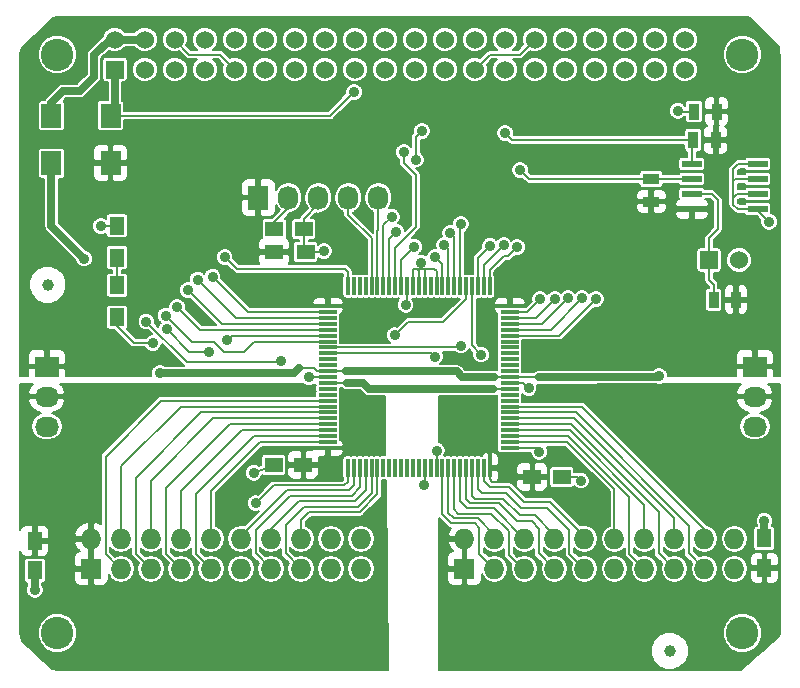
<source format=gtl>
G04 #@! TF.FileFunction,Copper,L1,Top,Signal*
%FSLAX46Y46*%
G04 Gerber Fmt 4.6, Leading zero omitted, Abs format (unit mm)*
G04 Created by KiCad (PCBNEW (after 2015-mar-04 BZR unknown)-product) date 11/18/2015 5:01:25 PM*
%MOMM*%
G01*
G04 APERTURE LIST*
%ADD10C,0.150000*%
%ADD11R,1.524000X1.524000*%
%ADD12C,1.524000*%
%ADD13C,2.750000*%
%ADD14R,0.889000X1.397000*%
%ADD15R,1.651000X0.599440*%
%ADD16C,1.000000*%
%ADD17R,1.397000X0.889000*%
%ADD18R,0.300000X1.500000*%
%ADD19R,1.500000X0.300000*%
%ADD20R,1.727200X2.032000*%
%ADD21O,1.727200X2.032000*%
%ADD22R,1.700000X2.000000*%
%ADD23R,2.032000X1.727200*%
%ADD24O,2.032000X1.727200*%
%ADD25R,1.727200X1.727200*%
%ADD26O,1.727200X1.727200*%
%ADD27R,1.500000X1.250000*%
%ADD28R,1.250000X1.500000*%
%ADD29R,1.500000X1.300000*%
%ADD30R,1.300000X1.500000*%
%ADD31C,0.889000*%
%ADD32C,0.203200*%
%ADD33C,0.254000*%
%ADD34C,0.635000*%
G04 APERTURE END LIST*
D10*
D11*
X123370000Y-64770000D03*
D12*
X123370000Y-62230000D03*
X136070000Y-64770000D03*
X125910000Y-62230000D03*
X138610000Y-64770000D03*
X128450000Y-62230000D03*
X141150000Y-64770000D03*
X130990000Y-62230000D03*
X143690000Y-64770000D03*
X133530000Y-62230000D03*
X146230000Y-64770000D03*
X136070000Y-62230000D03*
X148770000Y-64770000D03*
X138610000Y-62230000D03*
X151310000Y-64770000D03*
X141150000Y-62230000D03*
X153850000Y-64770000D03*
X143690000Y-62230000D03*
X156390000Y-64770000D03*
X146230000Y-62230000D03*
X158930000Y-64770000D03*
X148770000Y-62230000D03*
X161470000Y-64770000D03*
X151310000Y-62230000D03*
X153850000Y-62230000D03*
X164010000Y-64770000D03*
X156390000Y-62230000D03*
X161470000Y-62230000D03*
X164010000Y-62230000D03*
X166550000Y-62230000D03*
X169090000Y-62230000D03*
X166550000Y-64770000D03*
X169090000Y-64770000D03*
X125910000Y-64770000D03*
X128450000Y-64770000D03*
X130990000Y-64770000D03*
X133530000Y-64770000D03*
X171630000Y-64770000D03*
X171630000Y-62230000D03*
X158930000Y-62230000D03*
D13*
X176500000Y-112500000D03*
X118500000Y-112500000D03*
X176500000Y-63500000D03*
X118500000Y-63500000D03*
D14*
X174307500Y-68326000D03*
X172402500Y-68326000D03*
D15*
X172212000Y-76581000D03*
X177800000Y-76581000D03*
X172212000Y-75311000D03*
X172212000Y-74041000D03*
X172212000Y-72771000D03*
X177800000Y-75311000D03*
X177800000Y-74041000D03*
X177800000Y-72771000D03*
D16*
X170332400Y-113995200D03*
X117667000Y-82987000D03*
D17*
X168783000Y-75946000D03*
X168783000Y-74041000D03*
D14*
X174244000Y-70739000D03*
X172339000Y-70739000D03*
D11*
X173672500Y-80899000D03*
D12*
X176212500Y-80899000D03*
D14*
X175958500Y-84264500D03*
X174053500Y-84264500D03*
D18*
X155098000Y-83105000D03*
X154598000Y-83105000D03*
X154098000Y-83105000D03*
X153598000Y-83105000D03*
X153098000Y-83105000D03*
X152598000Y-83105000D03*
X152098000Y-83105000D03*
X151598000Y-83105000D03*
X151098000Y-83105000D03*
X150598000Y-83105000D03*
X150098000Y-83105000D03*
X149598000Y-83105000D03*
X149098000Y-83105000D03*
X148598000Y-83105000D03*
X148098000Y-83105000D03*
X147598000Y-83105000D03*
X147098000Y-83105000D03*
X146598000Y-83105000D03*
X146098000Y-83105000D03*
X145598000Y-83105000D03*
X145098000Y-83105000D03*
X144598000Y-83105000D03*
X144098000Y-83105000D03*
X143598000Y-83105000D03*
X143098000Y-83105000D03*
D19*
X141398000Y-84805000D03*
X141398000Y-85305000D03*
X141398000Y-85805000D03*
X141398000Y-86305000D03*
X141398000Y-86805000D03*
X141398000Y-87305000D03*
X141398000Y-87805000D03*
X141398000Y-88305000D03*
X141398000Y-88805000D03*
X141398000Y-89305000D03*
X141398000Y-89805000D03*
X141398000Y-90305000D03*
X141398000Y-90805000D03*
X141398000Y-91305000D03*
X141398000Y-91805000D03*
X141398000Y-92305000D03*
X141398000Y-92805000D03*
X141398000Y-93305000D03*
X141398000Y-93805000D03*
X141398000Y-94305000D03*
X141398000Y-94805000D03*
X141398000Y-95305000D03*
X141398000Y-95805000D03*
X141398000Y-96305000D03*
X141398000Y-96805000D03*
D18*
X143098000Y-98505000D03*
X143598000Y-98505000D03*
X144098000Y-98505000D03*
X144598000Y-98505000D03*
X145098000Y-98505000D03*
X145598000Y-98505000D03*
X146098000Y-98505000D03*
X146598000Y-98505000D03*
X147098000Y-98505000D03*
X147598000Y-98505000D03*
X148098000Y-98505000D03*
X148598000Y-98505000D03*
X149098000Y-98505000D03*
X149598000Y-98505000D03*
X150098000Y-98505000D03*
X150598000Y-98505000D03*
X151098000Y-98505000D03*
X151598000Y-98505000D03*
X152098000Y-98505000D03*
X152598000Y-98505000D03*
X153098000Y-98505000D03*
X153598000Y-98505000D03*
X154098000Y-98505000D03*
X154598000Y-98505000D03*
X155098000Y-98505000D03*
D19*
X156798000Y-96805000D03*
X156798000Y-96305000D03*
X156798000Y-95805000D03*
X156798000Y-95305000D03*
X156798000Y-94805000D03*
X156798000Y-94305000D03*
X156798000Y-93805000D03*
X156798000Y-93305000D03*
X156798000Y-92805000D03*
X156798000Y-92305000D03*
X156798000Y-91805000D03*
X156798000Y-91305000D03*
X156798000Y-90805000D03*
X156798000Y-90305000D03*
X156798000Y-89805000D03*
X156798000Y-89305000D03*
X156798000Y-88805000D03*
X156798000Y-88305000D03*
X156798000Y-87805000D03*
X156798000Y-87305000D03*
X156798000Y-86805000D03*
X156798000Y-86305000D03*
X156798000Y-85805000D03*
X156798000Y-85305000D03*
X156798000Y-84805000D03*
D20*
X135509000Y-75615800D03*
D21*
X138049000Y-75615800D03*
X140589000Y-75615800D03*
X143129000Y-75615800D03*
X145669000Y-75615800D03*
D22*
X118000000Y-68700000D03*
X118000000Y-72700000D03*
X123001000Y-68668000D03*
X123001000Y-72668000D03*
D23*
X177546000Y-89916000D03*
D24*
X177546000Y-92456000D03*
X177546000Y-94996000D03*
D23*
X117602000Y-89916000D03*
D24*
X117602000Y-92456000D03*
X117602000Y-94996000D03*
D25*
X121361200Y-107035600D03*
D26*
X121361200Y-104495600D03*
X123901200Y-107035600D03*
X123901200Y-104495600D03*
X126441200Y-107035600D03*
X126441200Y-104495600D03*
X128981200Y-107035600D03*
X128981200Y-104495600D03*
X131521200Y-107035600D03*
X131521200Y-104495600D03*
X134061200Y-107035600D03*
X134061200Y-104495600D03*
X136601200Y-107035600D03*
X136601200Y-104495600D03*
X139141200Y-107035600D03*
X139141200Y-104495600D03*
X141681200Y-107035600D03*
X141681200Y-104495600D03*
X144221200Y-107035600D03*
X144221200Y-104495600D03*
D25*
X152958800Y-107035600D03*
D26*
X152958800Y-104495600D03*
X155498800Y-107035600D03*
X155498800Y-104495600D03*
X158038800Y-107035600D03*
X158038800Y-104495600D03*
X160578800Y-107035600D03*
X160578800Y-104495600D03*
X163118800Y-107035600D03*
X163118800Y-104495600D03*
X165658800Y-107035600D03*
X165658800Y-104495600D03*
X168198800Y-107035600D03*
X168198800Y-104495600D03*
X170738800Y-107035600D03*
X170738800Y-104495600D03*
X173278800Y-107035600D03*
X173278800Y-104495600D03*
X175818800Y-107035600D03*
X175818800Y-104495600D03*
D27*
X139375200Y-78282800D03*
X136875200Y-78282800D03*
D28*
X178358800Y-106964800D03*
X178358800Y-104464800D03*
X116586000Y-104668000D03*
X116586000Y-107168000D03*
D29*
X139526000Y-80213200D03*
X136826000Y-80213200D03*
D30*
X123545600Y-85728800D03*
X123545600Y-83028800D03*
X123545600Y-80699600D03*
X123545600Y-77999600D03*
D27*
X158719200Y-99263200D03*
X161219200Y-99263200D03*
X139324400Y-98247200D03*
X136824400Y-98247200D03*
D31*
X157670500Y-73279000D03*
X156400500Y-70167500D03*
X162814000Y-99568000D03*
X135128000Y-98907600D03*
X149301200Y-81127600D03*
X158394400Y-91744800D03*
X178752500Y-77660500D03*
X171005500Y-68262500D03*
X139827000Y-90805000D03*
X150622000Y-97028000D03*
X149555200Y-99974400D03*
X122174000Y-78028800D03*
X178358800Y-102971600D03*
X116586000Y-108813600D03*
X143637000Y-66675000D03*
X150495000Y-80645000D03*
X151257000Y-79629000D03*
X151765000Y-78613000D03*
X152654000Y-77851000D03*
X130365500Y-82550000D03*
X132651500Y-80645000D03*
X146812000Y-77216000D03*
X128651000Y-84899500D03*
X129540000Y-83439000D03*
X131635500Y-82296000D03*
X147193000Y-78486000D03*
X147828000Y-71755000D03*
X152654000Y-88138000D03*
X148717000Y-79756000D03*
X148844000Y-72390000D03*
X149352000Y-69977000D03*
X155130500Y-79692500D03*
X150469600Y-89103200D03*
X157416500Y-79819500D03*
X156273500Y-79629000D03*
X159385000Y-84201000D03*
X161734500Y-84137500D03*
X160591500Y-84201000D03*
X162941000Y-84137500D03*
X126034800Y-86106000D03*
X147066000Y-87274400D03*
X137414000Y-89458800D03*
X154381200Y-88900000D03*
X127762000Y-86766400D03*
X131318000Y-88696800D03*
X127660400Y-85598000D03*
X164084000Y-84201000D03*
X120777000Y-80772000D03*
X127152400Y-90474800D03*
X169468800Y-90728800D03*
X135280400Y-101498400D03*
X159308800Y-97129600D03*
X141071600Y-80162400D03*
X147980400Y-84683600D03*
X132892800Y-87680800D03*
X126593600Y-87934800D03*
D32*
X168783000Y-74041000D02*
X172212000Y-74041000D01*
X158432500Y-74041000D02*
X168783000Y-74041000D01*
X157670500Y-73279000D02*
X158432500Y-74041000D01*
D33*
X156390000Y-62230000D02*
X156390000Y-62280400D01*
X156390000Y-62230000D02*
X156390000Y-62274000D01*
D32*
X172212000Y-72771000D02*
X172212000Y-70866000D01*
X172212000Y-70866000D02*
X172339000Y-70739000D01*
X156972000Y-70739000D02*
X172339000Y-70739000D01*
X156400500Y-70167500D02*
X156972000Y-70739000D01*
D33*
X155981400Y-65178600D02*
X156390000Y-64770000D01*
D32*
X172212000Y-75311000D02*
X173926500Y-75311000D01*
X173672500Y-79057500D02*
X173672500Y-80899000D01*
X174434500Y-78295500D02*
X173672500Y-79057500D01*
X174434500Y-75819000D02*
X174434500Y-78295500D01*
X173926500Y-75311000D02*
X174434500Y-75819000D01*
X174053500Y-84264500D02*
X174053500Y-82994500D01*
X173672500Y-82613500D02*
X173672500Y-80899000D01*
X174053500Y-82994500D02*
X173672500Y-82613500D01*
X161219200Y-99263200D02*
X162509200Y-99263200D01*
X162509200Y-99263200D02*
X162814000Y-99568000D01*
X136824400Y-98247200D02*
X135128000Y-98907600D01*
X149301200Y-81661000D02*
X149301200Y-81127600D01*
X150598000Y-83105000D02*
X150598000Y-81865600D01*
X149098000Y-81788000D02*
X148971000Y-81661000D01*
X148971000Y-81661000D02*
X148590000Y-81661000D01*
X149098000Y-83105000D02*
X149098000Y-81788000D01*
X148598000Y-81669000D02*
X148598000Y-83105000D01*
X148598000Y-81669000D02*
X148590000Y-81661000D01*
X149598000Y-81729200D02*
X149529800Y-81661000D01*
X149529800Y-81661000D02*
X149301200Y-81661000D01*
X149301200Y-81661000D02*
X148590000Y-81661000D01*
X149598000Y-83105000D02*
X149598000Y-81729200D01*
X150393400Y-81661000D02*
X148590000Y-81661000D01*
X150598000Y-81865600D02*
X150393400Y-81661000D01*
X157954600Y-91305000D02*
X156798000Y-91305000D01*
X157954600Y-91305000D02*
X158394400Y-91744800D01*
X153850000Y-64770000D02*
X153860500Y-64770000D01*
X153860500Y-64770000D02*
X155130500Y-63500000D01*
X157660000Y-63500000D02*
X158930000Y-62230000D01*
X155130500Y-63500000D02*
X157660000Y-63500000D01*
X153850000Y-64770000D02*
X153850000Y-64696000D01*
X153850000Y-64770000D02*
X154114500Y-64770000D01*
X128450000Y-62230000D02*
X128450000Y-62283000D01*
X128450000Y-62283000D02*
X129667000Y-63500000D01*
X129667000Y-63500000D02*
X132260000Y-63500000D01*
X132260000Y-63500000D02*
X133530000Y-64770000D01*
X177800000Y-76581000D02*
X177800000Y-76708000D01*
X177800000Y-76708000D02*
X178752500Y-77660500D01*
X177800000Y-75311000D02*
X176022000Y-75311000D01*
X176022000Y-75311000D02*
X175704500Y-75628500D01*
X177800000Y-74041000D02*
X175895000Y-74041000D01*
X175895000Y-74041000D02*
X175704500Y-74231500D01*
X177800000Y-76581000D02*
X176085500Y-76581000D01*
X176149000Y-72771000D02*
X177800000Y-72771000D01*
X175704500Y-73215500D02*
X176149000Y-72771000D01*
X175704500Y-76200000D02*
X175704500Y-75628500D01*
X175704500Y-75628500D02*
X175704500Y-74231500D01*
X175704500Y-74231500D02*
X175704500Y-73215500D01*
X176085500Y-76581000D02*
X175704500Y-76200000D01*
X172402500Y-68326000D02*
X171069000Y-68326000D01*
X171069000Y-68326000D02*
X171005500Y-68262500D01*
X141398000Y-90805000D02*
X139827000Y-90805000D01*
X150598000Y-98505000D02*
X150598000Y-97052000D01*
X150598000Y-97052000D02*
X150622000Y-97028000D01*
X149598000Y-99931600D02*
X149555200Y-99974400D01*
X149598000Y-98505000D02*
X149598000Y-99931600D01*
X136931400Y-78339000D02*
X136875200Y-78282800D01*
X138049000Y-76530200D02*
X138049000Y-75615800D01*
X136875200Y-77704000D02*
X138049000Y-76530200D01*
X136875200Y-78282800D02*
X136875200Y-77704000D01*
X122203200Y-77999600D02*
X122174000Y-78028800D01*
X123545600Y-77999600D02*
X122203200Y-77999600D01*
D34*
X178358800Y-104464800D02*
X178358800Y-102971600D01*
X116586000Y-107168000D02*
X116586000Y-108813600D01*
X123370000Y-62230000D02*
X125910000Y-62230000D01*
X122930000Y-62230000D02*
X121604000Y-63556000D01*
X123370000Y-62230000D02*
X122930000Y-62230000D01*
X118000000Y-67600000D02*
X119000000Y-66600000D01*
X119000000Y-66600000D02*
X120400000Y-66600000D01*
X120400000Y-66600000D02*
X121604000Y-65396000D01*
X121604000Y-65396000D02*
X121604000Y-63556000D01*
X118000000Y-69049000D02*
X118000000Y-67600000D01*
D32*
X143637000Y-66675000D02*
X143573500Y-66675000D01*
X141580500Y-68668000D02*
X123001000Y-68668000D01*
X143573500Y-66675000D02*
X141580500Y-68668000D01*
D34*
X123370000Y-68648000D02*
X123001000Y-69017000D01*
X123370000Y-64770000D02*
X123370000Y-68648000D01*
D32*
X145098000Y-83105000D02*
X145098000Y-79058000D01*
X143129000Y-77089000D02*
X143129000Y-75615800D01*
X145098000Y-79058000D02*
X143129000Y-77089000D01*
X145598000Y-83105000D02*
X145598000Y-78430000D01*
X145669000Y-78359000D02*
X145669000Y-75615800D01*
X145598000Y-78430000D02*
X145669000Y-78359000D01*
X151098000Y-83105000D02*
X151098000Y-81248000D01*
X151098000Y-81248000D02*
X150495000Y-80645000D01*
X151598000Y-83105000D02*
X151598000Y-79970000D01*
X151598000Y-79970000D02*
X151257000Y-79629000D01*
X152098000Y-83105000D02*
X152098000Y-78946000D01*
X152098000Y-78946000D02*
X151765000Y-78613000D01*
X152598000Y-77907000D02*
X152598000Y-83105000D01*
X152654000Y-77851000D02*
X152598000Y-77907000D01*
X141398000Y-85805000D02*
X133620500Y-85805000D01*
X133620500Y-85805000D02*
X130365500Y-82550000D01*
X143098000Y-83105000D02*
X143098000Y-81884000D01*
X143098000Y-81884000D02*
X142849600Y-81635600D01*
X132715000Y-80645000D02*
X133705600Y-81635600D01*
X133705600Y-81635600D02*
X142849600Y-81635600D01*
X132651500Y-80645000D02*
X132715000Y-80645000D01*
X146098000Y-83105000D02*
X146098000Y-77930000D01*
X146098000Y-77930000D02*
X146812000Y-77216000D01*
X141398000Y-86805000D02*
X130556500Y-86805000D01*
X130556500Y-86805000D02*
X128651000Y-84899500D01*
X141398000Y-86305000D02*
X132406000Y-86305000D01*
X132406000Y-86305000D02*
X129540000Y-83439000D01*
X131635500Y-82296000D02*
X134644500Y-85305000D01*
X134644500Y-85305000D02*
X141398000Y-85305000D01*
X146598000Y-79081000D02*
X146598000Y-83105000D01*
X147193000Y-78486000D02*
X146598000Y-79081000D01*
X147098000Y-83105000D02*
X147098000Y-79851000D01*
X147828000Y-72644000D02*
X147828000Y-71755000D01*
X148844000Y-73660000D02*
X147828000Y-72644000D01*
X148844000Y-78105000D02*
X148844000Y-73660000D01*
X147098000Y-79851000D02*
X148844000Y-78105000D01*
X152487000Y-88305000D02*
X152654000Y-88138000D01*
X141398000Y-88305000D02*
X152487000Y-88305000D01*
X147598000Y-80875000D02*
X147598000Y-83105000D01*
X148717000Y-79756000D02*
X147598000Y-80875000D01*
X148844000Y-70485000D02*
X148844000Y-72390000D01*
X149352000Y-69977000D02*
X148844000Y-70485000D01*
X154098000Y-83105000D02*
X154098000Y-80725000D01*
X154098000Y-80725000D02*
X155130500Y-79692500D01*
X150171400Y-88805000D02*
X141398000Y-88805000D01*
X150469600Y-89103200D02*
X150171400Y-88805000D01*
X155098000Y-83105000D02*
X155098000Y-81757000D01*
X156654500Y-80581500D02*
X157416500Y-79819500D01*
X156273500Y-80581500D02*
X156654500Y-80581500D01*
X155098000Y-81757000D02*
X156273500Y-80581500D01*
X154598000Y-83105000D02*
X154598000Y-81304500D01*
X154598000Y-81304500D02*
X156273500Y-79629000D01*
X156798000Y-85305000D02*
X158281000Y-85305000D01*
X158281000Y-85305000D02*
X159385000Y-84201000D01*
X156798000Y-86305000D02*
X159567000Y-86305000D01*
X159567000Y-86305000D02*
X161734500Y-84137500D01*
X156798000Y-85805000D02*
X158987500Y-85805000D01*
X158987500Y-85805000D02*
X160591500Y-84201000D01*
X156798000Y-86805000D02*
X160273500Y-86805000D01*
X160273500Y-86805000D02*
X162941000Y-84137500D01*
X153098000Y-84239600D02*
X151180800Y-86156800D01*
X151180800Y-86156800D02*
X148183600Y-86156800D01*
X153098000Y-83105000D02*
X153098000Y-84239600D01*
X148183600Y-86156800D02*
X147066000Y-87274400D01*
X137414000Y-89458800D02*
X137363200Y-89509600D01*
X137363200Y-89509600D02*
X129438400Y-89509600D01*
X129438400Y-89509600D02*
X126034800Y-86106000D01*
X153598000Y-88116800D02*
X153598000Y-83105000D01*
X154381200Y-88900000D02*
X153598000Y-88116800D01*
X127762000Y-86766400D02*
X129641600Y-88646000D01*
X129641600Y-88646000D02*
X127762000Y-86766400D01*
X131318000Y-88696800D02*
X131267200Y-88646000D01*
X131267200Y-88646000D02*
X129641600Y-88646000D01*
X127660400Y-85598000D02*
X129867400Y-87805000D01*
X129867400Y-87805000D02*
X131797800Y-87805000D01*
X134264400Y-88646000D02*
X132638800Y-88646000D01*
X132638800Y-88646000D02*
X131797800Y-87805000D01*
X135105400Y-87805000D02*
X134264400Y-88646000D01*
X141398000Y-87805000D02*
X135105400Y-87805000D01*
X156798000Y-87305000D02*
X160980000Y-87305000D01*
X160980000Y-87305000D02*
X164084000Y-84201000D01*
X141398000Y-90305000D02*
X142951200Y-90305000D01*
X155498800Y-90805000D02*
X156798000Y-90805000D01*
X140208000Y-90017600D02*
X138988800Y-90017600D01*
X140495400Y-90305000D02*
X140208000Y-90017600D01*
D34*
X118000000Y-77995000D02*
X120777000Y-80772000D01*
X118000000Y-72700000D02*
X118000000Y-77995000D01*
X118048000Y-72399000D02*
X118000000Y-72351000D01*
D33*
X118048000Y-72399000D02*
X118000000Y-72351000D01*
D32*
X156798000Y-90805000D02*
X159308800Y-90805000D01*
D34*
X159308800Y-90805000D02*
X169468800Y-90805000D01*
X152298400Y-90322400D02*
X142951200Y-90322400D01*
X142951200Y-90322400D02*
X142951200Y-90305000D01*
X152781000Y-90805000D02*
X152298400Y-90322400D01*
X155498800Y-90805000D02*
X152781000Y-90805000D01*
X138988800Y-90017600D02*
X138531600Y-90474800D01*
D32*
X140208000Y-90017600D02*
X138988800Y-90017600D01*
X140495400Y-90305000D02*
X140208000Y-90017600D01*
X141398000Y-90305000D02*
X140495400Y-90305000D01*
X138988800Y-90017600D02*
X138531600Y-90474800D01*
D34*
X127152400Y-90474800D02*
X138531600Y-90474800D01*
X169468800Y-90728800D02*
X169468800Y-90805000D01*
D32*
X156798000Y-91805000D02*
X155397200Y-91805000D01*
X143002000Y-91305000D02*
X141398000Y-91305000D01*
X144391000Y-91305000D02*
X143002000Y-91305000D01*
D34*
X144881600Y-91795600D02*
X155397200Y-91795600D01*
X155397200Y-91795600D02*
X155397200Y-91805000D01*
X144391000Y-91305000D02*
X144881600Y-91795600D01*
X143002000Y-91305000D02*
X144391000Y-91305000D01*
D32*
X155098000Y-99471998D02*
X155295602Y-99669600D01*
X155295602Y-99669600D02*
X156464000Y-99669600D01*
X155098000Y-98505000D02*
X155098000Y-99471998D01*
X128945000Y-93305000D02*
X123901200Y-98348800D01*
X123901200Y-98348800D02*
X123901200Y-104495600D01*
X141398000Y-93305000D02*
X128945000Y-93305000D01*
X127311400Y-92805000D02*
X141398000Y-92805000D01*
X122580400Y-97536000D02*
X127311400Y-92805000D01*
X122580400Y-105816400D02*
X122580400Y-97536000D01*
X123799600Y-107035600D02*
X122580400Y-105816400D01*
X123901200Y-107035600D02*
X123799600Y-107035600D01*
X131704200Y-94305000D02*
X126441200Y-99568000D01*
X126441200Y-99568000D02*
X126441200Y-104495600D01*
X141398000Y-94305000D02*
X131704200Y-94305000D01*
X130680200Y-93805000D02*
X125171200Y-99314000D01*
X125171200Y-99314000D02*
X125171200Y-105765600D01*
X125171200Y-105765600D02*
X126441200Y-107035600D01*
X141398000Y-93805000D02*
X130680200Y-93805000D01*
X134158600Y-95305000D02*
X128981200Y-100482400D01*
X128981200Y-100482400D02*
X128981200Y-104495600D01*
X141398000Y-95305000D02*
X134158600Y-95305000D01*
X133083800Y-94805000D02*
X127711200Y-100177600D01*
X127711200Y-100177600D02*
X127711200Y-105765600D01*
X127711200Y-105765600D02*
X128981200Y-107035600D01*
X141398000Y-94805000D02*
X133083800Y-94805000D01*
X141398000Y-96305000D02*
X135647800Y-96305000D01*
X131521200Y-100431600D02*
X131521200Y-104495600D01*
X135647800Y-96305000D02*
X131521200Y-100431600D01*
X135131800Y-95805000D02*
X130251200Y-100685600D01*
X130251200Y-100685600D02*
X130251200Y-105765600D01*
X130251200Y-105765600D02*
X131521200Y-107035600D01*
X141398000Y-95805000D02*
X135131800Y-95805000D01*
X143098000Y-98505000D02*
X143098000Y-99675198D01*
X136804402Y-99974398D02*
X135280400Y-101498400D01*
X142798800Y-99974398D02*
X136804402Y-99974398D01*
X143098000Y-99675198D02*
X142798800Y-99974398D01*
X143098000Y-98505000D02*
X143049000Y-98505000D01*
X143598000Y-98505000D02*
X143598000Y-99937200D01*
X137972800Y-100380800D02*
X134061200Y-104292400D01*
X143154400Y-100380800D02*
X137972800Y-100380800D01*
X143598000Y-99937200D02*
X143154400Y-100380800D01*
X134061200Y-104292400D02*
X134061200Y-104495600D01*
X134061200Y-104495600D02*
X134061200Y-104140000D01*
X144098000Y-98505000D02*
X144098000Y-100148400D01*
X138226800Y-100838000D02*
X135382000Y-103682800D01*
X143408400Y-100838000D02*
X138226800Y-100838000D01*
X144098000Y-100148400D02*
X143408400Y-100838000D01*
X135280400Y-105714800D02*
X135280400Y-103784400D01*
X135280400Y-103784400D02*
X135382000Y-103682800D01*
X135280400Y-105714800D02*
X136601200Y-107035600D01*
X144598000Y-98505000D02*
X144598000Y-100410400D01*
X138938000Y-101295200D02*
X136601200Y-103632000D01*
X143713200Y-101295200D02*
X138938000Y-101295200D01*
X144598000Y-100410400D02*
X143713200Y-101295200D01*
X136601200Y-103632000D02*
X136601200Y-104495600D01*
X145098000Y-98505000D02*
X145098000Y-100621600D01*
X137820400Y-105714800D02*
X139141200Y-107035600D01*
X137820400Y-103327200D02*
X137820400Y-105714800D01*
X139344402Y-101803198D02*
X137820400Y-103327200D01*
X143916402Y-101803198D02*
X139344402Y-101803198D01*
X145098000Y-100621600D02*
X143916402Y-101803198D01*
X145598000Y-100731200D02*
X144119600Y-102209600D01*
X144119600Y-102209600D02*
X139801600Y-102209600D01*
X139801600Y-102209600D02*
X139141200Y-102870000D01*
X139141200Y-102870000D02*
X139141200Y-104495600D01*
X145598000Y-98505000D02*
X145598000Y-100731200D01*
X155498800Y-107035600D02*
X155498800Y-106680000D01*
X154228800Y-105765600D02*
X154228800Y-103581200D01*
X155498800Y-107035600D02*
X154228800Y-105765600D01*
X151098000Y-102431600D02*
X151841200Y-103174800D01*
X151841200Y-103174800D02*
X153822400Y-103174800D01*
X153822400Y-103174800D02*
X154228800Y-103581200D01*
X151098000Y-98505000D02*
X151098000Y-102431600D01*
X155498800Y-104495600D02*
X155498800Y-104089200D01*
X155498800Y-104140000D02*
X155498800Y-104495600D01*
X151598000Y-102321998D02*
X152044400Y-102768398D01*
X152044400Y-102768398D02*
X154127198Y-102768398D01*
X154127198Y-102768398D02*
X155498800Y-104140000D01*
X151598000Y-98505000D02*
X151598000Y-102321998D01*
X154686000Y-101498398D02*
X155905198Y-101498398D01*
X157429200Y-103022400D02*
X158648400Y-103022400D01*
X155905198Y-101498398D02*
X157429200Y-103022400D01*
X159258000Y-103632000D02*
X159258000Y-105714800D01*
X159258000Y-105714800D02*
X160578800Y-107035600D01*
X159258000Y-103632000D02*
X159258000Y-105714800D01*
X153098000Y-101129600D02*
X153466798Y-101498398D01*
X153466798Y-101498398D02*
X154686000Y-101498398D01*
X158648400Y-103022400D02*
X159258000Y-103632000D01*
X153098000Y-98505000D02*
X153098000Y-101129600D01*
X155448000Y-101091996D02*
X156209996Y-101091996D01*
X157632400Y-102514400D02*
X158953200Y-102514400D01*
X156209996Y-101091996D02*
X157632400Y-102514400D01*
X160578800Y-104495600D02*
X160578800Y-104378060D01*
X160578800Y-104140000D02*
X160578800Y-104495600D01*
X153598000Y-100867600D02*
X153822396Y-101091996D01*
X153822396Y-101091996D02*
X155448000Y-101091996D01*
X158953200Y-102514400D02*
X160578800Y-104140000D01*
X153598000Y-98505000D02*
X153598000Y-100867600D01*
X155702000Y-100634800D02*
X156514800Y-100634800D01*
X157741970Y-101861970D02*
X159977170Y-101861970D01*
X156514800Y-100634800D02*
X157741970Y-101861970D01*
X154098000Y-100250000D02*
X154482800Y-100634800D01*
X154482800Y-100634800D02*
X155702000Y-100634800D01*
X159977170Y-101861970D02*
X161848800Y-103733600D01*
X161848800Y-103733600D02*
X161848800Y-105765600D01*
X161848800Y-105765600D02*
X163118800Y-107035600D01*
X154098000Y-98505000D02*
X154098000Y-100250000D01*
X156006800Y-100126800D02*
X156768800Y-100126800D01*
X157988000Y-101346000D02*
X160172400Y-101346000D01*
X156768800Y-100126800D02*
X157988000Y-101346000D01*
X154598000Y-99632400D02*
X155092400Y-100126800D01*
X155092400Y-100126800D02*
X156006800Y-100126800D01*
X154598000Y-98505000D02*
X154598000Y-99632400D01*
X163118800Y-104292400D02*
X163118800Y-104495600D01*
X160172400Y-101346000D02*
X163118800Y-104292400D01*
X156798000Y-96805000D02*
X158984200Y-96805000D01*
X158984200Y-96805000D02*
X159308800Y-97129600D01*
X165658800Y-107035600D02*
X165608000Y-107035600D01*
X156798000Y-96305000D02*
X161668660Y-96305000D01*
X165658800Y-100295140D02*
X165658800Y-104495600D01*
X161668660Y-96305000D02*
X165658800Y-100295140D01*
X165658800Y-104495600D02*
X165658800Y-104190800D01*
X165658800Y-103936800D02*
X165658800Y-104495600D01*
X158038800Y-107035600D02*
X158038800Y-106984800D01*
X156718000Y-105867200D02*
X156718000Y-103835200D01*
X157886400Y-107035600D02*
X156718000Y-105867200D01*
X158038800Y-107035600D02*
X157886400Y-107035600D01*
X152098000Y-102009196D02*
X152450800Y-102361996D01*
X152450800Y-102361996D02*
X155244796Y-102361996D01*
X155244796Y-102361996D02*
X156718000Y-103835200D01*
X152098000Y-98505000D02*
X152098000Y-102009196D01*
X158038800Y-104495600D02*
X157988000Y-104495600D01*
X152598000Y-101290000D02*
X153212800Y-101904800D01*
X153212800Y-101904800D02*
X155448000Y-101904800D01*
X155448000Y-101904800D02*
X158038800Y-104495600D01*
X152598000Y-98505000D02*
X152598000Y-101290000D01*
X156798000Y-95805000D02*
X161743400Y-95805000D01*
X166928800Y-100990400D02*
X166928800Y-103530400D01*
X161743400Y-95805000D02*
X166928800Y-100990400D01*
X166928800Y-103530400D02*
X166928800Y-105765600D01*
X168198800Y-107035600D02*
X168198800Y-106984800D01*
X166928800Y-105765600D02*
X168198800Y-107035600D01*
X156798000Y-95305000D02*
X161887860Y-95305000D01*
X168198800Y-101615940D02*
X168198800Y-104495600D01*
X161887860Y-95305000D02*
X168198800Y-101615940D01*
X156798000Y-94805000D02*
X161962600Y-94805000D01*
X169418000Y-102260400D02*
X169418000Y-104394000D01*
X161962600Y-94805000D02*
X169418000Y-102260400D01*
X170738800Y-107035600D02*
X170688000Y-107035600D01*
X169418000Y-104394000D02*
X169418000Y-105714800D01*
X169418000Y-105714800D02*
X170738800Y-107035600D01*
X156798000Y-94305000D02*
X162275400Y-94305000D01*
X170738800Y-102768400D02*
X170738800Y-104495600D01*
X162275400Y-94305000D02*
X170738800Y-102768400D01*
X170738800Y-104495600D02*
X170637200Y-104495600D01*
X170738800Y-103682800D02*
X170738800Y-104495600D01*
X173278800Y-107035600D02*
X173228000Y-107035600D01*
X162385000Y-93805000D02*
X171958000Y-103378000D01*
X171958000Y-103378000D02*
X171958000Y-105714800D01*
X171958000Y-105714800D02*
X173278800Y-107035600D01*
X156798000Y-93805000D02*
X162385000Y-93805000D01*
X173278800Y-104495600D02*
X173126400Y-104495600D01*
X162901000Y-93305000D02*
X156798000Y-93305000D01*
X173278800Y-103682800D02*
X162901000Y-93305000D01*
X173278800Y-104495600D02*
X173278800Y-103682800D01*
X139526000Y-80213200D02*
X139475200Y-80082400D01*
X139471400Y-78379000D02*
X139375200Y-78282800D01*
X140589000Y-76174600D02*
X140589000Y-75615800D01*
X139375200Y-77388400D02*
X140589000Y-76174600D01*
X139375200Y-78282800D02*
X139375200Y-77388400D01*
X139375200Y-80062400D02*
X139526000Y-80213200D01*
X139375200Y-78282800D02*
X139375200Y-80062400D01*
X141020800Y-80213200D02*
X141071600Y-80162400D01*
X147980400Y-84683600D02*
X148098000Y-84566000D01*
X148098000Y-84566000D02*
X148098000Y-83105000D01*
X139526000Y-80213200D02*
X141020800Y-80213200D01*
X123545600Y-86461600D02*
X123545600Y-85728800D01*
X133268600Y-87305000D02*
X132892800Y-87680800D01*
X126593600Y-87934800D02*
X126542800Y-87884000D01*
X126542800Y-87884000D02*
X124968000Y-87884000D01*
X124968000Y-87884000D02*
X123545600Y-86461600D01*
X141398000Y-87305000D02*
X133268600Y-87305000D01*
X123545600Y-83028800D02*
X123545600Y-80699600D01*
G36*
X179645200Y-90703400D02*
X179578000Y-90703400D01*
X179501930Y-90703400D01*
X179501930Y-77512109D01*
X179388096Y-77236610D01*
X179177499Y-77025644D01*
X178927985Y-76922037D01*
X178936271Y-76880720D01*
X178936271Y-76281280D01*
X178913722Y-76165061D01*
X178846623Y-76062915D01*
X178745327Y-75994539D01*
X178625500Y-75970509D01*
X176974500Y-75970509D01*
X176858281Y-75993058D01*
X176756135Y-76060157D01*
X176687759Y-76161453D01*
X176685122Y-76174600D01*
X176253836Y-76174600D01*
X176110900Y-76031664D01*
X176110900Y-75796836D01*
X176190336Y-75717400D01*
X176684427Y-75717400D01*
X176686278Y-75726939D01*
X176753377Y-75829085D01*
X176854673Y-75897461D01*
X176974500Y-75921491D01*
X178625500Y-75921491D01*
X178741719Y-75898942D01*
X178843865Y-75831843D01*
X178912241Y-75730547D01*
X178936271Y-75610720D01*
X178936271Y-75011280D01*
X178913722Y-74895061D01*
X178846623Y-74792915D01*
X178745327Y-74724539D01*
X178625500Y-74700509D01*
X176974500Y-74700509D01*
X176858281Y-74723058D01*
X176756135Y-74790157D01*
X176687759Y-74891453D01*
X176685122Y-74904600D01*
X176110900Y-74904600D01*
X176110900Y-74447400D01*
X176684427Y-74447400D01*
X176686278Y-74456939D01*
X176753377Y-74559085D01*
X176854673Y-74627461D01*
X176974500Y-74651491D01*
X178625500Y-74651491D01*
X178741719Y-74628942D01*
X178843865Y-74561843D01*
X178912241Y-74460547D01*
X178936271Y-74340720D01*
X178936271Y-73741280D01*
X178913722Y-73625061D01*
X178846623Y-73522915D01*
X178745327Y-73454539D01*
X178625500Y-73430509D01*
X176974500Y-73430509D01*
X176858281Y-73453058D01*
X176756135Y-73520157D01*
X176687759Y-73621453D01*
X176685122Y-73634600D01*
X176110900Y-73634600D01*
X176110900Y-73383836D01*
X176317336Y-73177400D01*
X176684427Y-73177400D01*
X176686278Y-73186939D01*
X176753377Y-73289085D01*
X176854673Y-73357461D01*
X176974500Y-73381491D01*
X178625500Y-73381491D01*
X178741719Y-73358942D01*
X178843865Y-73291843D01*
X178912241Y-73190547D01*
X178936271Y-73070720D01*
X178936271Y-72471280D01*
X178913722Y-72355061D01*
X178846623Y-72252915D01*
X178745327Y-72184539D01*
X178625500Y-72160509D01*
X178180091Y-72160509D01*
X178180091Y-63167333D01*
X177924895Y-62549713D01*
X177452773Y-62076765D01*
X176835599Y-61820492D01*
X176167333Y-61819909D01*
X175549713Y-62075105D01*
X175076765Y-62547227D01*
X174820492Y-63164401D01*
X174819909Y-63832667D01*
X175075105Y-64450287D01*
X175547227Y-64923235D01*
X176164401Y-65179508D01*
X176832667Y-65180091D01*
X177450287Y-64924895D01*
X177923235Y-64452773D01*
X178179508Y-63835599D01*
X178180091Y-63167333D01*
X178180091Y-72160509D01*
X176974500Y-72160509D01*
X176858281Y-72183058D01*
X176756135Y-72250157D01*
X176687759Y-72351453D01*
X176685122Y-72364600D01*
X176149000Y-72364600D01*
X175993477Y-72395535D01*
X175861632Y-72483632D01*
X175417132Y-72928132D01*
X175361600Y-73011240D01*
X175361600Y-69145757D01*
X175361600Y-68903243D01*
X175361600Y-68630800D01*
X175361600Y-68021200D01*
X175361600Y-67748757D01*
X175361600Y-67506243D01*
X175268794Y-67282189D01*
X175097311Y-67110706D01*
X174873257Y-67017900D01*
X174612300Y-67017900D01*
X174459900Y-67170300D01*
X174459900Y-68173600D01*
X175209200Y-68173600D01*
X175361600Y-68021200D01*
X175361600Y-68630800D01*
X175209200Y-68478400D01*
X174459900Y-68478400D01*
X174459900Y-69481700D01*
X174478950Y-69500750D01*
X174396400Y-69583300D01*
X174396400Y-70586600D01*
X175145700Y-70586600D01*
X175298100Y-70434200D01*
X175298100Y-70161757D01*
X175298100Y-69919243D01*
X175205294Y-69695189D01*
X175064846Y-69554741D01*
X175097311Y-69541294D01*
X175268794Y-69369811D01*
X175361600Y-69145757D01*
X175361600Y-73011240D01*
X175329035Y-73059977D01*
X175298100Y-73215500D01*
X175298100Y-71558757D01*
X175298100Y-71316243D01*
X175298100Y-71043800D01*
X175145700Y-70891400D01*
X174396400Y-70891400D01*
X174396400Y-71894700D01*
X174548800Y-72047100D01*
X174809757Y-72047100D01*
X175033811Y-71954294D01*
X175205294Y-71782811D01*
X175298100Y-71558757D01*
X175298100Y-73215500D01*
X175298100Y-74231500D01*
X175298100Y-75628500D01*
X175298100Y-76200000D01*
X175329035Y-76355523D01*
X175417132Y-76487368D01*
X175798132Y-76868368D01*
X175929977Y-76956465D01*
X176085500Y-76987400D01*
X176684427Y-76987400D01*
X176686278Y-76996939D01*
X176753377Y-77099085D01*
X176854673Y-77167461D01*
X176974500Y-77191491D01*
X177708755Y-77191491D01*
X178010587Y-77493323D01*
X178003330Y-77510801D01*
X178003070Y-77808891D01*
X178116904Y-78084390D01*
X178327501Y-78295356D01*
X178602801Y-78409670D01*
X178900891Y-78409930D01*
X179176390Y-78296096D01*
X179387356Y-78085499D01*
X179501670Y-77810199D01*
X179501930Y-77512109D01*
X179501930Y-90703400D01*
X179171600Y-90703400D01*
X179171600Y-90658343D01*
X179171600Y-90220800D01*
X179171600Y-89611200D01*
X179171600Y-89173657D01*
X179171600Y-88931143D01*
X179078794Y-88707089D01*
X178907311Y-88535606D01*
X178683257Y-88442800D01*
X177850800Y-88442800D01*
X177698400Y-88595200D01*
X177698400Y-89763600D01*
X179019200Y-89763600D01*
X179171600Y-89611200D01*
X179171600Y-90220800D01*
X179019200Y-90068400D01*
X177698400Y-90068400D01*
X177698400Y-90088400D01*
X177393600Y-90088400D01*
X177393600Y-90068400D01*
X177393600Y-89763600D01*
X177393600Y-88595200D01*
X177279485Y-88481085D01*
X177279485Y-80687731D01*
X177117416Y-80295496D01*
X176817583Y-79995138D01*
X176425631Y-79832385D01*
X176001231Y-79832015D01*
X175608996Y-79994084D01*
X175308638Y-80293917D01*
X175145885Y-80685869D01*
X175145515Y-81110269D01*
X175307584Y-81502504D01*
X175607417Y-81802862D01*
X175999369Y-81965615D01*
X176423769Y-81965985D01*
X176816004Y-81803916D01*
X177116362Y-81504083D01*
X177279115Y-81112131D01*
X177279485Y-80687731D01*
X177279485Y-88481085D01*
X177241200Y-88442800D01*
X177012600Y-88442800D01*
X177012600Y-85084257D01*
X177012600Y-84841743D01*
X177012600Y-84569300D01*
X177012600Y-83959700D01*
X177012600Y-83687257D01*
X177012600Y-83444743D01*
X176919794Y-83220689D01*
X176748311Y-83049206D01*
X176524257Y-82956400D01*
X176263300Y-82956400D01*
X176110900Y-83108800D01*
X176110900Y-84112100D01*
X176860200Y-84112100D01*
X177012600Y-83959700D01*
X177012600Y-84569300D01*
X176860200Y-84416900D01*
X176110900Y-84416900D01*
X176110900Y-85420200D01*
X176263300Y-85572600D01*
X176524257Y-85572600D01*
X176748311Y-85479794D01*
X176919794Y-85308311D01*
X177012600Y-85084257D01*
X177012600Y-88442800D01*
X176408743Y-88442800D01*
X176184689Y-88535606D01*
X176013206Y-88707089D01*
X175920400Y-88931143D01*
X175920400Y-89173657D01*
X175920400Y-89611200D01*
X176072800Y-89763600D01*
X177393600Y-89763600D01*
X177393600Y-90068400D01*
X176072800Y-90068400D01*
X175920400Y-90220800D01*
X175920400Y-90658343D01*
X175920400Y-90703400D01*
X175806100Y-90703400D01*
X175806100Y-85420200D01*
X175806100Y-84416900D01*
X175806100Y-84112100D01*
X175806100Y-83108800D01*
X175653700Y-82956400D01*
X175392743Y-82956400D01*
X175168689Y-83049206D01*
X174997206Y-83220689D01*
X174904400Y-83444743D01*
X174904400Y-83687257D01*
X174904400Y-83959700D01*
X175056800Y-84112100D01*
X175806100Y-84112100D01*
X175806100Y-84416900D01*
X175056800Y-84416900D01*
X174904400Y-84569300D01*
X174904400Y-84841743D01*
X174904400Y-85084257D01*
X174997206Y-85308311D01*
X175168689Y-85479794D01*
X175392743Y-85572600D01*
X175653700Y-85572600D01*
X175806100Y-85420200D01*
X175806100Y-90703400D01*
X174840900Y-90703400D01*
X174840900Y-78295500D01*
X174840900Y-75819000D01*
X174809965Y-75663477D01*
X174721868Y-75531632D01*
X174721868Y-75531631D01*
X174213868Y-75023632D01*
X174155100Y-74984364D01*
X174155100Y-69481700D01*
X174155100Y-68478400D01*
X174155100Y-68173600D01*
X174155100Y-67170300D01*
X174002700Y-67017900D01*
X173741743Y-67017900D01*
X173517689Y-67110706D01*
X173346206Y-67282189D01*
X173253400Y-67506243D01*
X173253400Y-67748757D01*
X173253400Y-68021200D01*
X173405800Y-68173600D01*
X174155100Y-68173600D01*
X174155100Y-68478400D01*
X173405800Y-68478400D01*
X173253400Y-68630800D01*
X173253400Y-68903243D01*
X173253400Y-69145757D01*
X173346206Y-69369811D01*
X173486653Y-69510258D01*
X173454189Y-69523706D01*
X173282706Y-69695189D01*
X173189900Y-69919243D01*
X173189900Y-70161757D01*
X173189900Y-70434200D01*
X173342300Y-70586600D01*
X174091600Y-70586600D01*
X174091600Y-69583300D01*
X174072550Y-69564250D01*
X174155100Y-69481700D01*
X174155100Y-74984364D01*
X174091600Y-74941934D01*
X174091600Y-71894700D01*
X174091600Y-70891400D01*
X173342300Y-70891400D01*
X173189900Y-71043800D01*
X173189900Y-71316243D01*
X173189900Y-71558757D01*
X173282706Y-71782811D01*
X173454189Y-71954294D01*
X173678243Y-72047100D01*
X173939200Y-72047100D01*
X174091600Y-71894700D01*
X174091600Y-74941934D01*
X174082023Y-74935535D01*
X173926500Y-74904600D01*
X173348271Y-74904600D01*
X173348271Y-74340720D01*
X173348271Y-73741280D01*
X173348271Y-73070720D01*
X173348271Y-72471280D01*
X173325722Y-72355061D01*
X173258623Y-72252915D01*
X173157771Y-72184838D01*
X173157771Y-69024500D01*
X173157771Y-67627500D01*
X173135222Y-67511281D01*
X173068123Y-67409135D01*
X172966827Y-67340759D01*
X172847000Y-67316729D01*
X172696985Y-67316729D01*
X172696985Y-64558731D01*
X172696985Y-62018731D01*
X172534916Y-61626496D01*
X172235083Y-61326138D01*
X171843131Y-61163385D01*
X171418731Y-61163015D01*
X171026496Y-61325084D01*
X170726138Y-61624917D01*
X170563385Y-62016869D01*
X170563015Y-62441269D01*
X170725084Y-62833504D01*
X171024917Y-63133862D01*
X171416869Y-63296615D01*
X171841269Y-63296985D01*
X172233504Y-63134916D01*
X172533862Y-62835083D01*
X172696615Y-62443131D01*
X172696985Y-62018731D01*
X172696985Y-64558731D01*
X172534916Y-64166496D01*
X172235083Y-63866138D01*
X171843131Y-63703385D01*
X171418731Y-63703015D01*
X171026496Y-63865084D01*
X170726138Y-64164917D01*
X170563385Y-64556869D01*
X170563015Y-64981269D01*
X170725084Y-65373504D01*
X171024917Y-65673862D01*
X171416869Y-65836615D01*
X171841269Y-65836985D01*
X172233504Y-65674916D01*
X172533862Y-65375083D01*
X172696615Y-64983131D01*
X172696985Y-64558731D01*
X172696985Y-67316729D01*
X171958000Y-67316729D01*
X171841781Y-67339278D01*
X171739635Y-67406377D01*
X171671259Y-67507673D01*
X171647229Y-67627500D01*
X171647229Y-67853452D01*
X171641096Y-67838610D01*
X171430499Y-67627644D01*
X171155199Y-67513330D01*
X170857109Y-67513070D01*
X170581610Y-67626904D01*
X170370644Y-67837501D01*
X170256330Y-68112801D01*
X170256070Y-68410891D01*
X170369904Y-68686390D01*
X170580501Y-68897356D01*
X170855801Y-69011670D01*
X171153891Y-69011930D01*
X171429390Y-68898096D01*
X171595376Y-68732400D01*
X171647229Y-68732400D01*
X171647229Y-69024500D01*
X171669778Y-69140719D01*
X171736877Y-69242865D01*
X171838173Y-69311241D01*
X171958000Y-69335271D01*
X172847000Y-69335271D01*
X172963219Y-69312722D01*
X173065365Y-69245623D01*
X173133741Y-69144327D01*
X173157771Y-69024500D01*
X173157771Y-72184838D01*
X173157327Y-72184539D01*
X173037500Y-72160509D01*
X172618400Y-72160509D01*
X172618400Y-71748271D01*
X172783500Y-71748271D01*
X172899719Y-71725722D01*
X173001865Y-71658623D01*
X173070241Y-71557327D01*
X173094271Y-71437500D01*
X173094271Y-70040500D01*
X173071722Y-69924281D01*
X173004623Y-69822135D01*
X172903327Y-69753759D01*
X172783500Y-69729729D01*
X171894500Y-69729729D01*
X171778281Y-69752278D01*
X171676135Y-69819377D01*
X171607759Y-69920673D01*
X171583729Y-70040500D01*
X171583729Y-70332600D01*
X170156985Y-70332600D01*
X170156985Y-64558731D01*
X170156985Y-62018731D01*
X169994916Y-61626496D01*
X169695083Y-61326138D01*
X169303131Y-61163385D01*
X168878731Y-61163015D01*
X168486496Y-61325084D01*
X168186138Y-61624917D01*
X168023385Y-62016869D01*
X168023015Y-62441269D01*
X168185084Y-62833504D01*
X168484917Y-63133862D01*
X168876869Y-63296615D01*
X169301269Y-63296985D01*
X169693504Y-63134916D01*
X169993862Y-62835083D01*
X170156615Y-62443131D01*
X170156985Y-62018731D01*
X170156985Y-64558731D01*
X169994916Y-64166496D01*
X169695083Y-63866138D01*
X169303131Y-63703385D01*
X168878731Y-63703015D01*
X168486496Y-63865084D01*
X168186138Y-64164917D01*
X168023385Y-64556869D01*
X168023015Y-64981269D01*
X168185084Y-65373504D01*
X168484917Y-65673862D01*
X168876869Y-65836615D01*
X169301269Y-65836985D01*
X169693504Y-65674916D01*
X169993862Y-65375083D01*
X170156615Y-64983131D01*
X170156985Y-64558731D01*
X170156985Y-70332600D01*
X167616985Y-70332600D01*
X167616985Y-64558731D01*
X167616985Y-62018731D01*
X167454916Y-61626496D01*
X167155083Y-61326138D01*
X166763131Y-61163385D01*
X166338731Y-61163015D01*
X165946496Y-61325084D01*
X165646138Y-61624917D01*
X165483385Y-62016869D01*
X165483015Y-62441269D01*
X165645084Y-62833504D01*
X165944917Y-63133862D01*
X166336869Y-63296615D01*
X166761269Y-63296985D01*
X167153504Y-63134916D01*
X167453862Y-62835083D01*
X167616615Y-62443131D01*
X167616985Y-62018731D01*
X167616985Y-64558731D01*
X167454916Y-64166496D01*
X167155083Y-63866138D01*
X166763131Y-63703385D01*
X166338731Y-63703015D01*
X165946496Y-63865084D01*
X165646138Y-64164917D01*
X165483385Y-64556869D01*
X165483015Y-64981269D01*
X165645084Y-65373504D01*
X165944917Y-65673862D01*
X166336869Y-65836615D01*
X166761269Y-65836985D01*
X167153504Y-65674916D01*
X167453862Y-65375083D01*
X167616615Y-64983131D01*
X167616985Y-64558731D01*
X167616985Y-70332600D01*
X165076985Y-70332600D01*
X165076985Y-64558731D01*
X165076985Y-62018731D01*
X164914916Y-61626496D01*
X164615083Y-61326138D01*
X164223131Y-61163385D01*
X163798731Y-61163015D01*
X163406496Y-61325084D01*
X163106138Y-61624917D01*
X162943385Y-62016869D01*
X162943015Y-62441269D01*
X163105084Y-62833504D01*
X163404917Y-63133862D01*
X163796869Y-63296615D01*
X164221269Y-63296985D01*
X164613504Y-63134916D01*
X164913862Y-62835083D01*
X165076615Y-62443131D01*
X165076985Y-62018731D01*
X165076985Y-64558731D01*
X164914916Y-64166496D01*
X164615083Y-63866138D01*
X164223131Y-63703385D01*
X163798731Y-63703015D01*
X163406496Y-63865084D01*
X163106138Y-64164917D01*
X162943385Y-64556869D01*
X162943015Y-64981269D01*
X163105084Y-65373504D01*
X163404917Y-65673862D01*
X163796869Y-65836615D01*
X164221269Y-65836985D01*
X164613504Y-65674916D01*
X164913862Y-65375083D01*
X165076615Y-64983131D01*
X165076985Y-64558731D01*
X165076985Y-70332600D01*
X162536985Y-70332600D01*
X162536985Y-64558731D01*
X162536985Y-62018731D01*
X162374916Y-61626496D01*
X162075083Y-61326138D01*
X161683131Y-61163385D01*
X161258731Y-61163015D01*
X160866496Y-61325084D01*
X160566138Y-61624917D01*
X160403385Y-62016869D01*
X160403015Y-62441269D01*
X160565084Y-62833504D01*
X160864917Y-63133862D01*
X161256869Y-63296615D01*
X161681269Y-63296985D01*
X162073504Y-63134916D01*
X162373862Y-62835083D01*
X162536615Y-62443131D01*
X162536985Y-62018731D01*
X162536985Y-64558731D01*
X162374916Y-64166496D01*
X162075083Y-63866138D01*
X161683131Y-63703385D01*
X161258731Y-63703015D01*
X160866496Y-63865084D01*
X160566138Y-64164917D01*
X160403385Y-64556869D01*
X160403015Y-64981269D01*
X160565084Y-65373504D01*
X160864917Y-65673862D01*
X161256869Y-65836615D01*
X161681269Y-65836985D01*
X162073504Y-65674916D01*
X162373862Y-65375083D01*
X162536615Y-64983131D01*
X162536985Y-64558731D01*
X162536985Y-70332600D01*
X159996985Y-70332600D01*
X159996985Y-64558731D01*
X159996985Y-62018731D01*
X159834916Y-61626496D01*
X159535083Y-61326138D01*
X159143131Y-61163385D01*
X158718731Y-61163015D01*
X158326496Y-61325084D01*
X158026138Y-61624917D01*
X157863385Y-62016869D01*
X157863015Y-62441269D01*
X157945168Y-62640095D01*
X157491664Y-63093600D01*
X157034892Y-63093600D01*
X157293862Y-62835083D01*
X157456615Y-62443131D01*
X157456985Y-62018731D01*
X157294916Y-61626496D01*
X156995083Y-61326138D01*
X156603131Y-61163385D01*
X156178731Y-61163015D01*
X155786496Y-61325084D01*
X155486138Y-61624917D01*
X155323385Y-62016869D01*
X155323015Y-62441269D01*
X155485084Y-62833504D01*
X155744725Y-63093600D01*
X155130500Y-63093600D01*
X154974977Y-63124535D01*
X154916985Y-63163284D01*
X154916985Y-62018731D01*
X154754916Y-61626496D01*
X154455083Y-61326138D01*
X154063131Y-61163385D01*
X153638731Y-61163015D01*
X153246496Y-61325084D01*
X152946138Y-61624917D01*
X152783385Y-62016869D01*
X152783015Y-62441269D01*
X152945084Y-62833504D01*
X153244917Y-63133862D01*
X153636869Y-63296615D01*
X154061269Y-63296985D01*
X154453504Y-63134916D01*
X154753862Y-62835083D01*
X154916615Y-62443131D01*
X154916985Y-62018731D01*
X154916985Y-63163284D01*
X154843132Y-63212632D01*
X154267512Y-63788251D01*
X154063131Y-63703385D01*
X153638731Y-63703015D01*
X153246496Y-63865084D01*
X152946138Y-64164917D01*
X152783385Y-64556869D01*
X152783015Y-64981269D01*
X152945084Y-65373504D01*
X153244917Y-65673862D01*
X153636869Y-65836615D01*
X154061269Y-65836985D01*
X154453504Y-65674916D01*
X154753862Y-65375083D01*
X154916615Y-64983131D01*
X154916985Y-64558731D01*
X154837901Y-64367334D01*
X155298836Y-63906400D01*
X155745107Y-63906400D01*
X155486138Y-64164917D01*
X155323385Y-64556869D01*
X155323015Y-64981269D01*
X155485084Y-65373504D01*
X155784917Y-65673862D01*
X156176869Y-65836615D01*
X156601269Y-65836985D01*
X156993504Y-65674916D01*
X157293862Y-65375083D01*
X157456615Y-64983131D01*
X157456985Y-64558731D01*
X157294916Y-64166496D01*
X157035274Y-63906400D01*
X157660000Y-63906400D01*
X157815522Y-63875465D01*
X157815523Y-63875465D01*
X157947368Y-63787368D01*
X158519906Y-63214829D01*
X158716869Y-63296615D01*
X159141269Y-63296985D01*
X159533504Y-63134916D01*
X159833862Y-62835083D01*
X159996615Y-62443131D01*
X159996985Y-62018731D01*
X159996985Y-64558731D01*
X159834916Y-64166496D01*
X159535083Y-63866138D01*
X159143131Y-63703385D01*
X158718731Y-63703015D01*
X158326496Y-63865084D01*
X158026138Y-64164917D01*
X157863385Y-64556869D01*
X157863015Y-64981269D01*
X158025084Y-65373504D01*
X158324917Y-65673862D01*
X158716869Y-65836615D01*
X159141269Y-65836985D01*
X159533504Y-65674916D01*
X159833862Y-65375083D01*
X159996615Y-64983131D01*
X159996985Y-64558731D01*
X159996985Y-70332600D01*
X157143274Y-70332600D01*
X157149670Y-70317199D01*
X157149930Y-70019109D01*
X157036096Y-69743610D01*
X156825499Y-69532644D01*
X156550199Y-69418330D01*
X156252109Y-69418070D01*
X155976610Y-69531904D01*
X155765644Y-69742501D01*
X155651330Y-70017801D01*
X155651070Y-70315891D01*
X155764904Y-70591390D01*
X155975501Y-70802356D01*
X156250801Y-70916670D01*
X156548891Y-70916930D01*
X156567503Y-70909239D01*
X156684632Y-71026368D01*
X156816477Y-71114465D01*
X156972000Y-71145400D01*
X171583729Y-71145400D01*
X171583729Y-71437500D01*
X171606278Y-71553719D01*
X171673377Y-71655865D01*
X171774673Y-71724241D01*
X171805600Y-71730443D01*
X171805600Y-72160509D01*
X171386500Y-72160509D01*
X171270281Y-72183058D01*
X171168135Y-72250157D01*
X171099759Y-72351453D01*
X171075729Y-72471280D01*
X171075729Y-73070720D01*
X171098278Y-73186939D01*
X171165377Y-73289085D01*
X171266673Y-73357461D01*
X171386500Y-73381491D01*
X173037500Y-73381491D01*
X173153719Y-73358942D01*
X173255865Y-73291843D01*
X173324241Y-73190547D01*
X173348271Y-73070720D01*
X173348271Y-73741280D01*
X173325722Y-73625061D01*
X173258623Y-73522915D01*
X173157327Y-73454539D01*
X173037500Y-73430509D01*
X171386500Y-73430509D01*
X171270281Y-73453058D01*
X171168135Y-73520157D01*
X171099759Y-73621453D01*
X171097122Y-73634600D01*
X169792271Y-73634600D01*
X169792271Y-73596500D01*
X169769722Y-73480281D01*
X169702623Y-73378135D01*
X169601327Y-73309759D01*
X169481500Y-73285729D01*
X168084500Y-73285729D01*
X167968281Y-73308278D01*
X167866135Y-73375377D01*
X167797759Y-73476673D01*
X167773729Y-73596500D01*
X167773729Y-73634600D01*
X158600836Y-73634600D01*
X158412412Y-73446176D01*
X158419670Y-73428699D01*
X158419930Y-73130609D01*
X158306096Y-72855110D01*
X158095499Y-72644144D01*
X157820199Y-72529830D01*
X157522109Y-72529570D01*
X157246610Y-72643404D01*
X157035644Y-72854001D01*
X156921330Y-73129301D01*
X156921070Y-73427391D01*
X157034904Y-73702890D01*
X157245501Y-73913856D01*
X157520801Y-74028170D01*
X157818891Y-74028430D01*
X157837503Y-74020739D01*
X158145132Y-74328368D01*
X158276977Y-74416465D01*
X158276978Y-74416465D01*
X158432500Y-74447400D01*
X167773729Y-74447400D01*
X167773729Y-74485500D01*
X167796278Y-74601719D01*
X167863377Y-74703865D01*
X167964673Y-74772241D01*
X168084500Y-74796271D01*
X169481500Y-74796271D01*
X169597719Y-74773722D01*
X169699865Y-74706623D01*
X169768241Y-74605327D01*
X169792271Y-74485500D01*
X169792271Y-74447400D01*
X171096427Y-74447400D01*
X171098278Y-74456939D01*
X171165377Y-74559085D01*
X171266673Y-74627461D01*
X171386500Y-74651491D01*
X173037500Y-74651491D01*
X173153719Y-74628942D01*
X173255865Y-74561843D01*
X173324241Y-74460547D01*
X173348271Y-74340720D01*
X173348271Y-74904600D01*
X173327572Y-74904600D01*
X173325722Y-74895061D01*
X173258623Y-74792915D01*
X173157327Y-74724539D01*
X173037500Y-74700509D01*
X171386500Y-74700509D01*
X171270281Y-74723058D01*
X171168135Y-74790157D01*
X171099759Y-74891453D01*
X171075729Y-75011280D01*
X171075729Y-75610720D01*
X171098278Y-75726939D01*
X171105455Y-75737865D01*
X171041189Y-75764486D01*
X170869706Y-75935969D01*
X170776900Y-76160023D01*
X170776900Y-76278740D01*
X170929300Y-76431140D01*
X172059600Y-76431140D01*
X172059600Y-76408600D01*
X172364400Y-76408600D01*
X172364400Y-76431140D01*
X173494700Y-76431140D01*
X173647100Y-76278740D01*
X173647100Y-76160023D01*
X173554294Y-75935969D01*
X173382811Y-75764486D01*
X173319135Y-75738110D01*
X173324241Y-75730547D01*
X173326877Y-75717400D01*
X173758163Y-75717400D01*
X174028100Y-75987336D01*
X174028100Y-78127164D01*
X173647100Y-78508164D01*
X173647100Y-77001977D01*
X173647100Y-76883260D01*
X173494700Y-76730860D01*
X172364400Y-76730860D01*
X172364400Y-77337920D01*
X172516800Y-77490320D01*
X172916243Y-77490320D01*
X173158757Y-77490320D01*
X173382811Y-77397514D01*
X173554294Y-77226031D01*
X173647100Y-77001977D01*
X173647100Y-78508164D01*
X173385132Y-78770132D01*
X173297035Y-78901977D01*
X173266100Y-79057500D01*
X173266100Y-79826229D01*
X172910500Y-79826229D01*
X172794281Y-79848778D01*
X172692135Y-79915877D01*
X172623759Y-80017173D01*
X172599729Y-80137000D01*
X172599729Y-81661000D01*
X172622278Y-81777219D01*
X172689377Y-81879365D01*
X172790673Y-81947741D01*
X172910500Y-81971771D01*
X173266100Y-81971771D01*
X173266100Y-82613500D01*
X173297035Y-82769023D01*
X173385132Y-82900868D01*
X173647100Y-83162836D01*
X173647100Y-83255229D01*
X173609000Y-83255229D01*
X173492781Y-83277778D01*
X173390635Y-83344877D01*
X173322259Y-83446173D01*
X173298229Y-83566000D01*
X173298229Y-84963000D01*
X173320778Y-85079219D01*
X173387877Y-85181365D01*
X173489173Y-85249741D01*
X173609000Y-85273771D01*
X174498000Y-85273771D01*
X174614219Y-85251222D01*
X174716365Y-85184123D01*
X174784741Y-85082827D01*
X174808771Y-84963000D01*
X174808771Y-83566000D01*
X174786222Y-83449781D01*
X174719123Y-83347635D01*
X174617827Y-83279259D01*
X174498000Y-83255229D01*
X174459900Y-83255229D01*
X174459900Y-82994500D01*
X174428965Y-82838977D01*
X174340868Y-82707132D01*
X174078900Y-82445164D01*
X174078900Y-81971771D01*
X174434500Y-81971771D01*
X174550719Y-81949222D01*
X174652865Y-81882123D01*
X174721241Y-81780827D01*
X174745271Y-81661000D01*
X174745271Y-80137000D01*
X174722722Y-80020781D01*
X174655623Y-79918635D01*
X174554327Y-79850259D01*
X174434500Y-79826229D01*
X174078900Y-79826229D01*
X174078900Y-79225836D01*
X174721868Y-78582868D01*
X174809965Y-78451023D01*
X174809965Y-78451022D01*
X174840900Y-78295500D01*
X174840900Y-90703400D01*
X172059600Y-90703400D01*
X172059600Y-77337920D01*
X172059600Y-76730860D01*
X170929300Y-76730860D01*
X170776900Y-76883260D01*
X170776900Y-77001977D01*
X170869706Y-77226031D01*
X171041189Y-77397514D01*
X171265243Y-77490320D01*
X171507757Y-77490320D01*
X171907200Y-77490320D01*
X172059600Y-77337920D01*
X172059600Y-90703400D01*
X170218122Y-90703400D01*
X170218230Y-90580409D01*
X170104396Y-90304910D01*
X170091100Y-90291590D01*
X170091100Y-76511757D01*
X170091100Y-76250800D01*
X170091100Y-75641200D01*
X170091100Y-75380243D01*
X169998294Y-75156189D01*
X169826811Y-74984706D01*
X169602757Y-74891900D01*
X169360243Y-74891900D01*
X169087800Y-74891900D01*
X168935400Y-75044300D01*
X168935400Y-75793600D01*
X169938700Y-75793600D01*
X170091100Y-75641200D01*
X170091100Y-76250800D01*
X169938700Y-76098400D01*
X168935400Y-76098400D01*
X168935400Y-76847700D01*
X169087800Y-77000100D01*
X169360243Y-77000100D01*
X169602757Y-77000100D01*
X169826811Y-76907294D01*
X169998294Y-76735811D01*
X170091100Y-76511757D01*
X170091100Y-90291590D01*
X169893799Y-90093944D01*
X169618499Y-89979630D01*
X169320409Y-89979370D01*
X169044910Y-90093204D01*
X168955257Y-90182700D01*
X168630600Y-90182700D01*
X168630600Y-76847700D01*
X168630600Y-76098400D01*
X168630600Y-75793600D01*
X168630600Y-75044300D01*
X168478200Y-74891900D01*
X168205757Y-74891900D01*
X167963243Y-74891900D01*
X167739189Y-74984706D01*
X167567706Y-75156189D01*
X167474900Y-75380243D01*
X167474900Y-75641200D01*
X167627300Y-75793600D01*
X168630600Y-75793600D01*
X168630600Y-76098400D01*
X167627300Y-76098400D01*
X167474900Y-76250800D01*
X167474900Y-76511757D01*
X167567706Y-76735811D01*
X167739189Y-76907294D01*
X167963243Y-77000100D01*
X168205757Y-77000100D01*
X168478200Y-77000100D01*
X168630600Y-76847700D01*
X168630600Y-90182700D01*
X159308800Y-90182700D01*
X159070656Y-90230070D01*
X158868767Y-90364967D01*
X158846294Y-90398600D01*
X157858771Y-90398600D01*
X157858771Y-90155000D01*
X157839048Y-90053348D01*
X157858771Y-89955000D01*
X157858771Y-89655000D01*
X157839048Y-89553348D01*
X157858771Y-89455000D01*
X157858771Y-89155000D01*
X157839048Y-89053348D01*
X157858771Y-88955000D01*
X157858771Y-88655000D01*
X157839048Y-88553348D01*
X157858771Y-88455000D01*
X157858771Y-88155000D01*
X157839048Y-88053348D01*
X157858771Y-87955000D01*
X157858771Y-87711400D01*
X160980000Y-87711400D01*
X161135522Y-87680465D01*
X161135523Y-87680465D01*
X161267368Y-87592368D01*
X163916823Y-84942912D01*
X163934301Y-84950170D01*
X164232391Y-84950430D01*
X164507890Y-84836596D01*
X164718856Y-84625999D01*
X164833170Y-84350699D01*
X164833430Y-84052609D01*
X164719596Y-83777110D01*
X164508999Y-83566144D01*
X164233699Y-83451830D01*
X163935609Y-83451570D01*
X163660110Y-83565404D01*
X163544177Y-83681134D01*
X163365999Y-83502644D01*
X163090699Y-83388330D01*
X162792609Y-83388070D01*
X162517110Y-83501904D01*
X162337621Y-83681078D01*
X162159499Y-83502644D01*
X161884199Y-83388330D01*
X161586109Y-83388070D01*
X161310610Y-83501904D01*
X161131177Y-83681023D01*
X161016499Y-83566144D01*
X160741199Y-83451830D01*
X160443109Y-83451570D01*
X160167610Y-83565404D01*
X159988121Y-83744578D01*
X159809999Y-83566144D01*
X159534699Y-83451830D01*
X159236609Y-83451570D01*
X158961110Y-83565404D01*
X158750144Y-83776001D01*
X158635830Y-84051301D01*
X158635570Y-84349391D01*
X158643260Y-84368003D01*
X158157600Y-84853664D01*
X158157600Y-84577600D01*
X158157600Y-84533743D01*
X158064794Y-84309689D01*
X157893311Y-84138206D01*
X157669257Y-84045400D01*
X157102800Y-84045400D01*
X156950400Y-84197800D01*
X156950400Y-84730000D01*
X158005200Y-84730000D01*
X158157600Y-84577600D01*
X158157600Y-84853664D01*
X158112664Y-84898600D01*
X158023800Y-84898600D01*
X158005200Y-84880000D01*
X157685220Y-84880000D01*
X157667827Y-84868259D01*
X157548000Y-84844229D01*
X156645600Y-84844229D01*
X156645600Y-84730000D01*
X156645600Y-84197800D01*
X156493200Y-84045400D01*
X155926743Y-84045400D01*
X155702689Y-84138206D01*
X155531206Y-84309689D01*
X155438400Y-84533743D01*
X155438400Y-84577600D01*
X155590800Y-84730000D01*
X156645600Y-84730000D01*
X156645600Y-84844229D01*
X156048000Y-84844229D01*
X155931781Y-84866778D01*
X155911652Y-84880000D01*
X155590800Y-84880000D01*
X155438400Y-85032400D01*
X155438400Y-85076257D01*
X155531206Y-85300311D01*
X155702689Y-85471794D01*
X155743790Y-85488818D01*
X155756951Y-85556651D01*
X155737229Y-85655000D01*
X155737229Y-85955000D01*
X155756951Y-86056651D01*
X155737229Y-86155000D01*
X155737229Y-86455000D01*
X155756951Y-86556651D01*
X155737229Y-86655000D01*
X155737229Y-86955000D01*
X155756951Y-87056651D01*
X155737229Y-87155000D01*
X155737229Y-87455000D01*
X155756951Y-87556651D01*
X155737229Y-87655000D01*
X155737229Y-87955000D01*
X155756951Y-88056651D01*
X155737229Y-88155000D01*
X155737229Y-88455000D01*
X155756951Y-88556651D01*
X155737229Y-88655000D01*
X155737229Y-88955000D01*
X155756951Y-89056651D01*
X155737229Y-89155000D01*
X155737229Y-89455000D01*
X155756951Y-89556651D01*
X155737229Y-89655000D01*
X155737229Y-89955000D01*
X155756951Y-90056651D01*
X155737229Y-90155000D01*
X155737229Y-90230260D01*
X155736944Y-90230070D01*
X155498800Y-90182700D01*
X153038765Y-90182700D01*
X152738433Y-89882367D01*
X152536544Y-89747470D01*
X152298400Y-89700099D01*
X152298394Y-89700100D01*
X150932253Y-89700100D01*
X151104456Y-89528199D01*
X151218770Y-89252899D01*
X151219030Y-88954809D01*
X151118455Y-88711400D01*
X152167652Y-88711400D01*
X152229001Y-88772856D01*
X152504301Y-88887170D01*
X152802391Y-88887430D01*
X153077890Y-88773596D01*
X153288856Y-88562999D01*
X153341846Y-88435382D01*
X153639287Y-88732823D01*
X153632030Y-88750301D01*
X153631770Y-89048391D01*
X153745604Y-89323890D01*
X153956201Y-89534856D01*
X154231501Y-89649170D01*
X154529591Y-89649430D01*
X154805090Y-89535596D01*
X155016056Y-89324999D01*
X155130370Y-89049699D01*
X155130630Y-88751609D01*
X155016796Y-88476110D01*
X154806199Y-88265144D01*
X154530899Y-88150830D01*
X154232809Y-88150570D01*
X154214196Y-88158260D01*
X154004400Y-87948464D01*
X154004400Y-84165771D01*
X154248000Y-84165771D01*
X154349651Y-84146048D01*
X154448000Y-84165771D01*
X154748000Y-84165771D01*
X154849651Y-84146048D01*
X154948000Y-84165771D01*
X155248000Y-84165771D01*
X155364219Y-84143222D01*
X155466365Y-84076123D01*
X155534741Y-83974827D01*
X155558771Y-83855000D01*
X155558771Y-82355000D01*
X155536222Y-82238781D01*
X155504400Y-82190337D01*
X155504400Y-81925336D01*
X156441836Y-80987900D01*
X156654500Y-80987900D01*
X156810022Y-80956965D01*
X156810023Y-80956965D01*
X156941868Y-80868868D01*
X157249323Y-80561412D01*
X157266801Y-80568670D01*
X157564891Y-80568930D01*
X157840390Y-80455096D01*
X158051356Y-80244499D01*
X158165670Y-79969199D01*
X158165930Y-79671109D01*
X158052096Y-79395610D01*
X157841499Y-79184644D01*
X157566199Y-79070330D01*
X157268109Y-79070070D01*
X156992610Y-79183904D01*
X156927280Y-79249119D01*
X156909096Y-79205110D01*
X156698499Y-78994144D01*
X156423199Y-78879830D01*
X156125109Y-78879570D01*
X155849610Y-78993404D01*
X155670177Y-79172523D01*
X155555499Y-79057644D01*
X155280199Y-78943330D01*
X154982109Y-78943070D01*
X154706610Y-79056904D01*
X154495644Y-79267501D01*
X154381330Y-79542801D01*
X154381070Y-79840891D01*
X154388760Y-79859503D01*
X153810632Y-80437632D01*
X153722535Y-80569477D01*
X153691600Y-80725000D01*
X153691600Y-82044229D01*
X153448000Y-82044229D01*
X153346348Y-82063951D01*
X153248000Y-82044229D01*
X153004400Y-82044229D01*
X153004400Y-78516961D01*
X153077890Y-78486596D01*
X153288856Y-78275999D01*
X153403170Y-78000699D01*
X153403430Y-77702609D01*
X153289596Y-77427110D01*
X153078999Y-77216144D01*
X152803699Y-77101830D01*
X152505609Y-77101570D01*
X152376985Y-77154716D01*
X152376985Y-64558731D01*
X152376985Y-62018731D01*
X152214916Y-61626496D01*
X151915083Y-61326138D01*
X151523131Y-61163385D01*
X151098731Y-61163015D01*
X150706496Y-61325084D01*
X150406138Y-61624917D01*
X150243385Y-62016869D01*
X150243015Y-62441269D01*
X150405084Y-62833504D01*
X150704917Y-63133862D01*
X151096869Y-63296615D01*
X151521269Y-63296985D01*
X151913504Y-63134916D01*
X152213862Y-62835083D01*
X152376615Y-62443131D01*
X152376985Y-62018731D01*
X152376985Y-64558731D01*
X152214916Y-64166496D01*
X151915083Y-63866138D01*
X151523131Y-63703385D01*
X151098731Y-63703015D01*
X150706496Y-63865084D01*
X150406138Y-64164917D01*
X150243385Y-64556869D01*
X150243015Y-64981269D01*
X150405084Y-65373504D01*
X150704917Y-65673862D01*
X151096869Y-65836615D01*
X151521269Y-65836985D01*
X151913504Y-65674916D01*
X152213862Y-65375083D01*
X152376615Y-64983131D01*
X152376985Y-64558731D01*
X152376985Y-77154716D01*
X152230110Y-77215404D01*
X152019144Y-77426001D01*
X151904830Y-77701301D01*
X151904688Y-77863821D01*
X151616609Y-77863570D01*
X151341110Y-77977404D01*
X151130144Y-78188001D01*
X151015830Y-78463301D01*
X151015570Y-78761391D01*
X151070847Y-78895172D01*
X150833110Y-78993404D01*
X150622144Y-79204001D01*
X150507830Y-79479301D01*
X150507570Y-79777391D01*
X150556476Y-79895753D01*
X150346609Y-79895570D01*
X150071110Y-80009404D01*
X149860144Y-80220001D01*
X149745830Y-80495301D01*
X149745815Y-80512394D01*
X149726199Y-80492744D01*
X149450899Y-80378430D01*
X149154338Y-80378171D01*
X149351856Y-80180999D01*
X149466170Y-79905699D01*
X149466430Y-79607609D01*
X149352596Y-79332110D01*
X149141999Y-79121144D01*
X148866699Y-79006830D01*
X148568609Y-79006570D01*
X148480943Y-79042792D01*
X149131368Y-78392368D01*
X149219465Y-78260523D01*
X149219465Y-78260522D01*
X149250400Y-78105000D01*
X149250400Y-73660000D01*
X149219465Y-73504478D01*
X149219465Y-73504477D01*
X149131368Y-73372632D01*
X148898083Y-73139347D01*
X148992391Y-73139430D01*
X149267890Y-73025596D01*
X149478856Y-72814999D01*
X149593170Y-72539699D01*
X149593430Y-72241609D01*
X149479596Y-71966110D01*
X149268999Y-71755144D01*
X149250400Y-71747421D01*
X149250400Y-70726211D01*
X149500391Y-70726430D01*
X149775890Y-70612596D01*
X149986856Y-70401999D01*
X150101170Y-70126699D01*
X150101430Y-69828609D01*
X149987596Y-69553110D01*
X149836985Y-69402235D01*
X149836985Y-64558731D01*
X149836985Y-62018731D01*
X149674916Y-61626496D01*
X149375083Y-61326138D01*
X148983131Y-61163385D01*
X148558731Y-61163015D01*
X148166496Y-61325084D01*
X147866138Y-61624917D01*
X147703385Y-62016869D01*
X147703015Y-62441269D01*
X147865084Y-62833504D01*
X148164917Y-63133862D01*
X148556869Y-63296615D01*
X148981269Y-63296985D01*
X149373504Y-63134916D01*
X149673862Y-62835083D01*
X149836615Y-62443131D01*
X149836985Y-62018731D01*
X149836985Y-64558731D01*
X149674916Y-64166496D01*
X149375083Y-63866138D01*
X148983131Y-63703385D01*
X148558731Y-63703015D01*
X148166496Y-63865084D01*
X147866138Y-64164917D01*
X147703385Y-64556869D01*
X147703015Y-64981269D01*
X147865084Y-65373504D01*
X148164917Y-65673862D01*
X148556869Y-65836615D01*
X148981269Y-65836985D01*
X149373504Y-65674916D01*
X149673862Y-65375083D01*
X149836615Y-64983131D01*
X149836985Y-64558731D01*
X149836985Y-69402235D01*
X149776999Y-69342144D01*
X149501699Y-69227830D01*
X149203609Y-69227570D01*
X148928110Y-69341404D01*
X148717144Y-69552001D01*
X148602830Y-69827301D01*
X148602570Y-70125391D01*
X148610260Y-70144003D01*
X148556632Y-70197632D01*
X148468535Y-70329477D01*
X148437600Y-70485000D01*
X148437600Y-71305068D01*
X148252999Y-71120144D01*
X147977699Y-71005830D01*
X147679609Y-71005570D01*
X147404110Y-71119404D01*
X147296985Y-71226341D01*
X147296985Y-64558731D01*
X147296985Y-62018731D01*
X147134916Y-61626496D01*
X146835083Y-61326138D01*
X146443131Y-61163385D01*
X146018731Y-61163015D01*
X145626496Y-61325084D01*
X145326138Y-61624917D01*
X145163385Y-62016869D01*
X145163015Y-62441269D01*
X145325084Y-62833504D01*
X145624917Y-63133862D01*
X146016869Y-63296615D01*
X146441269Y-63296985D01*
X146833504Y-63134916D01*
X147133862Y-62835083D01*
X147296615Y-62443131D01*
X147296985Y-62018731D01*
X147296985Y-64558731D01*
X147134916Y-64166496D01*
X146835083Y-63866138D01*
X146443131Y-63703385D01*
X146018731Y-63703015D01*
X145626496Y-63865084D01*
X145326138Y-64164917D01*
X145163385Y-64556869D01*
X145163015Y-64981269D01*
X145325084Y-65373504D01*
X145624917Y-65673862D01*
X146016869Y-65836615D01*
X146441269Y-65836985D01*
X146833504Y-65674916D01*
X147133862Y-65375083D01*
X147296615Y-64983131D01*
X147296985Y-64558731D01*
X147296985Y-71226341D01*
X147193144Y-71330001D01*
X147078830Y-71605301D01*
X147078570Y-71903391D01*
X147192404Y-72178890D01*
X147403001Y-72389856D01*
X147421600Y-72397578D01*
X147421600Y-72644000D01*
X147452535Y-72799523D01*
X147540632Y-72931368D01*
X148437600Y-73828336D01*
X148437600Y-77936664D01*
X147942347Y-78431916D01*
X147942430Y-78337609D01*
X147828596Y-78062110D01*
X147617999Y-77851144D01*
X147348460Y-77739222D01*
X147446856Y-77640999D01*
X147561170Y-77365699D01*
X147561430Y-77067609D01*
X147447596Y-76792110D01*
X147236999Y-76581144D01*
X146961699Y-76466830D01*
X146663609Y-76466570D01*
X146572806Y-76504088D01*
X146748461Y-76241203D01*
X146837400Y-75794076D01*
X146837400Y-75437524D01*
X146748461Y-74990397D01*
X146495184Y-74611340D01*
X146116127Y-74358063D01*
X145669000Y-74269124D01*
X145221873Y-74358063D01*
X144842816Y-74611340D01*
X144756985Y-74739795D01*
X144756985Y-64558731D01*
X144756985Y-62018731D01*
X144594916Y-61626496D01*
X144295083Y-61326138D01*
X143903131Y-61163385D01*
X143478731Y-61163015D01*
X143086496Y-61325084D01*
X142786138Y-61624917D01*
X142623385Y-62016869D01*
X142623015Y-62441269D01*
X142785084Y-62833504D01*
X143084917Y-63133862D01*
X143476869Y-63296615D01*
X143901269Y-63296985D01*
X144293504Y-63134916D01*
X144593862Y-62835083D01*
X144756615Y-62443131D01*
X144756985Y-62018731D01*
X144756985Y-64558731D01*
X144594916Y-64166496D01*
X144295083Y-63866138D01*
X143903131Y-63703385D01*
X143478731Y-63703015D01*
X143086496Y-63865084D01*
X142786138Y-64164917D01*
X142623385Y-64556869D01*
X142623015Y-64981269D01*
X142785084Y-65373504D01*
X143084917Y-65673862D01*
X143476869Y-65836615D01*
X143901269Y-65836985D01*
X144293504Y-65674916D01*
X144593862Y-65375083D01*
X144756615Y-64983131D01*
X144756985Y-64558731D01*
X144756985Y-74739795D01*
X144589539Y-74990397D01*
X144500600Y-75437524D01*
X144500600Y-75794076D01*
X144589539Y-76241203D01*
X144842816Y-76620260D01*
X145221873Y-76873537D01*
X145262600Y-76881638D01*
X145262600Y-78214516D01*
X145222535Y-78274477D01*
X145191600Y-78430000D01*
X145191600Y-78576863D01*
X144386430Y-77771693D01*
X144386430Y-66526609D01*
X144272596Y-66251110D01*
X144061999Y-66040144D01*
X143786699Y-65925830D01*
X143488609Y-65925570D01*
X143213110Y-66039404D01*
X143002144Y-66250001D01*
X142887830Y-66525301D01*
X142887602Y-66786161D01*
X142216985Y-67456778D01*
X142216985Y-64558731D01*
X142216985Y-62018731D01*
X142054916Y-61626496D01*
X141755083Y-61326138D01*
X141363131Y-61163385D01*
X140938731Y-61163015D01*
X140546496Y-61325084D01*
X140246138Y-61624917D01*
X140083385Y-62016869D01*
X140083015Y-62441269D01*
X140245084Y-62833504D01*
X140544917Y-63133862D01*
X140936869Y-63296615D01*
X141361269Y-63296985D01*
X141753504Y-63134916D01*
X142053862Y-62835083D01*
X142216615Y-62443131D01*
X142216985Y-62018731D01*
X142216985Y-64558731D01*
X142054916Y-64166496D01*
X141755083Y-63866138D01*
X141363131Y-63703385D01*
X140938731Y-63703015D01*
X140546496Y-63865084D01*
X140246138Y-64164917D01*
X140083385Y-64556869D01*
X140083015Y-64981269D01*
X140245084Y-65373504D01*
X140544917Y-65673862D01*
X140936869Y-65836615D01*
X141361269Y-65836985D01*
X141753504Y-65674916D01*
X142053862Y-65375083D01*
X142216615Y-64983131D01*
X142216985Y-64558731D01*
X142216985Y-67456778D01*
X141412164Y-68261600D01*
X139676985Y-68261600D01*
X139676985Y-64558731D01*
X139676985Y-62018731D01*
X139514916Y-61626496D01*
X139215083Y-61326138D01*
X138823131Y-61163385D01*
X138398731Y-61163015D01*
X138006496Y-61325084D01*
X137706138Y-61624917D01*
X137543385Y-62016869D01*
X137543015Y-62441269D01*
X137705084Y-62833504D01*
X138004917Y-63133862D01*
X138396869Y-63296615D01*
X138821269Y-63296985D01*
X139213504Y-63134916D01*
X139513862Y-62835083D01*
X139676615Y-62443131D01*
X139676985Y-62018731D01*
X139676985Y-64558731D01*
X139514916Y-64166496D01*
X139215083Y-63866138D01*
X138823131Y-63703385D01*
X138398731Y-63703015D01*
X138006496Y-63865084D01*
X137706138Y-64164917D01*
X137543385Y-64556869D01*
X137543015Y-64981269D01*
X137705084Y-65373504D01*
X138004917Y-65673862D01*
X138396869Y-65836615D01*
X138821269Y-65836985D01*
X139213504Y-65674916D01*
X139513862Y-65375083D01*
X139676615Y-64983131D01*
X139676985Y-64558731D01*
X139676985Y-68261600D01*
X137136985Y-68261600D01*
X137136985Y-64558731D01*
X137136985Y-62018731D01*
X136974916Y-61626496D01*
X136675083Y-61326138D01*
X136283131Y-61163385D01*
X135858731Y-61163015D01*
X135466496Y-61325084D01*
X135166138Y-61624917D01*
X135003385Y-62016869D01*
X135003015Y-62441269D01*
X135165084Y-62833504D01*
X135464917Y-63133862D01*
X135856869Y-63296615D01*
X136281269Y-63296985D01*
X136673504Y-63134916D01*
X136973862Y-62835083D01*
X137136615Y-62443131D01*
X137136985Y-62018731D01*
X137136985Y-64558731D01*
X136974916Y-64166496D01*
X136675083Y-63866138D01*
X136283131Y-63703385D01*
X135858731Y-63703015D01*
X135466496Y-63865084D01*
X135166138Y-64164917D01*
X135003385Y-64556869D01*
X135003015Y-64981269D01*
X135165084Y-65373504D01*
X135464917Y-65673862D01*
X135856869Y-65836615D01*
X136281269Y-65836985D01*
X136673504Y-65674916D01*
X136973862Y-65375083D01*
X137136615Y-64983131D01*
X137136985Y-64558731D01*
X137136985Y-68261600D01*
X134596985Y-68261600D01*
X134596985Y-64558731D01*
X134596985Y-62018731D01*
X134434916Y-61626496D01*
X134135083Y-61326138D01*
X133743131Y-61163385D01*
X133318731Y-61163015D01*
X132926496Y-61325084D01*
X132626138Y-61624917D01*
X132463385Y-62016869D01*
X132463015Y-62441269D01*
X132625084Y-62833504D01*
X132924917Y-63133862D01*
X133316869Y-63296615D01*
X133741269Y-63296985D01*
X134133504Y-63134916D01*
X134433862Y-62835083D01*
X134596615Y-62443131D01*
X134596985Y-62018731D01*
X134596985Y-64558731D01*
X134434916Y-64166496D01*
X134135083Y-63866138D01*
X133743131Y-63703385D01*
X133318731Y-63703015D01*
X133119904Y-63785168D01*
X132547368Y-63212632D01*
X132415523Y-63124535D01*
X132260000Y-63093600D01*
X131634892Y-63093600D01*
X131893862Y-62835083D01*
X132056615Y-62443131D01*
X132056985Y-62018731D01*
X131894916Y-61626496D01*
X131595083Y-61326138D01*
X131203131Y-61163385D01*
X130778731Y-61163015D01*
X130386496Y-61325084D01*
X130086138Y-61624917D01*
X129923385Y-62016869D01*
X129923015Y-62441269D01*
X130085084Y-62833504D01*
X130344725Y-63093600D01*
X129835336Y-63093600D01*
X129419278Y-62677542D01*
X129516615Y-62443131D01*
X129516985Y-62018731D01*
X129354916Y-61626496D01*
X129055083Y-61326138D01*
X128663131Y-61163385D01*
X128238731Y-61163015D01*
X127846496Y-61325084D01*
X127546138Y-61624917D01*
X127383385Y-62016869D01*
X127383015Y-62441269D01*
X127545084Y-62833504D01*
X127844917Y-63133862D01*
X128236869Y-63296615D01*
X128661269Y-63296985D01*
X128822591Y-63230327D01*
X129379632Y-63787368D01*
X129511477Y-63875465D01*
X129511478Y-63875465D01*
X129667000Y-63906400D01*
X130345107Y-63906400D01*
X130086138Y-64164917D01*
X129923385Y-64556869D01*
X129923015Y-64981269D01*
X130085084Y-65373504D01*
X130384917Y-65673862D01*
X130776869Y-65836615D01*
X131201269Y-65836985D01*
X131593504Y-65674916D01*
X131893862Y-65375083D01*
X132056615Y-64983131D01*
X132056985Y-64558731D01*
X131894916Y-64166496D01*
X131635274Y-63906400D01*
X132091664Y-63906400D01*
X132545170Y-64359906D01*
X132463385Y-64556869D01*
X132463015Y-64981269D01*
X132625084Y-65373504D01*
X132924917Y-65673862D01*
X133316869Y-65836615D01*
X133741269Y-65836985D01*
X134133504Y-65674916D01*
X134433862Y-65375083D01*
X134596615Y-64983131D01*
X134596985Y-64558731D01*
X134596985Y-68261600D01*
X129516985Y-68261600D01*
X129516985Y-64558731D01*
X129354916Y-64166496D01*
X129055083Y-63866138D01*
X128663131Y-63703385D01*
X128238731Y-63703015D01*
X127846496Y-63865084D01*
X127546138Y-64164917D01*
X127383385Y-64556869D01*
X127383015Y-64981269D01*
X127545084Y-65373504D01*
X127844917Y-65673862D01*
X128236869Y-65836615D01*
X128661269Y-65836985D01*
X129053504Y-65674916D01*
X129353862Y-65375083D01*
X129516615Y-64983131D01*
X129516985Y-64558731D01*
X129516985Y-68261600D01*
X126976985Y-68261600D01*
X126976985Y-64558731D01*
X126976985Y-62018731D01*
X126814916Y-61626496D01*
X126515083Y-61326138D01*
X126123131Y-61163385D01*
X125698731Y-61163015D01*
X125306496Y-61325084D01*
X125023385Y-61607700D01*
X124256152Y-61607700D01*
X123975083Y-61326138D01*
X123583131Y-61163385D01*
X123158731Y-61163015D01*
X122766496Y-61325084D01*
X122466138Y-61624917D01*
X122332015Y-61947919D01*
X121163967Y-63115967D01*
X121029070Y-63317856D01*
X120981699Y-63556000D01*
X120981700Y-63556005D01*
X120981700Y-65138234D01*
X120180091Y-65939843D01*
X120180091Y-63167333D01*
X119924895Y-62549713D01*
X119452773Y-62076765D01*
X118835599Y-61820492D01*
X118167333Y-61819909D01*
X117549713Y-62075105D01*
X117076765Y-62547227D01*
X116820492Y-63164401D01*
X116819909Y-63832667D01*
X117075105Y-64450287D01*
X117547227Y-64923235D01*
X118164401Y-65179508D01*
X118832667Y-65180091D01*
X119450287Y-64924895D01*
X119923235Y-64452773D01*
X120179508Y-63835599D01*
X120180091Y-63167333D01*
X120180091Y-65939843D01*
X120142234Y-65977700D01*
X119000005Y-65977700D01*
X119000000Y-65977699D01*
X118801367Y-66017210D01*
X118761856Y-66025070D01*
X118559967Y-66159967D01*
X118559964Y-66159970D01*
X117559967Y-67159967D01*
X117425070Y-67361856D01*
X117419625Y-67389229D01*
X117150000Y-67389229D01*
X117033781Y-67411778D01*
X116931635Y-67478877D01*
X116863259Y-67580173D01*
X116839229Y-67700000D01*
X116839229Y-69700000D01*
X116861778Y-69816219D01*
X116928877Y-69918365D01*
X117030173Y-69986741D01*
X117150000Y-70010771D01*
X118850000Y-70010771D01*
X118966219Y-69988222D01*
X119068365Y-69921123D01*
X119136741Y-69819827D01*
X119160771Y-69700000D01*
X119160771Y-67700000D01*
X119138222Y-67583781D01*
X119071123Y-67481635D01*
X119027724Y-67452340D01*
X119257765Y-67222300D01*
X120399994Y-67222300D01*
X120400000Y-67222301D01*
X120400000Y-67222300D01*
X120638144Y-67174930D01*
X120840033Y-67040033D01*
X122044029Y-65836035D01*
X122044032Y-65836033D01*
X122044033Y-65836033D01*
X122178930Y-65634144D01*
X122226300Y-65396000D01*
X122226301Y-65396000D01*
X122226300Y-65395994D01*
X122226300Y-63813765D01*
X122864749Y-63175316D01*
X123156869Y-63296615D01*
X123581269Y-63296985D01*
X123973504Y-63134916D01*
X124256614Y-62852300D01*
X125023847Y-62852300D01*
X125304917Y-63133862D01*
X125696869Y-63296615D01*
X126121269Y-63296985D01*
X126513504Y-63134916D01*
X126813862Y-62835083D01*
X126976615Y-62443131D01*
X126976985Y-62018731D01*
X126976985Y-64558731D01*
X126814916Y-64166496D01*
X126515083Y-63866138D01*
X126123131Y-63703385D01*
X125698731Y-63703015D01*
X125306496Y-63865084D01*
X125006138Y-64164917D01*
X124843385Y-64556869D01*
X124843015Y-64981269D01*
X125005084Y-65373504D01*
X125304917Y-65673862D01*
X125696869Y-65836615D01*
X126121269Y-65836985D01*
X126513504Y-65674916D01*
X126813862Y-65375083D01*
X126976615Y-64983131D01*
X126976985Y-64558731D01*
X126976985Y-68261600D01*
X124161771Y-68261600D01*
X124161771Y-67668000D01*
X124139222Y-67551781D01*
X124072123Y-67449635D01*
X123992300Y-67395753D01*
X123992300Y-65842771D01*
X124132000Y-65842771D01*
X124248219Y-65820222D01*
X124350365Y-65753123D01*
X124418741Y-65651827D01*
X124442771Y-65532000D01*
X124442771Y-64008000D01*
X124420222Y-63891781D01*
X124353123Y-63789635D01*
X124251827Y-63721259D01*
X124132000Y-63697229D01*
X122608000Y-63697229D01*
X122491781Y-63719778D01*
X122389635Y-63786877D01*
X122321259Y-63888173D01*
X122297229Y-64008000D01*
X122297229Y-65532000D01*
X122319778Y-65648219D01*
X122386877Y-65750365D01*
X122488173Y-65818741D01*
X122608000Y-65842771D01*
X122747700Y-65842771D01*
X122747700Y-67357229D01*
X122151000Y-67357229D01*
X122034781Y-67379778D01*
X121932635Y-67446877D01*
X121864259Y-67548173D01*
X121840229Y-67668000D01*
X121840229Y-69668000D01*
X121862778Y-69784219D01*
X121929877Y-69886365D01*
X122031173Y-69954741D01*
X122151000Y-69978771D01*
X123851000Y-69978771D01*
X123967219Y-69956222D01*
X124069365Y-69889123D01*
X124137741Y-69787827D01*
X124161771Y-69668000D01*
X124161771Y-69074400D01*
X141580500Y-69074400D01*
X141736022Y-69043465D01*
X141736023Y-69043465D01*
X141867868Y-68955368D01*
X143424954Y-67398281D01*
X143487301Y-67424170D01*
X143785391Y-67424430D01*
X144060890Y-67310596D01*
X144271856Y-67099999D01*
X144386170Y-66824699D01*
X144386430Y-66526609D01*
X144386430Y-77771693D01*
X143535400Y-76920663D01*
X143535400Y-76881638D01*
X143576127Y-76873537D01*
X143955184Y-76620260D01*
X144208461Y-76241203D01*
X144297400Y-75794076D01*
X144297400Y-75437524D01*
X144208461Y-74990397D01*
X143955184Y-74611340D01*
X143576127Y-74358063D01*
X143129000Y-74269124D01*
X142681873Y-74358063D01*
X142302816Y-74611340D01*
X142049539Y-74990397D01*
X141960600Y-75437524D01*
X141960600Y-75794076D01*
X142049539Y-76241203D01*
X142302816Y-76620260D01*
X142681873Y-76873537D01*
X142722600Y-76881638D01*
X142722600Y-77089000D01*
X142753535Y-77244523D01*
X142841632Y-77376368D01*
X144691600Y-79226336D01*
X144691600Y-82044229D01*
X144448000Y-82044229D01*
X144346348Y-82063951D01*
X144248000Y-82044229D01*
X143948000Y-82044229D01*
X143846348Y-82063951D01*
X143748000Y-82044229D01*
X143504400Y-82044229D01*
X143504400Y-81884000D01*
X143473465Y-81728478D01*
X143473465Y-81728477D01*
X143385368Y-81596632D01*
X143136968Y-81348232D01*
X143005123Y-81260135D01*
X142849600Y-81229200D01*
X141821030Y-81229200D01*
X141821030Y-80014009D01*
X141707196Y-79738510D01*
X141496599Y-79527544D01*
X141221299Y-79413230D01*
X140923209Y-79412970D01*
X140647710Y-79526804D01*
X140586771Y-79587636D01*
X140586771Y-79563200D01*
X140564222Y-79446981D01*
X140497123Y-79344835D01*
X140395827Y-79276459D01*
X140276000Y-79252429D01*
X139781600Y-79252429D01*
X139781600Y-79218571D01*
X140125200Y-79218571D01*
X140241419Y-79196022D01*
X140343565Y-79128923D01*
X140411941Y-79027627D01*
X140435971Y-78907800D01*
X140435971Y-77657800D01*
X140413422Y-77541581D01*
X140346323Y-77439435D01*
X140245027Y-77371059D01*
X140125200Y-77347029D01*
X139991307Y-77347029D01*
X140411222Y-76927113D01*
X140589000Y-76962476D01*
X141036127Y-76873537D01*
X141415184Y-76620260D01*
X141668461Y-76241203D01*
X141757400Y-75794076D01*
X141757400Y-75437524D01*
X141668461Y-74990397D01*
X141415184Y-74611340D01*
X141036127Y-74358063D01*
X140589000Y-74269124D01*
X140141873Y-74358063D01*
X139762816Y-74611340D01*
X139509539Y-74990397D01*
X139420600Y-75437524D01*
X139420600Y-75794076D01*
X139509539Y-76241203D01*
X139685025Y-76503838D01*
X139217400Y-76971463D01*
X139217400Y-75794076D01*
X139217400Y-75437524D01*
X139128461Y-74990397D01*
X138875184Y-74611340D01*
X138496127Y-74358063D01*
X138049000Y-74269124D01*
X137601873Y-74358063D01*
X137222816Y-74611340D01*
X136982200Y-74971448D01*
X136982200Y-74478543D01*
X136889394Y-74254489D01*
X136717911Y-74083006D01*
X136493857Y-73990200D01*
X136251343Y-73990200D01*
X135813800Y-73990200D01*
X135661400Y-74142600D01*
X135661400Y-75463400D01*
X135681400Y-75463400D01*
X135681400Y-75768200D01*
X135661400Y-75768200D01*
X135661400Y-77089000D01*
X135813800Y-77241400D01*
X136251343Y-77241400D01*
X136493857Y-77241400D01*
X136717911Y-77148594D01*
X136889394Y-76977111D01*
X136982200Y-76753057D01*
X136982200Y-76260151D01*
X137222816Y-76620260D01*
X137319561Y-76684902D01*
X136657435Y-77347029D01*
X136125200Y-77347029D01*
X136008981Y-77369578D01*
X135906835Y-77436677D01*
X135838459Y-77537973D01*
X135814429Y-77657800D01*
X135814429Y-78907800D01*
X135833091Y-79003989D01*
X135730689Y-79046406D01*
X135559206Y-79217889D01*
X135466400Y-79441943D01*
X135466400Y-79684457D01*
X135466400Y-79908400D01*
X135618800Y-80060800D01*
X136673600Y-80060800D01*
X136673600Y-80040800D01*
X136978400Y-80040800D01*
X136978400Y-80060800D01*
X138033200Y-80060800D01*
X138185600Y-79908400D01*
X138185600Y-79684457D01*
X138185600Y-79441943D01*
X138092794Y-79217889D01*
X137921311Y-79046406D01*
X137904082Y-79039269D01*
X137911941Y-79027627D01*
X137935971Y-78907800D01*
X137935971Y-77657800D01*
X137913422Y-77541581D01*
X137846323Y-77439435D01*
X137767623Y-77386312D01*
X138226833Y-76927102D01*
X138496127Y-76873537D01*
X138875184Y-76620260D01*
X139128461Y-76241203D01*
X139217400Y-75794076D01*
X139217400Y-76971463D01*
X139087832Y-77101032D01*
X138999735Y-77232877D01*
X138977029Y-77347029D01*
X138625200Y-77347029D01*
X138508981Y-77369578D01*
X138406835Y-77436677D01*
X138338459Y-77537973D01*
X138314429Y-77657800D01*
X138314429Y-78907800D01*
X138336978Y-79024019D01*
X138404077Y-79126165D01*
X138505373Y-79194541D01*
X138625200Y-79218571D01*
X138968800Y-79218571D01*
X138968800Y-79252429D01*
X138776000Y-79252429D01*
X138659781Y-79274978D01*
X138557635Y-79342077D01*
X138489259Y-79443373D01*
X138465229Y-79563200D01*
X138465229Y-80863200D01*
X138487778Y-80979419D01*
X138554877Y-81081565D01*
X138656173Y-81149941D01*
X138776000Y-81173971D01*
X140276000Y-81173971D01*
X140392219Y-81151422D01*
X140494365Y-81084323D01*
X140562741Y-80983027D01*
X140586771Y-80863200D01*
X140586771Y-80737321D01*
X140646601Y-80797256D01*
X140921901Y-80911570D01*
X141219991Y-80911830D01*
X141495490Y-80797996D01*
X141706456Y-80587399D01*
X141820770Y-80312099D01*
X141821030Y-80014009D01*
X141821030Y-81229200D01*
X138072105Y-81229200D01*
X138092794Y-81208511D01*
X138185600Y-80984457D01*
X138185600Y-80741943D01*
X138185600Y-80518000D01*
X138033200Y-80365600D01*
X136978400Y-80365600D01*
X136978400Y-80385600D01*
X136673600Y-80385600D01*
X136673600Y-80365600D01*
X135618800Y-80365600D01*
X135466400Y-80518000D01*
X135466400Y-80741943D01*
X135466400Y-80984457D01*
X135559206Y-81208511D01*
X135579895Y-81229200D01*
X135356600Y-81229200D01*
X135356600Y-77089000D01*
X135356600Y-75768200D01*
X135356600Y-75463400D01*
X135356600Y-74142600D01*
X135204200Y-73990200D01*
X134766657Y-73990200D01*
X134524143Y-73990200D01*
X134300089Y-74083006D01*
X134128606Y-74254489D01*
X134035800Y-74478543D01*
X134035800Y-75311000D01*
X134188200Y-75463400D01*
X135356600Y-75463400D01*
X135356600Y-75768200D01*
X134188200Y-75768200D01*
X134035800Y-75920600D01*
X134035800Y-76753057D01*
X134128606Y-76977111D01*
X134300089Y-77148594D01*
X134524143Y-77241400D01*
X134766657Y-77241400D01*
X135204200Y-77241400D01*
X135356600Y-77089000D01*
X135356600Y-81229200D01*
X133873936Y-81229200D01*
X133400703Y-80755967D01*
X133400930Y-80496609D01*
X133287096Y-80221110D01*
X133076499Y-80010144D01*
X132801199Y-79895830D01*
X132503109Y-79895570D01*
X132227610Y-80009404D01*
X132016644Y-80220001D01*
X131902330Y-80495301D01*
X131902070Y-80793391D01*
X132015904Y-81068890D01*
X132226501Y-81279856D01*
X132501801Y-81394170D01*
X132799891Y-81394430D01*
X132863437Y-81368173D01*
X133418232Y-81922968D01*
X133550077Y-82011065D01*
X133550078Y-82011065D01*
X133705600Y-82042000D01*
X142681264Y-82042000D01*
X142691600Y-82052336D01*
X142691600Y-82190224D01*
X142661259Y-82235173D01*
X142637229Y-82355000D01*
X142637229Y-83855000D01*
X142659778Y-83971219D01*
X142726877Y-84073365D01*
X142828173Y-84141741D01*
X142948000Y-84165771D01*
X143248000Y-84165771D01*
X143349651Y-84146048D01*
X143448000Y-84165771D01*
X143748000Y-84165771D01*
X143849651Y-84146048D01*
X143948000Y-84165771D01*
X144248000Y-84165771D01*
X144349651Y-84146048D01*
X144448000Y-84165771D01*
X144748000Y-84165771D01*
X144849651Y-84146048D01*
X144948000Y-84165771D01*
X145248000Y-84165771D01*
X145349651Y-84146048D01*
X145448000Y-84165771D01*
X145748000Y-84165771D01*
X145849651Y-84146048D01*
X145948000Y-84165771D01*
X146248000Y-84165771D01*
X146349651Y-84146048D01*
X146448000Y-84165771D01*
X146748000Y-84165771D01*
X146849651Y-84146048D01*
X146948000Y-84165771D01*
X147248000Y-84165771D01*
X147349651Y-84146048D01*
X147440119Y-84164190D01*
X147345544Y-84258601D01*
X147231230Y-84533901D01*
X147230970Y-84831991D01*
X147344804Y-85107490D01*
X147555401Y-85318456D01*
X147830701Y-85432770D01*
X148128791Y-85433030D01*
X148404290Y-85319196D01*
X148615256Y-85108599D01*
X148729570Y-84833299D01*
X148729830Y-84535209D01*
X148615996Y-84259710D01*
X148522221Y-84165771D01*
X148748000Y-84165771D01*
X148849651Y-84146048D01*
X148948000Y-84165771D01*
X149248000Y-84165771D01*
X149349651Y-84146048D01*
X149448000Y-84165771D01*
X149748000Y-84165771D01*
X149849651Y-84146048D01*
X149948000Y-84165771D01*
X150248000Y-84165771D01*
X150349651Y-84146048D01*
X150448000Y-84165771D01*
X150748000Y-84165771D01*
X150849651Y-84146048D01*
X150948000Y-84165771D01*
X151248000Y-84165771D01*
X151349651Y-84146048D01*
X151448000Y-84165771D01*
X151748000Y-84165771D01*
X151849651Y-84146048D01*
X151948000Y-84165771D01*
X152248000Y-84165771D01*
X152349651Y-84146048D01*
X152448000Y-84165771D01*
X152597093Y-84165771D01*
X151012464Y-85750400D01*
X148183600Y-85750400D01*
X148028077Y-85781335D01*
X147896232Y-85869432D01*
X147233176Y-86532487D01*
X147215699Y-86525230D01*
X146917609Y-86524970D01*
X146642110Y-86638804D01*
X146431144Y-86849401D01*
X146316830Y-87124701D01*
X146316570Y-87422791D01*
X146430404Y-87698290D01*
X146630363Y-87898600D01*
X142458771Y-87898600D01*
X142458771Y-87655000D01*
X142439048Y-87553348D01*
X142458771Y-87455000D01*
X142458771Y-87155000D01*
X142439048Y-87053348D01*
X142458771Y-86955000D01*
X142458771Y-86655000D01*
X142439048Y-86553348D01*
X142458771Y-86455000D01*
X142458771Y-86155000D01*
X142439048Y-86053348D01*
X142458771Y-85955000D01*
X142458771Y-85655000D01*
X142439048Y-85553348D01*
X142451969Y-85488918D01*
X142493311Y-85471794D01*
X142664794Y-85300311D01*
X142757600Y-85076257D01*
X142757600Y-85032400D01*
X142757600Y-84577600D01*
X142757600Y-84533743D01*
X142664794Y-84309689D01*
X142493311Y-84138206D01*
X142269257Y-84045400D01*
X141702800Y-84045400D01*
X141550400Y-84197800D01*
X141550400Y-84730000D01*
X142605200Y-84730000D01*
X142757600Y-84577600D01*
X142757600Y-85032400D01*
X142605200Y-84880000D01*
X142285220Y-84880000D01*
X142267827Y-84868259D01*
X142148000Y-84844229D01*
X141245600Y-84844229D01*
X141245600Y-84730000D01*
X141245600Y-84197800D01*
X141093200Y-84045400D01*
X140526743Y-84045400D01*
X140302689Y-84138206D01*
X140131206Y-84309689D01*
X140038400Y-84533743D01*
X140038400Y-84577600D01*
X140190800Y-84730000D01*
X141245600Y-84730000D01*
X141245600Y-84844229D01*
X140648000Y-84844229D01*
X140531781Y-84866778D01*
X140511652Y-84880000D01*
X140190800Y-84880000D01*
X140172200Y-84898600D01*
X140038400Y-84898600D01*
X134812836Y-84898600D01*
X132377412Y-82463176D01*
X132384670Y-82445699D01*
X132384930Y-82147609D01*
X132271096Y-81872110D01*
X132060499Y-81661144D01*
X131785199Y-81546830D01*
X131487109Y-81546570D01*
X131211610Y-81660404D01*
X131000644Y-81871001D01*
X130925965Y-82050847D01*
X130790499Y-81915144D01*
X130515199Y-81800830D01*
X130217109Y-81800570D01*
X129941610Y-81914404D01*
X129730644Y-82125001D01*
X129616330Y-82400301D01*
X129616077Y-82689765D01*
X129391609Y-82689570D01*
X129116110Y-82803404D01*
X128905144Y-83014001D01*
X128790830Y-83289301D01*
X128790570Y-83587391D01*
X128904404Y-83862890D01*
X129115001Y-84073856D01*
X129390301Y-84188170D01*
X129688391Y-84188430D01*
X129707003Y-84180739D01*
X131924864Y-86398600D01*
X130724836Y-86398600D01*
X129392912Y-85066676D01*
X129400170Y-85049199D01*
X129400430Y-84751109D01*
X129286596Y-84475610D01*
X129075999Y-84264644D01*
X128800699Y-84150330D01*
X128502609Y-84150070D01*
X128227110Y-84263904D01*
X128016144Y-84474501D01*
X127901830Y-84749801D01*
X127901710Y-84886870D01*
X127810099Y-84848830D01*
X127512009Y-84848570D01*
X127236510Y-84962404D01*
X127025544Y-85173001D01*
X126911230Y-85448301D01*
X126910970Y-85746391D01*
X127024804Y-86021890D01*
X127235401Y-86232856D01*
X127235738Y-86232996D01*
X127127144Y-86341401D01*
X127044343Y-86540807D01*
X126776712Y-86273176D01*
X126783970Y-86255699D01*
X126784230Y-85957609D01*
X126670396Y-85682110D01*
X126459799Y-85471144D01*
X126184499Y-85356830D01*
X125886409Y-85356570D01*
X125610910Y-85470404D01*
X125399944Y-85681001D01*
X125285630Y-85956301D01*
X125285370Y-86254391D01*
X125399204Y-86529890D01*
X125609801Y-86740856D01*
X125885101Y-86855170D01*
X126183191Y-86855430D01*
X126201803Y-86847739D01*
X126539516Y-87185452D01*
X126445209Y-87185370D01*
X126169710Y-87299204D01*
X125991001Y-87477600D01*
X125136336Y-87477600D01*
X124380585Y-86721849D01*
X124413965Y-86699923D01*
X124482341Y-86598627D01*
X124506371Y-86478800D01*
X124506371Y-84978800D01*
X124506371Y-83778800D01*
X124506371Y-82278800D01*
X124483822Y-82162581D01*
X124416723Y-82060435D01*
X124315427Y-81992059D01*
X124195600Y-81968029D01*
X123952000Y-81968029D01*
X123952000Y-81760371D01*
X124195600Y-81760371D01*
X124311819Y-81737822D01*
X124413965Y-81670723D01*
X124482341Y-81569427D01*
X124506371Y-81449600D01*
X124506371Y-79949600D01*
X124506371Y-78749600D01*
X124506371Y-77249600D01*
X124483822Y-77133381D01*
X124460600Y-77098029D01*
X124460600Y-73789257D01*
X124460600Y-72972800D01*
X124460600Y-72363200D01*
X124460600Y-71546743D01*
X124367794Y-71322689D01*
X124196311Y-71151206D01*
X123972257Y-71058400D01*
X123729743Y-71058400D01*
X123305800Y-71058400D01*
X123153400Y-71210800D01*
X123153400Y-72515600D01*
X124308200Y-72515600D01*
X124460600Y-72363200D01*
X124460600Y-72972800D01*
X124308200Y-72820400D01*
X123153400Y-72820400D01*
X123153400Y-74125200D01*
X123305800Y-74277600D01*
X123729743Y-74277600D01*
X123972257Y-74277600D01*
X124196311Y-74184794D01*
X124367794Y-74013311D01*
X124460600Y-73789257D01*
X124460600Y-77098029D01*
X124416723Y-77031235D01*
X124315427Y-76962859D01*
X124195600Y-76938829D01*
X122895600Y-76938829D01*
X122848600Y-76947948D01*
X122848600Y-74125200D01*
X122848600Y-72820400D01*
X122848600Y-72515600D01*
X122848600Y-71210800D01*
X122696200Y-71058400D01*
X122272257Y-71058400D01*
X122029743Y-71058400D01*
X121805689Y-71151206D01*
X121634206Y-71322689D01*
X121541400Y-71546743D01*
X121541400Y-72363200D01*
X121693800Y-72515600D01*
X122848600Y-72515600D01*
X122848600Y-72820400D01*
X121693800Y-72820400D01*
X121541400Y-72972800D01*
X121541400Y-73789257D01*
X121634206Y-74013311D01*
X121805689Y-74184794D01*
X122029743Y-74277600D01*
X122272257Y-74277600D01*
X122696200Y-74277600D01*
X122848600Y-74125200D01*
X122848600Y-76947948D01*
X122779381Y-76961378D01*
X122677235Y-77028477D01*
X122608859Y-77129773D01*
X122584829Y-77249600D01*
X122584829Y-77388060D01*
X122323699Y-77279630D01*
X122025609Y-77279370D01*
X121750110Y-77393204D01*
X121539144Y-77603801D01*
X121424830Y-77879101D01*
X121424570Y-78177191D01*
X121538404Y-78452690D01*
X121749001Y-78663656D01*
X122024301Y-78777970D01*
X122322391Y-78778230D01*
X122584829Y-78669792D01*
X122584829Y-78749600D01*
X122607378Y-78865819D01*
X122674477Y-78967965D01*
X122775773Y-79036341D01*
X122895600Y-79060371D01*
X124195600Y-79060371D01*
X124311819Y-79037822D01*
X124413965Y-78970723D01*
X124482341Y-78869427D01*
X124506371Y-78749600D01*
X124506371Y-79949600D01*
X124483822Y-79833381D01*
X124416723Y-79731235D01*
X124315427Y-79662859D01*
X124195600Y-79638829D01*
X122895600Y-79638829D01*
X122779381Y-79661378D01*
X122677235Y-79728477D01*
X122608859Y-79829773D01*
X122584829Y-79949600D01*
X122584829Y-81449600D01*
X122607378Y-81565819D01*
X122674477Y-81667965D01*
X122775773Y-81736341D01*
X122895600Y-81760371D01*
X123139200Y-81760371D01*
X123139200Y-81968029D01*
X122895600Y-81968029D01*
X122779381Y-81990578D01*
X122677235Y-82057677D01*
X122608859Y-82158973D01*
X122584829Y-82278800D01*
X122584829Y-83778800D01*
X122607378Y-83895019D01*
X122674477Y-83997165D01*
X122775773Y-84065541D01*
X122895600Y-84089571D01*
X124195600Y-84089571D01*
X124311819Y-84067022D01*
X124413965Y-83999923D01*
X124482341Y-83898627D01*
X124506371Y-83778800D01*
X124506371Y-84978800D01*
X124483822Y-84862581D01*
X124416723Y-84760435D01*
X124315427Y-84692059D01*
X124195600Y-84668029D01*
X122895600Y-84668029D01*
X122779381Y-84690578D01*
X122677235Y-84757677D01*
X122608859Y-84858973D01*
X122584829Y-84978800D01*
X122584829Y-86478800D01*
X122607378Y-86595019D01*
X122674477Y-86697165D01*
X122775773Y-86765541D01*
X122895600Y-86789571D01*
X123298835Y-86789571D01*
X124680632Y-88171368D01*
X124812477Y-88259465D01*
X124968000Y-88290400D01*
X125929787Y-88290400D01*
X125958004Y-88358690D01*
X126168601Y-88569656D01*
X126443901Y-88683970D01*
X126741991Y-88684230D01*
X127017490Y-88570396D01*
X127228456Y-88359799D01*
X127342770Y-88084499D01*
X127342853Y-87988789D01*
X129151032Y-89796968D01*
X129234140Y-89852500D01*
X127589933Y-89852500D01*
X127577399Y-89839944D01*
X127302099Y-89725630D01*
X127004009Y-89725370D01*
X126728510Y-89839204D01*
X126517544Y-90049801D01*
X126403230Y-90325101D01*
X126402970Y-90623191D01*
X126436111Y-90703400D01*
X121526430Y-90703400D01*
X121526430Y-80623609D01*
X121412596Y-80348110D01*
X121201999Y-80137144D01*
X120926699Y-80022830D01*
X120907879Y-80022813D01*
X118622300Y-77737234D01*
X118622300Y-74010771D01*
X118850000Y-74010771D01*
X118966219Y-73988222D01*
X119068365Y-73921123D01*
X119136741Y-73819827D01*
X119160771Y-73700000D01*
X119160771Y-71700000D01*
X119138222Y-71583781D01*
X119071123Y-71481635D01*
X118969827Y-71413259D01*
X118850000Y-71389229D01*
X117150000Y-71389229D01*
X117033781Y-71411778D01*
X116931635Y-71478877D01*
X116863259Y-71580173D01*
X116839229Y-71700000D01*
X116839229Y-73700000D01*
X116861778Y-73816219D01*
X116928877Y-73918365D01*
X117030173Y-73986741D01*
X117150000Y-74010771D01*
X117377700Y-74010771D01*
X117377700Y-77994994D01*
X117377699Y-77995000D01*
X117425070Y-78233144D01*
X117559967Y-78435033D01*
X120027585Y-80902651D01*
X120027570Y-80920391D01*
X120141404Y-81195890D01*
X120352001Y-81406856D01*
X120627301Y-81521170D01*
X120925391Y-81521430D01*
X121200890Y-81407596D01*
X121411856Y-81196999D01*
X121526170Y-80921699D01*
X121526430Y-80623609D01*
X121526430Y-90703400D01*
X119268877Y-90703400D01*
X119268877Y-82669820D01*
X119025562Y-82080952D01*
X118575418Y-81630021D01*
X117986976Y-81385679D01*
X117349820Y-81385123D01*
X116760952Y-81628438D01*
X116310021Y-82078582D01*
X116065679Y-82667024D01*
X116065123Y-83304180D01*
X116308438Y-83893048D01*
X116758582Y-84343979D01*
X117347024Y-84588321D01*
X117984180Y-84588877D01*
X118573048Y-84345562D01*
X119023979Y-83895418D01*
X119268321Y-83306976D01*
X119268877Y-82669820D01*
X119268877Y-90703400D01*
X119227600Y-90703400D01*
X119227600Y-90658343D01*
X119227600Y-90220800D01*
X119227600Y-89611200D01*
X119227600Y-89173657D01*
X119227600Y-88931143D01*
X119134794Y-88707089D01*
X118963311Y-88535606D01*
X118739257Y-88442800D01*
X117906800Y-88442800D01*
X117754400Y-88595200D01*
X117754400Y-89763600D01*
X119075200Y-89763600D01*
X119227600Y-89611200D01*
X119227600Y-90220800D01*
X119075200Y-90068400D01*
X117754400Y-90068400D01*
X117754400Y-90088400D01*
X117449600Y-90088400D01*
X117449600Y-90068400D01*
X117449600Y-89763600D01*
X117449600Y-88595200D01*
X117297200Y-88442800D01*
X116464743Y-88442800D01*
X116240689Y-88535606D01*
X116069206Y-88707089D01*
X115976400Y-88931143D01*
X115976400Y-89173657D01*
X115976400Y-89611200D01*
X116128800Y-89763600D01*
X117449600Y-89763600D01*
X117449600Y-90068400D01*
X116128800Y-90068400D01*
X115976400Y-90220800D01*
X115976400Y-90658343D01*
X115976400Y-90703400D01*
X115354800Y-90703400D01*
X115354800Y-63534946D01*
X115460561Y-63003248D01*
X118126503Y-60436044D01*
X118534946Y-60354800D01*
X176939417Y-60354800D01*
X177111727Y-60415412D01*
X179584047Y-62887731D01*
X179645200Y-64009660D01*
X179645200Y-90703400D01*
X179645200Y-90703400D01*
G37*
X179645200Y-90703400D02*
X179578000Y-90703400D01*
X179501930Y-90703400D01*
X179501930Y-77512109D01*
X179388096Y-77236610D01*
X179177499Y-77025644D01*
X178927985Y-76922037D01*
X178936271Y-76880720D01*
X178936271Y-76281280D01*
X178913722Y-76165061D01*
X178846623Y-76062915D01*
X178745327Y-75994539D01*
X178625500Y-75970509D01*
X176974500Y-75970509D01*
X176858281Y-75993058D01*
X176756135Y-76060157D01*
X176687759Y-76161453D01*
X176685122Y-76174600D01*
X176253836Y-76174600D01*
X176110900Y-76031664D01*
X176110900Y-75796836D01*
X176190336Y-75717400D01*
X176684427Y-75717400D01*
X176686278Y-75726939D01*
X176753377Y-75829085D01*
X176854673Y-75897461D01*
X176974500Y-75921491D01*
X178625500Y-75921491D01*
X178741719Y-75898942D01*
X178843865Y-75831843D01*
X178912241Y-75730547D01*
X178936271Y-75610720D01*
X178936271Y-75011280D01*
X178913722Y-74895061D01*
X178846623Y-74792915D01*
X178745327Y-74724539D01*
X178625500Y-74700509D01*
X176974500Y-74700509D01*
X176858281Y-74723058D01*
X176756135Y-74790157D01*
X176687759Y-74891453D01*
X176685122Y-74904600D01*
X176110900Y-74904600D01*
X176110900Y-74447400D01*
X176684427Y-74447400D01*
X176686278Y-74456939D01*
X176753377Y-74559085D01*
X176854673Y-74627461D01*
X176974500Y-74651491D01*
X178625500Y-74651491D01*
X178741719Y-74628942D01*
X178843865Y-74561843D01*
X178912241Y-74460547D01*
X178936271Y-74340720D01*
X178936271Y-73741280D01*
X178913722Y-73625061D01*
X178846623Y-73522915D01*
X178745327Y-73454539D01*
X178625500Y-73430509D01*
X176974500Y-73430509D01*
X176858281Y-73453058D01*
X176756135Y-73520157D01*
X176687759Y-73621453D01*
X176685122Y-73634600D01*
X176110900Y-73634600D01*
X176110900Y-73383836D01*
X176317336Y-73177400D01*
X176684427Y-73177400D01*
X176686278Y-73186939D01*
X176753377Y-73289085D01*
X176854673Y-73357461D01*
X176974500Y-73381491D01*
X178625500Y-73381491D01*
X178741719Y-73358942D01*
X178843865Y-73291843D01*
X178912241Y-73190547D01*
X178936271Y-73070720D01*
X178936271Y-72471280D01*
X178913722Y-72355061D01*
X178846623Y-72252915D01*
X178745327Y-72184539D01*
X178625500Y-72160509D01*
X178180091Y-72160509D01*
X178180091Y-63167333D01*
X177924895Y-62549713D01*
X177452773Y-62076765D01*
X176835599Y-61820492D01*
X176167333Y-61819909D01*
X175549713Y-62075105D01*
X175076765Y-62547227D01*
X174820492Y-63164401D01*
X174819909Y-63832667D01*
X175075105Y-64450287D01*
X175547227Y-64923235D01*
X176164401Y-65179508D01*
X176832667Y-65180091D01*
X177450287Y-64924895D01*
X177923235Y-64452773D01*
X178179508Y-63835599D01*
X178180091Y-63167333D01*
X178180091Y-72160509D01*
X176974500Y-72160509D01*
X176858281Y-72183058D01*
X176756135Y-72250157D01*
X176687759Y-72351453D01*
X176685122Y-72364600D01*
X176149000Y-72364600D01*
X175993477Y-72395535D01*
X175861632Y-72483632D01*
X175417132Y-72928132D01*
X175361600Y-73011240D01*
X175361600Y-69145757D01*
X175361600Y-68903243D01*
X175361600Y-68630800D01*
X175361600Y-68021200D01*
X175361600Y-67748757D01*
X175361600Y-67506243D01*
X175268794Y-67282189D01*
X175097311Y-67110706D01*
X174873257Y-67017900D01*
X174612300Y-67017900D01*
X174459900Y-67170300D01*
X174459900Y-68173600D01*
X175209200Y-68173600D01*
X175361600Y-68021200D01*
X175361600Y-68630800D01*
X175209200Y-68478400D01*
X174459900Y-68478400D01*
X174459900Y-69481700D01*
X174478950Y-69500750D01*
X174396400Y-69583300D01*
X174396400Y-70586600D01*
X175145700Y-70586600D01*
X175298100Y-70434200D01*
X175298100Y-70161757D01*
X175298100Y-69919243D01*
X175205294Y-69695189D01*
X175064846Y-69554741D01*
X175097311Y-69541294D01*
X175268794Y-69369811D01*
X175361600Y-69145757D01*
X175361600Y-73011240D01*
X175329035Y-73059977D01*
X175298100Y-73215500D01*
X175298100Y-71558757D01*
X175298100Y-71316243D01*
X175298100Y-71043800D01*
X175145700Y-70891400D01*
X174396400Y-70891400D01*
X174396400Y-71894700D01*
X174548800Y-72047100D01*
X174809757Y-72047100D01*
X175033811Y-71954294D01*
X175205294Y-71782811D01*
X175298100Y-71558757D01*
X175298100Y-73215500D01*
X175298100Y-74231500D01*
X175298100Y-75628500D01*
X175298100Y-76200000D01*
X175329035Y-76355523D01*
X175417132Y-76487368D01*
X175798132Y-76868368D01*
X175929977Y-76956465D01*
X176085500Y-76987400D01*
X176684427Y-76987400D01*
X176686278Y-76996939D01*
X176753377Y-77099085D01*
X176854673Y-77167461D01*
X176974500Y-77191491D01*
X177708755Y-77191491D01*
X178010587Y-77493323D01*
X178003330Y-77510801D01*
X178003070Y-77808891D01*
X178116904Y-78084390D01*
X178327501Y-78295356D01*
X178602801Y-78409670D01*
X178900891Y-78409930D01*
X179176390Y-78296096D01*
X179387356Y-78085499D01*
X179501670Y-77810199D01*
X179501930Y-77512109D01*
X179501930Y-90703400D01*
X179171600Y-90703400D01*
X179171600Y-90658343D01*
X179171600Y-90220800D01*
X179171600Y-89611200D01*
X179171600Y-89173657D01*
X179171600Y-88931143D01*
X179078794Y-88707089D01*
X178907311Y-88535606D01*
X178683257Y-88442800D01*
X177850800Y-88442800D01*
X177698400Y-88595200D01*
X177698400Y-89763600D01*
X179019200Y-89763600D01*
X179171600Y-89611200D01*
X179171600Y-90220800D01*
X179019200Y-90068400D01*
X177698400Y-90068400D01*
X177698400Y-90088400D01*
X177393600Y-90088400D01*
X177393600Y-90068400D01*
X177393600Y-89763600D01*
X177393600Y-88595200D01*
X177279485Y-88481085D01*
X177279485Y-80687731D01*
X177117416Y-80295496D01*
X176817583Y-79995138D01*
X176425631Y-79832385D01*
X176001231Y-79832015D01*
X175608996Y-79994084D01*
X175308638Y-80293917D01*
X175145885Y-80685869D01*
X175145515Y-81110269D01*
X175307584Y-81502504D01*
X175607417Y-81802862D01*
X175999369Y-81965615D01*
X176423769Y-81965985D01*
X176816004Y-81803916D01*
X177116362Y-81504083D01*
X177279115Y-81112131D01*
X177279485Y-80687731D01*
X177279485Y-88481085D01*
X177241200Y-88442800D01*
X177012600Y-88442800D01*
X177012600Y-85084257D01*
X177012600Y-84841743D01*
X177012600Y-84569300D01*
X177012600Y-83959700D01*
X177012600Y-83687257D01*
X177012600Y-83444743D01*
X176919794Y-83220689D01*
X176748311Y-83049206D01*
X176524257Y-82956400D01*
X176263300Y-82956400D01*
X176110900Y-83108800D01*
X176110900Y-84112100D01*
X176860200Y-84112100D01*
X177012600Y-83959700D01*
X177012600Y-84569300D01*
X176860200Y-84416900D01*
X176110900Y-84416900D01*
X176110900Y-85420200D01*
X176263300Y-85572600D01*
X176524257Y-85572600D01*
X176748311Y-85479794D01*
X176919794Y-85308311D01*
X177012600Y-85084257D01*
X177012600Y-88442800D01*
X176408743Y-88442800D01*
X176184689Y-88535606D01*
X176013206Y-88707089D01*
X175920400Y-88931143D01*
X175920400Y-89173657D01*
X175920400Y-89611200D01*
X176072800Y-89763600D01*
X177393600Y-89763600D01*
X177393600Y-90068400D01*
X176072800Y-90068400D01*
X175920400Y-90220800D01*
X175920400Y-90658343D01*
X175920400Y-90703400D01*
X175806100Y-90703400D01*
X175806100Y-85420200D01*
X175806100Y-84416900D01*
X175806100Y-84112100D01*
X175806100Y-83108800D01*
X175653700Y-82956400D01*
X175392743Y-82956400D01*
X175168689Y-83049206D01*
X174997206Y-83220689D01*
X174904400Y-83444743D01*
X174904400Y-83687257D01*
X174904400Y-83959700D01*
X175056800Y-84112100D01*
X175806100Y-84112100D01*
X175806100Y-84416900D01*
X175056800Y-84416900D01*
X174904400Y-84569300D01*
X174904400Y-84841743D01*
X174904400Y-85084257D01*
X174997206Y-85308311D01*
X175168689Y-85479794D01*
X175392743Y-85572600D01*
X175653700Y-85572600D01*
X175806100Y-85420200D01*
X175806100Y-90703400D01*
X174840900Y-90703400D01*
X174840900Y-78295500D01*
X174840900Y-75819000D01*
X174809965Y-75663477D01*
X174721868Y-75531632D01*
X174721868Y-75531631D01*
X174213868Y-75023632D01*
X174155100Y-74984364D01*
X174155100Y-69481700D01*
X174155100Y-68478400D01*
X174155100Y-68173600D01*
X174155100Y-67170300D01*
X174002700Y-67017900D01*
X173741743Y-67017900D01*
X173517689Y-67110706D01*
X173346206Y-67282189D01*
X173253400Y-67506243D01*
X173253400Y-67748757D01*
X173253400Y-68021200D01*
X173405800Y-68173600D01*
X174155100Y-68173600D01*
X174155100Y-68478400D01*
X173405800Y-68478400D01*
X173253400Y-68630800D01*
X173253400Y-68903243D01*
X173253400Y-69145757D01*
X173346206Y-69369811D01*
X173486653Y-69510258D01*
X173454189Y-69523706D01*
X173282706Y-69695189D01*
X173189900Y-69919243D01*
X173189900Y-70161757D01*
X173189900Y-70434200D01*
X173342300Y-70586600D01*
X174091600Y-70586600D01*
X174091600Y-69583300D01*
X174072550Y-69564250D01*
X174155100Y-69481700D01*
X174155100Y-74984364D01*
X174091600Y-74941934D01*
X174091600Y-71894700D01*
X174091600Y-70891400D01*
X173342300Y-70891400D01*
X173189900Y-71043800D01*
X173189900Y-71316243D01*
X173189900Y-71558757D01*
X173282706Y-71782811D01*
X173454189Y-71954294D01*
X173678243Y-72047100D01*
X173939200Y-72047100D01*
X174091600Y-71894700D01*
X174091600Y-74941934D01*
X174082023Y-74935535D01*
X173926500Y-74904600D01*
X173348271Y-74904600D01*
X173348271Y-74340720D01*
X173348271Y-73741280D01*
X173348271Y-73070720D01*
X173348271Y-72471280D01*
X173325722Y-72355061D01*
X173258623Y-72252915D01*
X173157771Y-72184838D01*
X173157771Y-69024500D01*
X173157771Y-67627500D01*
X173135222Y-67511281D01*
X173068123Y-67409135D01*
X172966827Y-67340759D01*
X172847000Y-67316729D01*
X172696985Y-67316729D01*
X172696985Y-64558731D01*
X172696985Y-62018731D01*
X172534916Y-61626496D01*
X172235083Y-61326138D01*
X171843131Y-61163385D01*
X171418731Y-61163015D01*
X171026496Y-61325084D01*
X170726138Y-61624917D01*
X170563385Y-62016869D01*
X170563015Y-62441269D01*
X170725084Y-62833504D01*
X171024917Y-63133862D01*
X171416869Y-63296615D01*
X171841269Y-63296985D01*
X172233504Y-63134916D01*
X172533862Y-62835083D01*
X172696615Y-62443131D01*
X172696985Y-62018731D01*
X172696985Y-64558731D01*
X172534916Y-64166496D01*
X172235083Y-63866138D01*
X171843131Y-63703385D01*
X171418731Y-63703015D01*
X171026496Y-63865084D01*
X170726138Y-64164917D01*
X170563385Y-64556869D01*
X170563015Y-64981269D01*
X170725084Y-65373504D01*
X171024917Y-65673862D01*
X171416869Y-65836615D01*
X171841269Y-65836985D01*
X172233504Y-65674916D01*
X172533862Y-65375083D01*
X172696615Y-64983131D01*
X172696985Y-64558731D01*
X172696985Y-67316729D01*
X171958000Y-67316729D01*
X171841781Y-67339278D01*
X171739635Y-67406377D01*
X171671259Y-67507673D01*
X171647229Y-67627500D01*
X171647229Y-67853452D01*
X171641096Y-67838610D01*
X171430499Y-67627644D01*
X171155199Y-67513330D01*
X170857109Y-67513070D01*
X170581610Y-67626904D01*
X170370644Y-67837501D01*
X170256330Y-68112801D01*
X170256070Y-68410891D01*
X170369904Y-68686390D01*
X170580501Y-68897356D01*
X170855801Y-69011670D01*
X171153891Y-69011930D01*
X171429390Y-68898096D01*
X171595376Y-68732400D01*
X171647229Y-68732400D01*
X171647229Y-69024500D01*
X171669778Y-69140719D01*
X171736877Y-69242865D01*
X171838173Y-69311241D01*
X171958000Y-69335271D01*
X172847000Y-69335271D01*
X172963219Y-69312722D01*
X173065365Y-69245623D01*
X173133741Y-69144327D01*
X173157771Y-69024500D01*
X173157771Y-72184838D01*
X173157327Y-72184539D01*
X173037500Y-72160509D01*
X172618400Y-72160509D01*
X172618400Y-71748271D01*
X172783500Y-71748271D01*
X172899719Y-71725722D01*
X173001865Y-71658623D01*
X173070241Y-71557327D01*
X173094271Y-71437500D01*
X173094271Y-70040500D01*
X173071722Y-69924281D01*
X173004623Y-69822135D01*
X172903327Y-69753759D01*
X172783500Y-69729729D01*
X171894500Y-69729729D01*
X171778281Y-69752278D01*
X171676135Y-69819377D01*
X171607759Y-69920673D01*
X171583729Y-70040500D01*
X171583729Y-70332600D01*
X170156985Y-70332600D01*
X170156985Y-64558731D01*
X170156985Y-62018731D01*
X169994916Y-61626496D01*
X169695083Y-61326138D01*
X169303131Y-61163385D01*
X168878731Y-61163015D01*
X168486496Y-61325084D01*
X168186138Y-61624917D01*
X168023385Y-62016869D01*
X168023015Y-62441269D01*
X168185084Y-62833504D01*
X168484917Y-63133862D01*
X168876869Y-63296615D01*
X169301269Y-63296985D01*
X169693504Y-63134916D01*
X169993862Y-62835083D01*
X170156615Y-62443131D01*
X170156985Y-62018731D01*
X170156985Y-64558731D01*
X169994916Y-64166496D01*
X169695083Y-63866138D01*
X169303131Y-63703385D01*
X168878731Y-63703015D01*
X168486496Y-63865084D01*
X168186138Y-64164917D01*
X168023385Y-64556869D01*
X168023015Y-64981269D01*
X168185084Y-65373504D01*
X168484917Y-65673862D01*
X168876869Y-65836615D01*
X169301269Y-65836985D01*
X169693504Y-65674916D01*
X169993862Y-65375083D01*
X170156615Y-64983131D01*
X170156985Y-64558731D01*
X170156985Y-70332600D01*
X167616985Y-70332600D01*
X167616985Y-64558731D01*
X167616985Y-62018731D01*
X167454916Y-61626496D01*
X167155083Y-61326138D01*
X166763131Y-61163385D01*
X166338731Y-61163015D01*
X165946496Y-61325084D01*
X165646138Y-61624917D01*
X165483385Y-62016869D01*
X165483015Y-62441269D01*
X165645084Y-62833504D01*
X165944917Y-63133862D01*
X166336869Y-63296615D01*
X166761269Y-63296985D01*
X167153504Y-63134916D01*
X167453862Y-62835083D01*
X167616615Y-62443131D01*
X167616985Y-62018731D01*
X167616985Y-64558731D01*
X167454916Y-64166496D01*
X167155083Y-63866138D01*
X166763131Y-63703385D01*
X166338731Y-63703015D01*
X165946496Y-63865084D01*
X165646138Y-64164917D01*
X165483385Y-64556869D01*
X165483015Y-64981269D01*
X165645084Y-65373504D01*
X165944917Y-65673862D01*
X166336869Y-65836615D01*
X166761269Y-65836985D01*
X167153504Y-65674916D01*
X167453862Y-65375083D01*
X167616615Y-64983131D01*
X167616985Y-64558731D01*
X167616985Y-70332600D01*
X165076985Y-70332600D01*
X165076985Y-64558731D01*
X165076985Y-62018731D01*
X164914916Y-61626496D01*
X164615083Y-61326138D01*
X164223131Y-61163385D01*
X163798731Y-61163015D01*
X163406496Y-61325084D01*
X163106138Y-61624917D01*
X162943385Y-62016869D01*
X162943015Y-62441269D01*
X163105084Y-62833504D01*
X163404917Y-63133862D01*
X163796869Y-63296615D01*
X164221269Y-63296985D01*
X164613504Y-63134916D01*
X164913862Y-62835083D01*
X165076615Y-62443131D01*
X165076985Y-62018731D01*
X165076985Y-64558731D01*
X164914916Y-64166496D01*
X164615083Y-63866138D01*
X164223131Y-63703385D01*
X163798731Y-63703015D01*
X163406496Y-63865084D01*
X163106138Y-64164917D01*
X162943385Y-64556869D01*
X162943015Y-64981269D01*
X163105084Y-65373504D01*
X163404917Y-65673862D01*
X163796869Y-65836615D01*
X164221269Y-65836985D01*
X164613504Y-65674916D01*
X164913862Y-65375083D01*
X165076615Y-64983131D01*
X165076985Y-64558731D01*
X165076985Y-70332600D01*
X162536985Y-70332600D01*
X162536985Y-64558731D01*
X162536985Y-62018731D01*
X162374916Y-61626496D01*
X162075083Y-61326138D01*
X161683131Y-61163385D01*
X161258731Y-61163015D01*
X160866496Y-61325084D01*
X160566138Y-61624917D01*
X160403385Y-62016869D01*
X160403015Y-62441269D01*
X160565084Y-62833504D01*
X160864917Y-63133862D01*
X161256869Y-63296615D01*
X161681269Y-63296985D01*
X162073504Y-63134916D01*
X162373862Y-62835083D01*
X162536615Y-62443131D01*
X162536985Y-62018731D01*
X162536985Y-64558731D01*
X162374916Y-64166496D01*
X162075083Y-63866138D01*
X161683131Y-63703385D01*
X161258731Y-63703015D01*
X160866496Y-63865084D01*
X160566138Y-64164917D01*
X160403385Y-64556869D01*
X160403015Y-64981269D01*
X160565084Y-65373504D01*
X160864917Y-65673862D01*
X161256869Y-65836615D01*
X161681269Y-65836985D01*
X162073504Y-65674916D01*
X162373862Y-65375083D01*
X162536615Y-64983131D01*
X162536985Y-64558731D01*
X162536985Y-70332600D01*
X159996985Y-70332600D01*
X159996985Y-64558731D01*
X159996985Y-62018731D01*
X159834916Y-61626496D01*
X159535083Y-61326138D01*
X159143131Y-61163385D01*
X158718731Y-61163015D01*
X158326496Y-61325084D01*
X158026138Y-61624917D01*
X157863385Y-62016869D01*
X157863015Y-62441269D01*
X157945168Y-62640095D01*
X157491664Y-63093600D01*
X157034892Y-63093600D01*
X157293862Y-62835083D01*
X157456615Y-62443131D01*
X157456985Y-62018731D01*
X157294916Y-61626496D01*
X156995083Y-61326138D01*
X156603131Y-61163385D01*
X156178731Y-61163015D01*
X155786496Y-61325084D01*
X155486138Y-61624917D01*
X155323385Y-62016869D01*
X155323015Y-62441269D01*
X155485084Y-62833504D01*
X155744725Y-63093600D01*
X155130500Y-63093600D01*
X154974977Y-63124535D01*
X154916985Y-63163284D01*
X154916985Y-62018731D01*
X154754916Y-61626496D01*
X154455083Y-61326138D01*
X154063131Y-61163385D01*
X153638731Y-61163015D01*
X153246496Y-61325084D01*
X152946138Y-61624917D01*
X152783385Y-62016869D01*
X152783015Y-62441269D01*
X152945084Y-62833504D01*
X153244917Y-63133862D01*
X153636869Y-63296615D01*
X154061269Y-63296985D01*
X154453504Y-63134916D01*
X154753862Y-62835083D01*
X154916615Y-62443131D01*
X154916985Y-62018731D01*
X154916985Y-63163284D01*
X154843132Y-63212632D01*
X154267512Y-63788251D01*
X154063131Y-63703385D01*
X153638731Y-63703015D01*
X153246496Y-63865084D01*
X152946138Y-64164917D01*
X152783385Y-64556869D01*
X152783015Y-64981269D01*
X152945084Y-65373504D01*
X153244917Y-65673862D01*
X153636869Y-65836615D01*
X154061269Y-65836985D01*
X154453504Y-65674916D01*
X154753862Y-65375083D01*
X154916615Y-64983131D01*
X154916985Y-64558731D01*
X154837901Y-64367334D01*
X155298836Y-63906400D01*
X155745107Y-63906400D01*
X155486138Y-64164917D01*
X155323385Y-64556869D01*
X155323015Y-64981269D01*
X155485084Y-65373504D01*
X155784917Y-65673862D01*
X156176869Y-65836615D01*
X156601269Y-65836985D01*
X156993504Y-65674916D01*
X157293862Y-65375083D01*
X157456615Y-64983131D01*
X157456985Y-64558731D01*
X157294916Y-64166496D01*
X157035274Y-63906400D01*
X157660000Y-63906400D01*
X157815522Y-63875465D01*
X157815523Y-63875465D01*
X157947368Y-63787368D01*
X158519906Y-63214829D01*
X158716869Y-63296615D01*
X159141269Y-63296985D01*
X159533504Y-63134916D01*
X159833862Y-62835083D01*
X159996615Y-62443131D01*
X159996985Y-62018731D01*
X159996985Y-64558731D01*
X159834916Y-64166496D01*
X159535083Y-63866138D01*
X159143131Y-63703385D01*
X158718731Y-63703015D01*
X158326496Y-63865084D01*
X158026138Y-64164917D01*
X157863385Y-64556869D01*
X157863015Y-64981269D01*
X158025084Y-65373504D01*
X158324917Y-65673862D01*
X158716869Y-65836615D01*
X159141269Y-65836985D01*
X159533504Y-65674916D01*
X159833862Y-65375083D01*
X159996615Y-64983131D01*
X159996985Y-64558731D01*
X159996985Y-70332600D01*
X157143274Y-70332600D01*
X157149670Y-70317199D01*
X157149930Y-70019109D01*
X157036096Y-69743610D01*
X156825499Y-69532644D01*
X156550199Y-69418330D01*
X156252109Y-69418070D01*
X155976610Y-69531904D01*
X155765644Y-69742501D01*
X155651330Y-70017801D01*
X155651070Y-70315891D01*
X155764904Y-70591390D01*
X155975501Y-70802356D01*
X156250801Y-70916670D01*
X156548891Y-70916930D01*
X156567503Y-70909239D01*
X156684632Y-71026368D01*
X156816477Y-71114465D01*
X156972000Y-71145400D01*
X171583729Y-71145400D01*
X171583729Y-71437500D01*
X171606278Y-71553719D01*
X171673377Y-71655865D01*
X171774673Y-71724241D01*
X171805600Y-71730443D01*
X171805600Y-72160509D01*
X171386500Y-72160509D01*
X171270281Y-72183058D01*
X171168135Y-72250157D01*
X171099759Y-72351453D01*
X171075729Y-72471280D01*
X171075729Y-73070720D01*
X171098278Y-73186939D01*
X171165377Y-73289085D01*
X171266673Y-73357461D01*
X171386500Y-73381491D01*
X173037500Y-73381491D01*
X173153719Y-73358942D01*
X173255865Y-73291843D01*
X173324241Y-73190547D01*
X173348271Y-73070720D01*
X173348271Y-73741280D01*
X173325722Y-73625061D01*
X173258623Y-73522915D01*
X173157327Y-73454539D01*
X173037500Y-73430509D01*
X171386500Y-73430509D01*
X171270281Y-73453058D01*
X171168135Y-73520157D01*
X171099759Y-73621453D01*
X171097122Y-73634600D01*
X169792271Y-73634600D01*
X169792271Y-73596500D01*
X169769722Y-73480281D01*
X169702623Y-73378135D01*
X169601327Y-73309759D01*
X169481500Y-73285729D01*
X168084500Y-73285729D01*
X167968281Y-73308278D01*
X167866135Y-73375377D01*
X167797759Y-73476673D01*
X167773729Y-73596500D01*
X167773729Y-73634600D01*
X158600836Y-73634600D01*
X158412412Y-73446176D01*
X158419670Y-73428699D01*
X158419930Y-73130609D01*
X158306096Y-72855110D01*
X158095499Y-72644144D01*
X157820199Y-72529830D01*
X157522109Y-72529570D01*
X157246610Y-72643404D01*
X157035644Y-72854001D01*
X156921330Y-73129301D01*
X156921070Y-73427391D01*
X157034904Y-73702890D01*
X157245501Y-73913856D01*
X157520801Y-74028170D01*
X157818891Y-74028430D01*
X157837503Y-74020739D01*
X158145132Y-74328368D01*
X158276977Y-74416465D01*
X158276978Y-74416465D01*
X158432500Y-74447400D01*
X167773729Y-74447400D01*
X167773729Y-74485500D01*
X167796278Y-74601719D01*
X167863377Y-74703865D01*
X167964673Y-74772241D01*
X168084500Y-74796271D01*
X169481500Y-74796271D01*
X169597719Y-74773722D01*
X169699865Y-74706623D01*
X169768241Y-74605327D01*
X169792271Y-74485500D01*
X169792271Y-74447400D01*
X171096427Y-74447400D01*
X171098278Y-74456939D01*
X171165377Y-74559085D01*
X171266673Y-74627461D01*
X171386500Y-74651491D01*
X173037500Y-74651491D01*
X173153719Y-74628942D01*
X173255865Y-74561843D01*
X173324241Y-74460547D01*
X173348271Y-74340720D01*
X173348271Y-74904600D01*
X173327572Y-74904600D01*
X173325722Y-74895061D01*
X173258623Y-74792915D01*
X173157327Y-74724539D01*
X173037500Y-74700509D01*
X171386500Y-74700509D01*
X171270281Y-74723058D01*
X171168135Y-74790157D01*
X171099759Y-74891453D01*
X171075729Y-75011280D01*
X171075729Y-75610720D01*
X171098278Y-75726939D01*
X171105455Y-75737865D01*
X171041189Y-75764486D01*
X170869706Y-75935969D01*
X170776900Y-76160023D01*
X170776900Y-76278740D01*
X170929300Y-76431140D01*
X172059600Y-76431140D01*
X172059600Y-76408600D01*
X172364400Y-76408600D01*
X172364400Y-76431140D01*
X173494700Y-76431140D01*
X173647100Y-76278740D01*
X173647100Y-76160023D01*
X173554294Y-75935969D01*
X173382811Y-75764486D01*
X173319135Y-75738110D01*
X173324241Y-75730547D01*
X173326877Y-75717400D01*
X173758163Y-75717400D01*
X174028100Y-75987336D01*
X174028100Y-78127164D01*
X173647100Y-78508164D01*
X173647100Y-77001977D01*
X173647100Y-76883260D01*
X173494700Y-76730860D01*
X172364400Y-76730860D01*
X172364400Y-77337920D01*
X172516800Y-77490320D01*
X172916243Y-77490320D01*
X173158757Y-77490320D01*
X173382811Y-77397514D01*
X173554294Y-77226031D01*
X173647100Y-77001977D01*
X173647100Y-78508164D01*
X173385132Y-78770132D01*
X173297035Y-78901977D01*
X173266100Y-79057500D01*
X173266100Y-79826229D01*
X172910500Y-79826229D01*
X172794281Y-79848778D01*
X172692135Y-79915877D01*
X172623759Y-80017173D01*
X172599729Y-80137000D01*
X172599729Y-81661000D01*
X172622278Y-81777219D01*
X172689377Y-81879365D01*
X172790673Y-81947741D01*
X172910500Y-81971771D01*
X173266100Y-81971771D01*
X173266100Y-82613500D01*
X173297035Y-82769023D01*
X173385132Y-82900868D01*
X173647100Y-83162836D01*
X173647100Y-83255229D01*
X173609000Y-83255229D01*
X173492781Y-83277778D01*
X173390635Y-83344877D01*
X173322259Y-83446173D01*
X173298229Y-83566000D01*
X173298229Y-84963000D01*
X173320778Y-85079219D01*
X173387877Y-85181365D01*
X173489173Y-85249741D01*
X173609000Y-85273771D01*
X174498000Y-85273771D01*
X174614219Y-85251222D01*
X174716365Y-85184123D01*
X174784741Y-85082827D01*
X174808771Y-84963000D01*
X174808771Y-83566000D01*
X174786222Y-83449781D01*
X174719123Y-83347635D01*
X174617827Y-83279259D01*
X174498000Y-83255229D01*
X174459900Y-83255229D01*
X174459900Y-82994500D01*
X174428965Y-82838977D01*
X174340868Y-82707132D01*
X174078900Y-82445164D01*
X174078900Y-81971771D01*
X174434500Y-81971771D01*
X174550719Y-81949222D01*
X174652865Y-81882123D01*
X174721241Y-81780827D01*
X174745271Y-81661000D01*
X174745271Y-80137000D01*
X174722722Y-80020781D01*
X174655623Y-79918635D01*
X174554327Y-79850259D01*
X174434500Y-79826229D01*
X174078900Y-79826229D01*
X174078900Y-79225836D01*
X174721868Y-78582868D01*
X174809965Y-78451023D01*
X174809965Y-78451022D01*
X174840900Y-78295500D01*
X174840900Y-90703400D01*
X172059600Y-90703400D01*
X172059600Y-77337920D01*
X172059600Y-76730860D01*
X170929300Y-76730860D01*
X170776900Y-76883260D01*
X170776900Y-77001977D01*
X170869706Y-77226031D01*
X171041189Y-77397514D01*
X171265243Y-77490320D01*
X171507757Y-77490320D01*
X171907200Y-77490320D01*
X172059600Y-77337920D01*
X172059600Y-90703400D01*
X170218122Y-90703400D01*
X170218230Y-90580409D01*
X170104396Y-90304910D01*
X170091100Y-90291590D01*
X170091100Y-76511757D01*
X170091100Y-76250800D01*
X170091100Y-75641200D01*
X170091100Y-75380243D01*
X169998294Y-75156189D01*
X169826811Y-74984706D01*
X169602757Y-74891900D01*
X169360243Y-74891900D01*
X169087800Y-74891900D01*
X168935400Y-75044300D01*
X168935400Y-75793600D01*
X169938700Y-75793600D01*
X170091100Y-75641200D01*
X170091100Y-76250800D01*
X169938700Y-76098400D01*
X168935400Y-76098400D01*
X168935400Y-76847700D01*
X169087800Y-77000100D01*
X169360243Y-77000100D01*
X169602757Y-77000100D01*
X169826811Y-76907294D01*
X169998294Y-76735811D01*
X170091100Y-76511757D01*
X170091100Y-90291590D01*
X169893799Y-90093944D01*
X169618499Y-89979630D01*
X169320409Y-89979370D01*
X169044910Y-90093204D01*
X168955257Y-90182700D01*
X168630600Y-90182700D01*
X168630600Y-76847700D01*
X168630600Y-76098400D01*
X168630600Y-75793600D01*
X168630600Y-75044300D01*
X168478200Y-74891900D01*
X168205757Y-74891900D01*
X167963243Y-74891900D01*
X167739189Y-74984706D01*
X167567706Y-75156189D01*
X167474900Y-75380243D01*
X167474900Y-75641200D01*
X167627300Y-75793600D01*
X168630600Y-75793600D01*
X168630600Y-76098400D01*
X167627300Y-76098400D01*
X167474900Y-76250800D01*
X167474900Y-76511757D01*
X167567706Y-76735811D01*
X167739189Y-76907294D01*
X167963243Y-77000100D01*
X168205757Y-77000100D01*
X168478200Y-77000100D01*
X168630600Y-76847700D01*
X168630600Y-90182700D01*
X159308800Y-90182700D01*
X159070656Y-90230070D01*
X158868767Y-90364967D01*
X158846294Y-90398600D01*
X157858771Y-90398600D01*
X157858771Y-90155000D01*
X157839048Y-90053348D01*
X157858771Y-89955000D01*
X157858771Y-89655000D01*
X157839048Y-89553348D01*
X157858771Y-89455000D01*
X157858771Y-89155000D01*
X157839048Y-89053348D01*
X157858771Y-88955000D01*
X157858771Y-88655000D01*
X157839048Y-88553348D01*
X157858771Y-88455000D01*
X157858771Y-88155000D01*
X157839048Y-88053348D01*
X157858771Y-87955000D01*
X157858771Y-87711400D01*
X160980000Y-87711400D01*
X161135522Y-87680465D01*
X161135523Y-87680465D01*
X161267368Y-87592368D01*
X163916823Y-84942912D01*
X163934301Y-84950170D01*
X164232391Y-84950430D01*
X164507890Y-84836596D01*
X164718856Y-84625999D01*
X164833170Y-84350699D01*
X164833430Y-84052609D01*
X164719596Y-83777110D01*
X164508999Y-83566144D01*
X164233699Y-83451830D01*
X163935609Y-83451570D01*
X163660110Y-83565404D01*
X163544177Y-83681134D01*
X163365999Y-83502644D01*
X163090699Y-83388330D01*
X162792609Y-83388070D01*
X162517110Y-83501904D01*
X162337621Y-83681078D01*
X162159499Y-83502644D01*
X161884199Y-83388330D01*
X161586109Y-83388070D01*
X161310610Y-83501904D01*
X161131177Y-83681023D01*
X161016499Y-83566144D01*
X160741199Y-83451830D01*
X160443109Y-83451570D01*
X160167610Y-83565404D01*
X159988121Y-83744578D01*
X159809999Y-83566144D01*
X159534699Y-83451830D01*
X159236609Y-83451570D01*
X158961110Y-83565404D01*
X158750144Y-83776001D01*
X158635830Y-84051301D01*
X158635570Y-84349391D01*
X158643260Y-84368003D01*
X158157600Y-84853664D01*
X158157600Y-84577600D01*
X158157600Y-84533743D01*
X158064794Y-84309689D01*
X157893311Y-84138206D01*
X157669257Y-84045400D01*
X157102800Y-84045400D01*
X156950400Y-84197800D01*
X156950400Y-84730000D01*
X158005200Y-84730000D01*
X158157600Y-84577600D01*
X158157600Y-84853664D01*
X158112664Y-84898600D01*
X158023800Y-84898600D01*
X158005200Y-84880000D01*
X157685220Y-84880000D01*
X157667827Y-84868259D01*
X157548000Y-84844229D01*
X156645600Y-84844229D01*
X156645600Y-84730000D01*
X156645600Y-84197800D01*
X156493200Y-84045400D01*
X155926743Y-84045400D01*
X155702689Y-84138206D01*
X155531206Y-84309689D01*
X155438400Y-84533743D01*
X155438400Y-84577600D01*
X155590800Y-84730000D01*
X156645600Y-84730000D01*
X156645600Y-84844229D01*
X156048000Y-84844229D01*
X155931781Y-84866778D01*
X155911652Y-84880000D01*
X155590800Y-84880000D01*
X155438400Y-85032400D01*
X155438400Y-85076257D01*
X155531206Y-85300311D01*
X155702689Y-85471794D01*
X155743790Y-85488818D01*
X155756951Y-85556651D01*
X155737229Y-85655000D01*
X155737229Y-85955000D01*
X155756951Y-86056651D01*
X155737229Y-86155000D01*
X155737229Y-86455000D01*
X155756951Y-86556651D01*
X155737229Y-86655000D01*
X155737229Y-86955000D01*
X155756951Y-87056651D01*
X155737229Y-87155000D01*
X155737229Y-87455000D01*
X155756951Y-87556651D01*
X155737229Y-87655000D01*
X155737229Y-87955000D01*
X155756951Y-88056651D01*
X155737229Y-88155000D01*
X155737229Y-88455000D01*
X155756951Y-88556651D01*
X155737229Y-88655000D01*
X155737229Y-88955000D01*
X155756951Y-89056651D01*
X155737229Y-89155000D01*
X155737229Y-89455000D01*
X155756951Y-89556651D01*
X155737229Y-89655000D01*
X155737229Y-89955000D01*
X155756951Y-90056651D01*
X155737229Y-90155000D01*
X155737229Y-90230260D01*
X155736944Y-90230070D01*
X155498800Y-90182700D01*
X153038765Y-90182700D01*
X152738433Y-89882367D01*
X152536544Y-89747470D01*
X152298400Y-89700099D01*
X152298394Y-89700100D01*
X150932253Y-89700100D01*
X151104456Y-89528199D01*
X151218770Y-89252899D01*
X151219030Y-88954809D01*
X151118455Y-88711400D01*
X152167652Y-88711400D01*
X152229001Y-88772856D01*
X152504301Y-88887170D01*
X152802391Y-88887430D01*
X153077890Y-88773596D01*
X153288856Y-88562999D01*
X153341846Y-88435382D01*
X153639287Y-88732823D01*
X153632030Y-88750301D01*
X153631770Y-89048391D01*
X153745604Y-89323890D01*
X153956201Y-89534856D01*
X154231501Y-89649170D01*
X154529591Y-89649430D01*
X154805090Y-89535596D01*
X155016056Y-89324999D01*
X155130370Y-89049699D01*
X155130630Y-88751609D01*
X155016796Y-88476110D01*
X154806199Y-88265144D01*
X154530899Y-88150830D01*
X154232809Y-88150570D01*
X154214196Y-88158260D01*
X154004400Y-87948464D01*
X154004400Y-84165771D01*
X154248000Y-84165771D01*
X154349651Y-84146048D01*
X154448000Y-84165771D01*
X154748000Y-84165771D01*
X154849651Y-84146048D01*
X154948000Y-84165771D01*
X155248000Y-84165771D01*
X155364219Y-84143222D01*
X155466365Y-84076123D01*
X155534741Y-83974827D01*
X155558771Y-83855000D01*
X155558771Y-82355000D01*
X155536222Y-82238781D01*
X155504400Y-82190337D01*
X155504400Y-81925336D01*
X156441836Y-80987900D01*
X156654500Y-80987900D01*
X156810022Y-80956965D01*
X156810023Y-80956965D01*
X156941868Y-80868868D01*
X157249323Y-80561412D01*
X157266801Y-80568670D01*
X157564891Y-80568930D01*
X157840390Y-80455096D01*
X158051356Y-80244499D01*
X158165670Y-79969199D01*
X158165930Y-79671109D01*
X158052096Y-79395610D01*
X157841499Y-79184644D01*
X157566199Y-79070330D01*
X157268109Y-79070070D01*
X156992610Y-79183904D01*
X156927280Y-79249119D01*
X156909096Y-79205110D01*
X156698499Y-78994144D01*
X156423199Y-78879830D01*
X156125109Y-78879570D01*
X155849610Y-78993404D01*
X155670177Y-79172523D01*
X155555499Y-79057644D01*
X155280199Y-78943330D01*
X154982109Y-78943070D01*
X154706610Y-79056904D01*
X154495644Y-79267501D01*
X154381330Y-79542801D01*
X154381070Y-79840891D01*
X154388760Y-79859503D01*
X153810632Y-80437632D01*
X153722535Y-80569477D01*
X153691600Y-80725000D01*
X153691600Y-82044229D01*
X153448000Y-82044229D01*
X153346348Y-82063951D01*
X153248000Y-82044229D01*
X153004400Y-82044229D01*
X153004400Y-78516961D01*
X153077890Y-78486596D01*
X153288856Y-78275999D01*
X153403170Y-78000699D01*
X153403430Y-77702609D01*
X153289596Y-77427110D01*
X153078999Y-77216144D01*
X152803699Y-77101830D01*
X152505609Y-77101570D01*
X152376985Y-77154716D01*
X152376985Y-64558731D01*
X152376985Y-62018731D01*
X152214916Y-61626496D01*
X151915083Y-61326138D01*
X151523131Y-61163385D01*
X151098731Y-61163015D01*
X150706496Y-61325084D01*
X150406138Y-61624917D01*
X150243385Y-62016869D01*
X150243015Y-62441269D01*
X150405084Y-62833504D01*
X150704917Y-63133862D01*
X151096869Y-63296615D01*
X151521269Y-63296985D01*
X151913504Y-63134916D01*
X152213862Y-62835083D01*
X152376615Y-62443131D01*
X152376985Y-62018731D01*
X152376985Y-64558731D01*
X152214916Y-64166496D01*
X151915083Y-63866138D01*
X151523131Y-63703385D01*
X151098731Y-63703015D01*
X150706496Y-63865084D01*
X150406138Y-64164917D01*
X150243385Y-64556869D01*
X150243015Y-64981269D01*
X150405084Y-65373504D01*
X150704917Y-65673862D01*
X151096869Y-65836615D01*
X151521269Y-65836985D01*
X151913504Y-65674916D01*
X152213862Y-65375083D01*
X152376615Y-64983131D01*
X152376985Y-64558731D01*
X152376985Y-77154716D01*
X152230110Y-77215404D01*
X152019144Y-77426001D01*
X151904830Y-77701301D01*
X151904688Y-77863821D01*
X151616609Y-77863570D01*
X151341110Y-77977404D01*
X151130144Y-78188001D01*
X151015830Y-78463301D01*
X151015570Y-78761391D01*
X151070847Y-78895172D01*
X150833110Y-78993404D01*
X150622144Y-79204001D01*
X150507830Y-79479301D01*
X150507570Y-79777391D01*
X150556476Y-79895753D01*
X150346609Y-79895570D01*
X150071110Y-80009404D01*
X149860144Y-80220001D01*
X149745830Y-80495301D01*
X149745815Y-80512394D01*
X149726199Y-80492744D01*
X149450899Y-80378430D01*
X149154338Y-80378171D01*
X149351856Y-80180999D01*
X149466170Y-79905699D01*
X149466430Y-79607609D01*
X149352596Y-79332110D01*
X149141999Y-79121144D01*
X148866699Y-79006830D01*
X148568609Y-79006570D01*
X148480943Y-79042792D01*
X149131368Y-78392368D01*
X149219465Y-78260523D01*
X149219465Y-78260522D01*
X149250400Y-78105000D01*
X149250400Y-73660000D01*
X149219465Y-73504478D01*
X149219465Y-73504477D01*
X149131368Y-73372632D01*
X148898083Y-73139347D01*
X148992391Y-73139430D01*
X149267890Y-73025596D01*
X149478856Y-72814999D01*
X149593170Y-72539699D01*
X149593430Y-72241609D01*
X149479596Y-71966110D01*
X149268999Y-71755144D01*
X149250400Y-71747421D01*
X149250400Y-70726211D01*
X149500391Y-70726430D01*
X149775890Y-70612596D01*
X149986856Y-70401999D01*
X150101170Y-70126699D01*
X150101430Y-69828609D01*
X149987596Y-69553110D01*
X149836985Y-69402235D01*
X149836985Y-64558731D01*
X149836985Y-62018731D01*
X149674916Y-61626496D01*
X149375083Y-61326138D01*
X148983131Y-61163385D01*
X148558731Y-61163015D01*
X148166496Y-61325084D01*
X147866138Y-61624917D01*
X147703385Y-62016869D01*
X147703015Y-62441269D01*
X147865084Y-62833504D01*
X148164917Y-63133862D01*
X148556869Y-63296615D01*
X148981269Y-63296985D01*
X149373504Y-63134916D01*
X149673862Y-62835083D01*
X149836615Y-62443131D01*
X149836985Y-62018731D01*
X149836985Y-64558731D01*
X149674916Y-64166496D01*
X149375083Y-63866138D01*
X148983131Y-63703385D01*
X148558731Y-63703015D01*
X148166496Y-63865084D01*
X147866138Y-64164917D01*
X147703385Y-64556869D01*
X147703015Y-64981269D01*
X147865084Y-65373504D01*
X148164917Y-65673862D01*
X148556869Y-65836615D01*
X148981269Y-65836985D01*
X149373504Y-65674916D01*
X149673862Y-65375083D01*
X149836615Y-64983131D01*
X149836985Y-64558731D01*
X149836985Y-69402235D01*
X149776999Y-69342144D01*
X149501699Y-69227830D01*
X149203609Y-69227570D01*
X148928110Y-69341404D01*
X148717144Y-69552001D01*
X148602830Y-69827301D01*
X148602570Y-70125391D01*
X148610260Y-70144003D01*
X148556632Y-70197632D01*
X148468535Y-70329477D01*
X148437600Y-70485000D01*
X148437600Y-71305068D01*
X148252999Y-71120144D01*
X147977699Y-71005830D01*
X147679609Y-71005570D01*
X147404110Y-71119404D01*
X147296985Y-71226341D01*
X147296985Y-64558731D01*
X147296985Y-62018731D01*
X147134916Y-61626496D01*
X146835083Y-61326138D01*
X146443131Y-61163385D01*
X146018731Y-61163015D01*
X145626496Y-61325084D01*
X145326138Y-61624917D01*
X145163385Y-62016869D01*
X145163015Y-62441269D01*
X145325084Y-62833504D01*
X145624917Y-63133862D01*
X146016869Y-63296615D01*
X146441269Y-63296985D01*
X146833504Y-63134916D01*
X147133862Y-62835083D01*
X147296615Y-62443131D01*
X147296985Y-62018731D01*
X147296985Y-64558731D01*
X147134916Y-64166496D01*
X146835083Y-63866138D01*
X146443131Y-63703385D01*
X146018731Y-63703015D01*
X145626496Y-63865084D01*
X145326138Y-64164917D01*
X145163385Y-64556869D01*
X145163015Y-64981269D01*
X145325084Y-65373504D01*
X145624917Y-65673862D01*
X146016869Y-65836615D01*
X146441269Y-65836985D01*
X146833504Y-65674916D01*
X147133862Y-65375083D01*
X147296615Y-64983131D01*
X147296985Y-64558731D01*
X147296985Y-71226341D01*
X147193144Y-71330001D01*
X147078830Y-71605301D01*
X147078570Y-71903391D01*
X147192404Y-72178890D01*
X147403001Y-72389856D01*
X147421600Y-72397578D01*
X147421600Y-72644000D01*
X147452535Y-72799523D01*
X147540632Y-72931368D01*
X148437600Y-73828336D01*
X148437600Y-77936664D01*
X147942347Y-78431916D01*
X147942430Y-78337609D01*
X147828596Y-78062110D01*
X147617999Y-77851144D01*
X147348460Y-77739222D01*
X147446856Y-77640999D01*
X147561170Y-77365699D01*
X147561430Y-77067609D01*
X147447596Y-76792110D01*
X147236999Y-76581144D01*
X146961699Y-76466830D01*
X146663609Y-76466570D01*
X146572806Y-76504088D01*
X146748461Y-76241203D01*
X146837400Y-75794076D01*
X146837400Y-75437524D01*
X146748461Y-74990397D01*
X146495184Y-74611340D01*
X146116127Y-74358063D01*
X145669000Y-74269124D01*
X145221873Y-74358063D01*
X144842816Y-74611340D01*
X144756985Y-74739795D01*
X144756985Y-64558731D01*
X144756985Y-62018731D01*
X144594916Y-61626496D01*
X144295083Y-61326138D01*
X143903131Y-61163385D01*
X143478731Y-61163015D01*
X143086496Y-61325084D01*
X142786138Y-61624917D01*
X142623385Y-62016869D01*
X142623015Y-62441269D01*
X142785084Y-62833504D01*
X143084917Y-63133862D01*
X143476869Y-63296615D01*
X143901269Y-63296985D01*
X144293504Y-63134916D01*
X144593862Y-62835083D01*
X144756615Y-62443131D01*
X144756985Y-62018731D01*
X144756985Y-64558731D01*
X144594916Y-64166496D01*
X144295083Y-63866138D01*
X143903131Y-63703385D01*
X143478731Y-63703015D01*
X143086496Y-63865084D01*
X142786138Y-64164917D01*
X142623385Y-64556869D01*
X142623015Y-64981269D01*
X142785084Y-65373504D01*
X143084917Y-65673862D01*
X143476869Y-65836615D01*
X143901269Y-65836985D01*
X144293504Y-65674916D01*
X144593862Y-65375083D01*
X144756615Y-64983131D01*
X144756985Y-64558731D01*
X144756985Y-74739795D01*
X144589539Y-74990397D01*
X144500600Y-75437524D01*
X144500600Y-75794076D01*
X144589539Y-76241203D01*
X144842816Y-76620260D01*
X145221873Y-76873537D01*
X145262600Y-76881638D01*
X145262600Y-78214516D01*
X145222535Y-78274477D01*
X145191600Y-78430000D01*
X145191600Y-78576863D01*
X144386430Y-77771693D01*
X144386430Y-66526609D01*
X144272596Y-66251110D01*
X144061999Y-66040144D01*
X143786699Y-65925830D01*
X143488609Y-65925570D01*
X143213110Y-66039404D01*
X143002144Y-66250001D01*
X142887830Y-66525301D01*
X142887602Y-66786161D01*
X142216985Y-67456778D01*
X142216985Y-64558731D01*
X142216985Y-62018731D01*
X142054916Y-61626496D01*
X141755083Y-61326138D01*
X141363131Y-61163385D01*
X140938731Y-61163015D01*
X140546496Y-61325084D01*
X140246138Y-61624917D01*
X140083385Y-62016869D01*
X140083015Y-62441269D01*
X140245084Y-62833504D01*
X140544917Y-63133862D01*
X140936869Y-63296615D01*
X141361269Y-63296985D01*
X141753504Y-63134916D01*
X142053862Y-62835083D01*
X142216615Y-62443131D01*
X142216985Y-62018731D01*
X142216985Y-64558731D01*
X142054916Y-64166496D01*
X141755083Y-63866138D01*
X141363131Y-63703385D01*
X140938731Y-63703015D01*
X140546496Y-63865084D01*
X140246138Y-64164917D01*
X140083385Y-64556869D01*
X140083015Y-64981269D01*
X140245084Y-65373504D01*
X140544917Y-65673862D01*
X140936869Y-65836615D01*
X141361269Y-65836985D01*
X141753504Y-65674916D01*
X142053862Y-65375083D01*
X142216615Y-64983131D01*
X142216985Y-64558731D01*
X142216985Y-67456778D01*
X141412164Y-68261600D01*
X139676985Y-68261600D01*
X139676985Y-64558731D01*
X139676985Y-62018731D01*
X139514916Y-61626496D01*
X139215083Y-61326138D01*
X138823131Y-61163385D01*
X138398731Y-61163015D01*
X138006496Y-61325084D01*
X137706138Y-61624917D01*
X137543385Y-62016869D01*
X137543015Y-62441269D01*
X137705084Y-62833504D01*
X138004917Y-63133862D01*
X138396869Y-63296615D01*
X138821269Y-63296985D01*
X139213504Y-63134916D01*
X139513862Y-62835083D01*
X139676615Y-62443131D01*
X139676985Y-62018731D01*
X139676985Y-64558731D01*
X139514916Y-64166496D01*
X139215083Y-63866138D01*
X138823131Y-63703385D01*
X138398731Y-63703015D01*
X138006496Y-63865084D01*
X137706138Y-64164917D01*
X137543385Y-64556869D01*
X137543015Y-64981269D01*
X137705084Y-65373504D01*
X138004917Y-65673862D01*
X138396869Y-65836615D01*
X138821269Y-65836985D01*
X139213504Y-65674916D01*
X139513862Y-65375083D01*
X139676615Y-64983131D01*
X139676985Y-64558731D01*
X139676985Y-68261600D01*
X137136985Y-68261600D01*
X137136985Y-64558731D01*
X137136985Y-62018731D01*
X136974916Y-61626496D01*
X136675083Y-61326138D01*
X136283131Y-61163385D01*
X135858731Y-61163015D01*
X135466496Y-61325084D01*
X135166138Y-61624917D01*
X135003385Y-62016869D01*
X135003015Y-62441269D01*
X135165084Y-62833504D01*
X135464917Y-63133862D01*
X135856869Y-63296615D01*
X136281269Y-63296985D01*
X136673504Y-63134916D01*
X136973862Y-62835083D01*
X137136615Y-62443131D01*
X137136985Y-62018731D01*
X137136985Y-64558731D01*
X136974916Y-64166496D01*
X136675083Y-63866138D01*
X136283131Y-63703385D01*
X135858731Y-63703015D01*
X135466496Y-63865084D01*
X135166138Y-64164917D01*
X135003385Y-64556869D01*
X135003015Y-64981269D01*
X135165084Y-65373504D01*
X135464917Y-65673862D01*
X135856869Y-65836615D01*
X136281269Y-65836985D01*
X136673504Y-65674916D01*
X136973862Y-65375083D01*
X137136615Y-64983131D01*
X137136985Y-64558731D01*
X137136985Y-68261600D01*
X134596985Y-68261600D01*
X134596985Y-64558731D01*
X134596985Y-62018731D01*
X134434916Y-61626496D01*
X134135083Y-61326138D01*
X133743131Y-61163385D01*
X133318731Y-61163015D01*
X132926496Y-61325084D01*
X132626138Y-61624917D01*
X132463385Y-62016869D01*
X132463015Y-62441269D01*
X132625084Y-62833504D01*
X132924917Y-63133862D01*
X133316869Y-63296615D01*
X133741269Y-63296985D01*
X134133504Y-63134916D01*
X134433862Y-62835083D01*
X134596615Y-62443131D01*
X134596985Y-62018731D01*
X134596985Y-64558731D01*
X134434916Y-64166496D01*
X134135083Y-63866138D01*
X133743131Y-63703385D01*
X133318731Y-63703015D01*
X133119904Y-63785168D01*
X132547368Y-63212632D01*
X132415523Y-63124535D01*
X132260000Y-63093600D01*
X131634892Y-63093600D01*
X131893862Y-62835083D01*
X132056615Y-62443131D01*
X132056985Y-62018731D01*
X131894916Y-61626496D01*
X131595083Y-61326138D01*
X131203131Y-61163385D01*
X130778731Y-61163015D01*
X130386496Y-61325084D01*
X130086138Y-61624917D01*
X129923385Y-62016869D01*
X129923015Y-62441269D01*
X130085084Y-62833504D01*
X130344725Y-63093600D01*
X129835336Y-63093600D01*
X129419278Y-62677542D01*
X129516615Y-62443131D01*
X129516985Y-62018731D01*
X129354916Y-61626496D01*
X129055083Y-61326138D01*
X128663131Y-61163385D01*
X128238731Y-61163015D01*
X127846496Y-61325084D01*
X127546138Y-61624917D01*
X127383385Y-62016869D01*
X127383015Y-62441269D01*
X127545084Y-62833504D01*
X127844917Y-63133862D01*
X128236869Y-63296615D01*
X128661269Y-63296985D01*
X128822591Y-63230327D01*
X129379632Y-63787368D01*
X129511477Y-63875465D01*
X129511478Y-63875465D01*
X129667000Y-63906400D01*
X130345107Y-63906400D01*
X130086138Y-64164917D01*
X129923385Y-64556869D01*
X129923015Y-64981269D01*
X130085084Y-65373504D01*
X130384917Y-65673862D01*
X130776869Y-65836615D01*
X131201269Y-65836985D01*
X131593504Y-65674916D01*
X131893862Y-65375083D01*
X132056615Y-64983131D01*
X132056985Y-64558731D01*
X131894916Y-64166496D01*
X131635274Y-63906400D01*
X132091664Y-63906400D01*
X132545170Y-64359906D01*
X132463385Y-64556869D01*
X132463015Y-64981269D01*
X132625084Y-65373504D01*
X132924917Y-65673862D01*
X133316869Y-65836615D01*
X133741269Y-65836985D01*
X134133504Y-65674916D01*
X134433862Y-65375083D01*
X134596615Y-64983131D01*
X134596985Y-64558731D01*
X134596985Y-68261600D01*
X129516985Y-68261600D01*
X129516985Y-64558731D01*
X129354916Y-64166496D01*
X129055083Y-63866138D01*
X128663131Y-63703385D01*
X128238731Y-63703015D01*
X127846496Y-63865084D01*
X127546138Y-64164917D01*
X127383385Y-64556869D01*
X127383015Y-64981269D01*
X127545084Y-65373504D01*
X127844917Y-65673862D01*
X128236869Y-65836615D01*
X128661269Y-65836985D01*
X129053504Y-65674916D01*
X129353862Y-65375083D01*
X129516615Y-64983131D01*
X129516985Y-64558731D01*
X129516985Y-68261600D01*
X126976985Y-68261600D01*
X126976985Y-64558731D01*
X126976985Y-62018731D01*
X126814916Y-61626496D01*
X126515083Y-61326138D01*
X126123131Y-61163385D01*
X125698731Y-61163015D01*
X125306496Y-61325084D01*
X125023385Y-61607700D01*
X124256152Y-61607700D01*
X123975083Y-61326138D01*
X123583131Y-61163385D01*
X123158731Y-61163015D01*
X122766496Y-61325084D01*
X122466138Y-61624917D01*
X122332015Y-61947919D01*
X121163967Y-63115967D01*
X121029070Y-63317856D01*
X120981699Y-63556000D01*
X120981700Y-63556005D01*
X120981700Y-65138234D01*
X120180091Y-65939843D01*
X120180091Y-63167333D01*
X119924895Y-62549713D01*
X119452773Y-62076765D01*
X118835599Y-61820492D01*
X118167333Y-61819909D01*
X117549713Y-62075105D01*
X117076765Y-62547227D01*
X116820492Y-63164401D01*
X116819909Y-63832667D01*
X117075105Y-64450287D01*
X117547227Y-64923235D01*
X118164401Y-65179508D01*
X118832667Y-65180091D01*
X119450287Y-64924895D01*
X119923235Y-64452773D01*
X120179508Y-63835599D01*
X120180091Y-63167333D01*
X120180091Y-65939843D01*
X120142234Y-65977700D01*
X119000005Y-65977700D01*
X119000000Y-65977699D01*
X118801367Y-66017210D01*
X118761856Y-66025070D01*
X118559967Y-66159967D01*
X118559964Y-66159970D01*
X117559967Y-67159967D01*
X117425070Y-67361856D01*
X117419625Y-67389229D01*
X117150000Y-67389229D01*
X117033781Y-67411778D01*
X116931635Y-67478877D01*
X116863259Y-67580173D01*
X116839229Y-67700000D01*
X116839229Y-69700000D01*
X116861778Y-69816219D01*
X116928877Y-69918365D01*
X117030173Y-69986741D01*
X117150000Y-70010771D01*
X118850000Y-70010771D01*
X118966219Y-69988222D01*
X119068365Y-69921123D01*
X119136741Y-69819827D01*
X119160771Y-69700000D01*
X119160771Y-67700000D01*
X119138222Y-67583781D01*
X119071123Y-67481635D01*
X119027724Y-67452340D01*
X119257765Y-67222300D01*
X120399994Y-67222300D01*
X120400000Y-67222301D01*
X120400000Y-67222300D01*
X120638144Y-67174930D01*
X120840033Y-67040033D01*
X122044029Y-65836035D01*
X122044032Y-65836033D01*
X122044033Y-65836033D01*
X122178930Y-65634144D01*
X122226300Y-65396000D01*
X122226301Y-65396000D01*
X122226300Y-65395994D01*
X122226300Y-63813765D01*
X122864749Y-63175316D01*
X123156869Y-63296615D01*
X123581269Y-63296985D01*
X123973504Y-63134916D01*
X124256614Y-62852300D01*
X125023847Y-62852300D01*
X125304917Y-63133862D01*
X125696869Y-63296615D01*
X126121269Y-63296985D01*
X126513504Y-63134916D01*
X126813862Y-62835083D01*
X126976615Y-62443131D01*
X126976985Y-62018731D01*
X126976985Y-64558731D01*
X126814916Y-64166496D01*
X126515083Y-63866138D01*
X126123131Y-63703385D01*
X125698731Y-63703015D01*
X125306496Y-63865084D01*
X125006138Y-64164917D01*
X124843385Y-64556869D01*
X124843015Y-64981269D01*
X125005084Y-65373504D01*
X125304917Y-65673862D01*
X125696869Y-65836615D01*
X126121269Y-65836985D01*
X126513504Y-65674916D01*
X126813862Y-65375083D01*
X126976615Y-64983131D01*
X126976985Y-64558731D01*
X126976985Y-68261600D01*
X124161771Y-68261600D01*
X124161771Y-67668000D01*
X124139222Y-67551781D01*
X124072123Y-67449635D01*
X123992300Y-67395753D01*
X123992300Y-65842771D01*
X124132000Y-65842771D01*
X124248219Y-65820222D01*
X124350365Y-65753123D01*
X124418741Y-65651827D01*
X124442771Y-65532000D01*
X124442771Y-64008000D01*
X124420222Y-63891781D01*
X124353123Y-63789635D01*
X124251827Y-63721259D01*
X124132000Y-63697229D01*
X122608000Y-63697229D01*
X122491781Y-63719778D01*
X122389635Y-63786877D01*
X122321259Y-63888173D01*
X122297229Y-64008000D01*
X122297229Y-65532000D01*
X122319778Y-65648219D01*
X122386877Y-65750365D01*
X122488173Y-65818741D01*
X122608000Y-65842771D01*
X122747700Y-65842771D01*
X122747700Y-67357229D01*
X122151000Y-67357229D01*
X122034781Y-67379778D01*
X121932635Y-67446877D01*
X121864259Y-67548173D01*
X121840229Y-67668000D01*
X121840229Y-69668000D01*
X121862778Y-69784219D01*
X121929877Y-69886365D01*
X122031173Y-69954741D01*
X122151000Y-69978771D01*
X123851000Y-69978771D01*
X123967219Y-69956222D01*
X124069365Y-69889123D01*
X124137741Y-69787827D01*
X124161771Y-69668000D01*
X124161771Y-69074400D01*
X141580500Y-69074400D01*
X141736022Y-69043465D01*
X141736023Y-69043465D01*
X141867868Y-68955368D01*
X143424954Y-67398281D01*
X143487301Y-67424170D01*
X143785391Y-67424430D01*
X144060890Y-67310596D01*
X144271856Y-67099999D01*
X144386170Y-66824699D01*
X144386430Y-66526609D01*
X144386430Y-77771693D01*
X143535400Y-76920663D01*
X143535400Y-76881638D01*
X143576127Y-76873537D01*
X143955184Y-76620260D01*
X144208461Y-76241203D01*
X144297400Y-75794076D01*
X144297400Y-75437524D01*
X144208461Y-74990397D01*
X143955184Y-74611340D01*
X143576127Y-74358063D01*
X143129000Y-74269124D01*
X142681873Y-74358063D01*
X142302816Y-74611340D01*
X142049539Y-74990397D01*
X141960600Y-75437524D01*
X141960600Y-75794076D01*
X142049539Y-76241203D01*
X142302816Y-76620260D01*
X142681873Y-76873537D01*
X142722600Y-76881638D01*
X142722600Y-77089000D01*
X142753535Y-77244523D01*
X142841632Y-77376368D01*
X144691600Y-79226336D01*
X144691600Y-82044229D01*
X144448000Y-82044229D01*
X144346348Y-82063951D01*
X144248000Y-82044229D01*
X143948000Y-82044229D01*
X143846348Y-82063951D01*
X143748000Y-82044229D01*
X143504400Y-82044229D01*
X143504400Y-81884000D01*
X143473465Y-81728478D01*
X143473465Y-81728477D01*
X143385368Y-81596632D01*
X143136968Y-81348232D01*
X143005123Y-81260135D01*
X142849600Y-81229200D01*
X141821030Y-81229200D01*
X141821030Y-80014009D01*
X141707196Y-79738510D01*
X141496599Y-79527544D01*
X141221299Y-79413230D01*
X140923209Y-79412970D01*
X140647710Y-79526804D01*
X140586771Y-79587636D01*
X140586771Y-79563200D01*
X140564222Y-79446981D01*
X140497123Y-79344835D01*
X140395827Y-79276459D01*
X140276000Y-79252429D01*
X139781600Y-79252429D01*
X139781600Y-79218571D01*
X140125200Y-79218571D01*
X140241419Y-79196022D01*
X140343565Y-79128923D01*
X140411941Y-79027627D01*
X140435971Y-78907800D01*
X140435971Y-77657800D01*
X140413422Y-77541581D01*
X140346323Y-77439435D01*
X140245027Y-77371059D01*
X140125200Y-77347029D01*
X139991307Y-77347029D01*
X140411222Y-76927113D01*
X140589000Y-76962476D01*
X141036127Y-76873537D01*
X141415184Y-76620260D01*
X141668461Y-76241203D01*
X141757400Y-75794076D01*
X141757400Y-75437524D01*
X141668461Y-74990397D01*
X141415184Y-74611340D01*
X141036127Y-74358063D01*
X140589000Y-74269124D01*
X140141873Y-74358063D01*
X139762816Y-74611340D01*
X139509539Y-74990397D01*
X139420600Y-75437524D01*
X139420600Y-75794076D01*
X139509539Y-76241203D01*
X139685025Y-76503838D01*
X139217400Y-76971463D01*
X139217400Y-75794076D01*
X139217400Y-75437524D01*
X139128461Y-74990397D01*
X138875184Y-74611340D01*
X138496127Y-74358063D01*
X138049000Y-74269124D01*
X137601873Y-74358063D01*
X137222816Y-74611340D01*
X136982200Y-74971448D01*
X136982200Y-74478543D01*
X136889394Y-74254489D01*
X136717911Y-74083006D01*
X136493857Y-73990200D01*
X136251343Y-73990200D01*
X135813800Y-73990200D01*
X135661400Y-74142600D01*
X135661400Y-75463400D01*
X135681400Y-75463400D01*
X135681400Y-75768200D01*
X135661400Y-75768200D01*
X135661400Y-77089000D01*
X135813800Y-77241400D01*
X136251343Y-77241400D01*
X136493857Y-77241400D01*
X136717911Y-77148594D01*
X136889394Y-76977111D01*
X136982200Y-76753057D01*
X136982200Y-76260151D01*
X137222816Y-76620260D01*
X137319561Y-76684902D01*
X136657435Y-77347029D01*
X136125200Y-77347029D01*
X136008981Y-77369578D01*
X135906835Y-77436677D01*
X135838459Y-77537973D01*
X135814429Y-77657800D01*
X135814429Y-78907800D01*
X135833091Y-79003989D01*
X135730689Y-79046406D01*
X135559206Y-79217889D01*
X135466400Y-79441943D01*
X135466400Y-79684457D01*
X135466400Y-79908400D01*
X135618800Y-80060800D01*
X136673600Y-80060800D01*
X136673600Y-80040800D01*
X136978400Y-80040800D01*
X136978400Y-80060800D01*
X138033200Y-80060800D01*
X138185600Y-79908400D01*
X138185600Y-79684457D01*
X138185600Y-79441943D01*
X138092794Y-79217889D01*
X137921311Y-79046406D01*
X137904082Y-79039269D01*
X137911941Y-79027627D01*
X137935971Y-78907800D01*
X137935971Y-77657800D01*
X137913422Y-77541581D01*
X137846323Y-77439435D01*
X137767623Y-77386312D01*
X138226833Y-76927102D01*
X138496127Y-76873537D01*
X138875184Y-76620260D01*
X139128461Y-76241203D01*
X139217400Y-75794076D01*
X139217400Y-76971463D01*
X139087832Y-77101032D01*
X138999735Y-77232877D01*
X138977029Y-77347029D01*
X138625200Y-77347029D01*
X138508981Y-77369578D01*
X138406835Y-77436677D01*
X138338459Y-77537973D01*
X138314429Y-77657800D01*
X138314429Y-78907800D01*
X138336978Y-79024019D01*
X138404077Y-79126165D01*
X138505373Y-79194541D01*
X138625200Y-79218571D01*
X138968800Y-79218571D01*
X138968800Y-79252429D01*
X138776000Y-79252429D01*
X138659781Y-79274978D01*
X138557635Y-79342077D01*
X138489259Y-79443373D01*
X138465229Y-79563200D01*
X138465229Y-80863200D01*
X138487778Y-80979419D01*
X138554877Y-81081565D01*
X138656173Y-81149941D01*
X138776000Y-81173971D01*
X140276000Y-81173971D01*
X140392219Y-81151422D01*
X140494365Y-81084323D01*
X140562741Y-80983027D01*
X140586771Y-80863200D01*
X140586771Y-80737321D01*
X140646601Y-80797256D01*
X140921901Y-80911570D01*
X141219991Y-80911830D01*
X141495490Y-80797996D01*
X141706456Y-80587399D01*
X141820770Y-80312099D01*
X141821030Y-80014009D01*
X141821030Y-81229200D01*
X138072105Y-81229200D01*
X138092794Y-81208511D01*
X138185600Y-80984457D01*
X138185600Y-80741943D01*
X138185600Y-80518000D01*
X138033200Y-80365600D01*
X136978400Y-80365600D01*
X136978400Y-80385600D01*
X136673600Y-80385600D01*
X136673600Y-80365600D01*
X135618800Y-80365600D01*
X135466400Y-80518000D01*
X135466400Y-80741943D01*
X135466400Y-80984457D01*
X135559206Y-81208511D01*
X135579895Y-81229200D01*
X135356600Y-81229200D01*
X135356600Y-77089000D01*
X135356600Y-75768200D01*
X135356600Y-75463400D01*
X135356600Y-74142600D01*
X135204200Y-73990200D01*
X134766657Y-73990200D01*
X134524143Y-73990200D01*
X134300089Y-74083006D01*
X134128606Y-74254489D01*
X134035800Y-74478543D01*
X134035800Y-75311000D01*
X134188200Y-75463400D01*
X135356600Y-75463400D01*
X135356600Y-75768200D01*
X134188200Y-75768200D01*
X134035800Y-75920600D01*
X134035800Y-76753057D01*
X134128606Y-76977111D01*
X134300089Y-77148594D01*
X134524143Y-77241400D01*
X134766657Y-77241400D01*
X135204200Y-77241400D01*
X135356600Y-77089000D01*
X135356600Y-81229200D01*
X133873936Y-81229200D01*
X133400703Y-80755967D01*
X133400930Y-80496609D01*
X133287096Y-80221110D01*
X133076499Y-80010144D01*
X132801199Y-79895830D01*
X132503109Y-79895570D01*
X132227610Y-80009404D01*
X132016644Y-80220001D01*
X131902330Y-80495301D01*
X131902070Y-80793391D01*
X132015904Y-81068890D01*
X132226501Y-81279856D01*
X132501801Y-81394170D01*
X132799891Y-81394430D01*
X132863437Y-81368173D01*
X133418232Y-81922968D01*
X133550077Y-82011065D01*
X133550078Y-82011065D01*
X133705600Y-82042000D01*
X142681264Y-82042000D01*
X142691600Y-82052336D01*
X142691600Y-82190224D01*
X142661259Y-82235173D01*
X142637229Y-82355000D01*
X142637229Y-83855000D01*
X142659778Y-83971219D01*
X142726877Y-84073365D01*
X142828173Y-84141741D01*
X142948000Y-84165771D01*
X143248000Y-84165771D01*
X143349651Y-84146048D01*
X143448000Y-84165771D01*
X143748000Y-84165771D01*
X143849651Y-84146048D01*
X143948000Y-84165771D01*
X144248000Y-84165771D01*
X144349651Y-84146048D01*
X144448000Y-84165771D01*
X144748000Y-84165771D01*
X144849651Y-84146048D01*
X144948000Y-84165771D01*
X145248000Y-84165771D01*
X145349651Y-84146048D01*
X145448000Y-84165771D01*
X145748000Y-84165771D01*
X145849651Y-84146048D01*
X145948000Y-84165771D01*
X146248000Y-84165771D01*
X146349651Y-84146048D01*
X146448000Y-84165771D01*
X146748000Y-84165771D01*
X146849651Y-84146048D01*
X146948000Y-84165771D01*
X147248000Y-84165771D01*
X147349651Y-84146048D01*
X147440119Y-84164190D01*
X147345544Y-84258601D01*
X147231230Y-84533901D01*
X147230970Y-84831991D01*
X147344804Y-85107490D01*
X147555401Y-85318456D01*
X147830701Y-85432770D01*
X148128791Y-85433030D01*
X148404290Y-85319196D01*
X148615256Y-85108599D01*
X148729570Y-84833299D01*
X148729830Y-84535209D01*
X148615996Y-84259710D01*
X148522221Y-84165771D01*
X148748000Y-84165771D01*
X148849651Y-84146048D01*
X148948000Y-84165771D01*
X149248000Y-84165771D01*
X149349651Y-84146048D01*
X149448000Y-84165771D01*
X149748000Y-84165771D01*
X149849651Y-84146048D01*
X149948000Y-84165771D01*
X150248000Y-84165771D01*
X150349651Y-84146048D01*
X150448000Y-84165771D01*
X150748000Y-84165771D01*
X150849651Y-84146048D01*
X150948000Y-84165771D01*
X151248000Y-84165771D01*
X151349651Y-84146048D01*
X151448000Y-84165771D01*
X151748000Y-84165771D01*
X151849651Y-84146048D01*
X151948000Y-84165771D01*
X152248000Y-84165771D01*
X152349651Y-84146048D01*
X152448000Y-84165771D01*
X152597093Y-84165771D01*
X151012464Y-85750400D01*
X148183600Y-85750400D01*
X148028077Y-85781335D01*
X147896232Y-85869432D01*
X147233176Y-86532487D01*
X147215699Y-86525230D01*
X146917609Y-86524970D01*
X146642110Y-86638804D01*
X146431144Y-86849401D01*
X146316830Y-87124701D01*
X146316570Y-87422791D01*
X146430404Y-87698290D01*
X146630363Y-87898600D01*
X142458771Y-87898600D01*
X142458771Y-87655000D01*
X142439048Y-87553348D01*
X142458771Y-87455000D01*
X142458771Y-87155000D01*
X142439048Y-87053348D01*
X142458771Y-86955000D01*
X142458771Y-86655000D01*
X142439048Y-86553348D01*
X142458771Y-86455000D01*
X142458771Y-86155000D01*
X142439048Y-86053348D01*
X142458771Y-85955000D01*
X142458771Y-85655000D01*
X142439048Y-85553348D01*
X142451969Y-85488918D01*
X142493311Y-85471794D01*
X142664794Y-85300311D01*
X142757600Y-85076257D01*
X142757600Y-85032400D01*
X142757600Y-84577600D01*
X142757600Y-84533743D01*
X142664794Y-84309689D01*
X142493311Y-84138206D01*
X142269257Y-84045400D01*
X141702800Y-84045400D01*
X141550400Y-84197800D01*
X141550400Y-84730000D01*
X142605200Y-84730000D01*
X142757600Y-84577600D01*
X142757600Y-85032400D01*
X142605200Y-84880000D01*
X142285220Y-84880000D01*
X142267827Y-84868259D01*
X142148000Y-84844229D01*
X141245600Y-84844229D01*
X141245600Y-84730000D01*
X141245600Y-84197800D01*
X141093200Y-84045400D01*
X140526743Y-84045400D01*
X140302689Y-84138206D01*
X140131206Y-84309689D01*
X140038400Y-84533743D01*
X140038400Y-84577600D01*
X140190800Y-84730000D01*
X141245600Y-84730000D01*
X141245600Y-84844229D01*
X140648000Y-84844229D01*
X140531781Y-84866778D01*
X140511652Y-84880000D01*
X140190800Y-84880000D01*
X140172200Y-84898600D01*
X140038400Y-84898600D01*
X134812836Y-84898600D01*
X132377412Y-82463176D01*
X132384670Y-82445699D01*
X132384930Y-82147609D01*
X132271096Y-81872110D01*
X132060499Y-81661144D01*
X131785199Y-81546830D01*
X131487109Y-81546570D01*
X131211610Y-81660404D01*
X131000644Y-81871001D01*
X130925965Y-82050847D01*
X130790499Y-81915144D01*
X130515199Y-81800830D01*
X130217109Y-81800570D01*
X129941610Y-81914404D01*
X129730644Y-82125001D01*
X129616330Y-82400301D01*
X129616077Y-82689765D01*
X129391609Y-82689570D01*
X129116110Y-82803404D01*
X128905144Y-83014001D01*
X128790830Y-83289301D01*
X128790570Y-83587391D01*
X128904404Y-83862890D01*
X129115001Y-84073856D01*
X129390301Y-84188170D01*
X129688391Y-84188430D01*
X129707003Y-84180739D01*
X131924864Y-86398600D01*
X130724836Y-86398600D01*
X129392912Y-85066676D01*
X129400170Y-85049199D01*
X129400430Y-84751109D01*
X129286596Y-84475610D01*
X129075999Y-84264644D01*
X128800699Y-84150330D01*
X128502609Y-84150070D01*
X128227110Y-84263904D01*
X128016144Y-84474501D01*
X127901830Y-84749801D01*
X127901710Y-84886870D01*
X127810099Y-84848830D01*
X127512009Y-84848570D01*
X127236510Y-84962404D01*
X127025544Y-85173001D01*
X126911230Y-85448301D01*
X126910970Y-85746391D01*
X127024804Y-86021890D01*
X127235401Y-86232856D01*
X127235738Y-86232996D01*
X127127144Y-86341401D01*
X127044343Y-86540807D01*
X126776712Y-86273176D01*
X126783970Y-86255699D01*
X126784230Y-85957609D01*
X126670396Y-85682110D01*
X126459799Y-85471144D01*
X126184499Y-85356830D01*
X125886409Y-85356570D01*
X125610910Y-85470404D01*
X125399944Y-85681001D01*
X125285630Y-85956301D01*
X125285370Y-86254391D01*
X125399204Y-86529890D01*
X125609801Y-86740856D01*
X125885101Y-86855170D01*
X126183191Y-86855430D01*
X126201803Y-86847739D01*
X126539516Y-87185452D01*
X126445209Y-87185370D01*
X126169710Y-87299204D01*
X125991001Y-87477600D01*
X125136336Y-87477600D01*
X124380585Y-86721849D01*
X124413965Y-86699923D01*
X124482341Y-86598627D01*
X124506371Y-86478800D01*
X124506371Y-84978800D01*
X124506371Y-83778800D01*
X124506371Y-82278800D01*
X124483822Y-82162581D01*
X124416723Y-82060435D01*
X124315427Y-81992059D01*
X124195600Y-81968029D01*
X123952000Y-81968029D01*
X123952000Y-81760371D01*
X124195600Y-81760371D01*
X124311819Y-81737822D01*
X124413965Y-81670723D01*
X124482341Y-81569427D01*
X124506371Y-81449600D01*
X124506371Y-79949600D01*
X124506371Y-78749600D01*
X124506371Y-77249600D01*
X124483822Y-77133381D01*
X124460600Y-77098029D01*
X124460600Y-73789257D01*
X124460600Y-72972800D01*
X124460600Y-72363200D01*
X124460600Y-71546743D01*
X124367794Y-71322689D01*
X124196311Y-71151206D01*
X123972257Y-71058400D01*
X123729743Y-71058400D01*
X123305800Y-71058400D01*
X123153400Y-71210800D01*
X123153400Y-72515600D01*
X124308200Y-72515600D01*
X124460600Y-72363200D01*
X124460600Y-72972800D01*
X124308200Y-72820400D01*
X123153400Y-72820400D01*
X123153400Y-74125200D01*
X123305800Y-74277600D01*
X123729743Y-74277600D01*
X123972257Y-74277600D01*
X124196311Y-74184794D01*
X124367794Y-74013311D01*
X124460600Y-73789257D01*
X124460600Y-77098029D01*
X124416723Y-77031235D01*
X124315427Y-76962859D01*
X124195600Y-76938829D01*
X122895600Y-76938829D01*
X122848600Y-76947948D01*
X122848600Y-74125200D01*
X122848600Y-72820400D01*
X122848600Y-72515600D01*
X122848600Y-71210800D01*
X122696200Y-71058400D01*
X122272257Y-71058400D01*
X122029743Y-71058400D01*
X121805689Y-71151206D01*
X121634206Y-71322689D01*
X121541400Y-71546743D01*
X121541400Y-72363200D01*
X121693800Y-72515600D01*
X122848600Y-72515600D01*
X122848600Y-72820400D01*
X121693800Y-72820400D01*
X121541400Y-72972800D01*
X121541400Y-73789257D01*
X121634206Y-74013311D01*
X121805689Y-74184794D01*
X122029743Y-74277600D01*
X122272257Y-74277600D01*
X122696200Y-74277600D01*
X122848600Y-74125200D01*
X122848600Y-76947948D01*
X122779381Y-76961378D01*
X122677235Y-77028477D01*
X122608859Y-77129773D01*
X122584829Y-77249600D01*
X122584829Y-77388060D01*
X122323699Y-77279630D01*
X122025609Y-77279370D01*
X121750110Y-77393204D01*
X121539144Y-77603801D01*
X121424830Y-77879101D01*
X121424570Y-78177191D01*
X121538404Y-78452690D01*
X121749001Y-78663656D01*
X122024301Y-78777970D01*
X122322391Y-78778230D01*
X122584829Y-78669792D01*
X122584829Y-78749600D01*
X122607378Y-78865819D01*
X122674477Y-78967965D01*
X122775773Y-79036341D01*
X122895600Y-79060371D01*
X124195600Y-79060371D01*
X124311819Y-79037822D01*
X124413965Y-78970723D01*
X124482341Y-78869427D01*
X124506371Y-78749600D01*
X124506371Y-79949600D01*
X124483822Y-79833381D01*
X124416723Y-79731235D01*
X124315427Y-79662859D01*
X124195600Y-79638829D01*
X122895600Y-79638829D01*
X122779381Y-79661378D01*
X122677235Y-79728477D01*
X122608859Y-79829773D01*
X122584829Y-79949600D01*
X122584829Y-81449600D01*
X122607378Y-81565819D01*
X122674477Y-81667965D01*
X122775773Y-81736341D01*
X122895600Y-81760371D01*
X123139200Y-81760371D01*
X123139200Y-81968029D01*
X122895600Y-81968029D01*
X122779381Y-81990578D01*
X122677235Y-82057677D01*
X122608859Y-82158973D01*
X122584829Y-82278800D01*
X122584829Y-83778800D01*
X122607378Y-83895019D01*
X122674477Y-83997165D01*
X122775773Y-84065541D01*
X122895600Y-84089571D01*
X124195600Y-84089571D01*
X124311819Y-84067022D01*
X124413965Y-83999923D01*
X124482341Y-83898627D01*
X124506371Y-83778800D01*
X124506371Y-84978800D01*
X124483822Y-84862581D01*
X124416723Y-84760435D01*
X124315427Y-84692059D01*
X124195600Y-84668029D01*
X122895600Y-84668029D01*
X122779381Y-84690578D01*
X122677235Y-84757677D01*
X122608859Y-84858973D01*
X122584829Y-84978800D01*
X122584829Y-86478800D01*
X122607378Y-86595019D01*
X122674477Y-86697165D01*
X122775773Y-86765541D01*
X122895600Y-86789571D01*
X123298835Y-86789571D01*
X124680632Y-88171368D01*
X124812477Y-88259465D01*
X124968000Y-88290400D01*
X125929787Y-88290400D01*
X125958004Y-88358690D01*
X126168601Y-88569656D01*
X126443901Y-88683970D01*
X126741991Y-88684230D01*
X127017490Y-88570396D01*
X127228456Y-88359799D01*
X127342770Y-88084499D01*
X127342853Y-87988789D01*
X129151032Y-89796968D01*
X129234140Y-89852500D01*
X127589933Y-89852500D01*
X127577399Y-89839944D01*
X127302099Y-89725630D01*
X127004009Y-89725370D01*
X126728510Y-89839204D01*
X126517544Y-90049801D01*
X126403230Y-90325101D01*
X126402970Y-90623191D01*
X126436111Y-90703400D01*
X121526430Y-90703400D01*
X121526430Y-80623609D01*
X121412596Y-80348110D01*
X121201999Y-80137144D01*
X120926699Y-80022830D01*
X120907879Y-80022813D01*
X118622300Y-77737234D01*
X118622300Y-74010771D01*
X118850000Y-74010771D01*
X118966219Y-73988222D01*
X119068365Y-73921123D01*
X119136741Y-73819827D01*
X119160771Y-73700000D01*
X119160771Y-71700000D01*
X119138222Y-71583781D01*
X119071123Y-71481635D01*
X118969827Y-71413259D01*
X118850000Y-71389229D01*
X117150000Y-71389229D01*
X117033781Y-71411778D01*
X116931635Y-71478877D01*
X116863259Y-71580173D01*
X116839229Y-71700000D01*
X116839229Y-73700000D01*
X116861778Y-73816219D01*
X116928877Y-73918365D01*
X117030173Y-73986741D01*
X117150000Y-74010771D01*
X117377700Y-74010771D01*
X117377700Y-77994994D01*
X117377699Y-77995000D01*
X117425070Y-78233144D01*
X117559967Y-78435033D01*
X120027585Y-80902651D01*
X120027570Y-80920391D01*
X120141404Y-81195890D01*
X120352001Y-81406856D01*
X120627301Y-81521170D01*
X120925391Y-81521430D01*
X121200890Y-81407596D01*
X121411856Y-81196999D01*
X121526170Y-80921699D01*
X121526430Y-80623609D01*
X121526430Y-90703400D01*
X119268877Y-90703400D01*
X119268877Y-82669820D01*
X119025562Y-82080952D01*
X118575418Y-81630021D01*
X117986976Y-81385679D01*
X117349820Y-81385123D01*
X116760952Y-81628438D01*
X116310021Y-82078582D01*
X116065679Y-82667024D01*
X116065123Y-83304180D01*
X116308438Y-83893048D01*
X116758582Y-84343979D01*
X117347024Y-84588321D01*
X117984180Y-84588877D01*
X118573048Y-84345562D01*
X119023979Y-83895418D01*
X119268321Y-83306976D01*
X119268877Y-82669820D01*
X119268877Y-90703400D01*
X119227600Y-90703400D01*
X119227600Y-90658343D01*
X119227600Y-90220800D01*
X119227600Y-89611200D01*
X119227600Y-89173657D01*
X119227600Y-88931143D01*
X119134794Y-88707089D01*
X118963311Y-88535606D01*
X118739257Y-88442800D01*
X117906800Y-88442800D01*
X117754400Y-88595200D01*
X117754400Y-89763600D01*
X119075200Y-89763600D01*
X119227600Y-89611200D01*
X119227600Y-90220800D01*
X119075200Y-90068400D01*
X117754400Y-90068400D01*
X117754400Y-90088400D01*
X117449600Y-90088400D01*
X117449600Y-90068400D01*
X117449600Y-89763600D01*
X117449600Y-88595200D01*
X117297200Y-88442800D01*
X116464743Y-88442800D01*
X116240689Y-88535606D01*
X116069206Y-88707089D01*
X115976400Y-88931143D01*
X115976400Y-89173657D01*
X115976400Y-89611200D01*
X116128800Y-89763600D01*
X117449600Y-89763600D01*
X117449600Y-90068400D01*
X116128800Y-90068400D01*
X115976400Y-90220800D01*
X115976400Y-90658343D01*
X115976400Y-90703400D01*
X115354800Y-90703400D01*
X115354800Y-63534946D01*
X115460561Y-63003248D01*
X118126503Y-60436044D01*
X118534946Y-60354800D01*
X176939417Y-60354800D01*
X177111727Y-60415412D01*
X179584047Y-62887731D01*
X179645200Y-64009660D01*
X179645200Y-90703400D01*
G36*
X179645200Y-112465053D02*
X179596093Y-112711926D01*
X179593400Y-112714349D01*
X179593400Y-107836057D01*
X179593400Y-107269600D01*
X179593400Y-106660000D01*
X179593400Y-106093543D01*
X179500594Y-105869489D01*
X179329111Y-105698006D01*
X179294571Y-105683699D01*
X179294571Y-105214800D01*
X179294571Y-103714800D01*
X179272022Y-103598581D01*
X179204923Y-103496435D01*
X179121815Y-103440336D01*
X179121815Y-92835746D01*
X179010378Y-92608400D01*
X177698400Y-92608400D01*
X177698400Y-92628400D01*
X177393600Y-92628400D01*
X177393600Y-92608400D01*
X176081622Y-92608400D01*
X175970185Y-92835746D01*
X176201757Y-93321925D01*
X176623856Y-93712109D01*
X177087823Y-93883275D01*
X176920597Y-93916539D01*
X176541540Y-94169816D01*
X176288263Y-94548873D01*
X176199324Y-94996000D01*
X176288263Y-95443127D01*
X176541540Y-95822184D01*
X176920597Y-96075461D01*
X177367724Y-96164400D01*
X177724276Y-96164400D01*
X178171403Y-96075461D01*
X178550460Y-95822184D01*
X178803737Y-95443127D01*
X178892676Y-94996000D01*
X178803737Y-94548873D01*
X178550460Y-94169816D01*
X178171403Y-93916539D01*
X178004176Y-93883275D01*
X178468144Y-93712109D01*
X178890243Y-93321925D01*
X179121815Y-92835746D01*
X179121815Y-103440336D01*
X179103627Y-103428059D01*
X178985809Y-103404431D01*
X178993656Y-103396599D01*
X179107970Y-103121299D01*
X179108230Y-102823209D01*
X178994396Y-102547710D01*
X178783799Y-102336744D01*
X178508499Y-102222430D01*
X178210409Y-102222170D01*
X177934910Y-102336004D01*
X177723944Y-102546601D01*
X177609630Y-102821901D01*
X177609370Y-103119991D01*
X177723204Y-103395490D01*
X177732064Y-103404365D01*
X177617581Y-103426578D01*
X177515435Y-103493677D01*
X177447059Y-103594973D01*
X177423029Y-103714800D01*
X177423029Y-105214800D01*
X177445578Y-105331019D01*
X177512677Y-105433165D01*
X177613973Y-105501541D01*
X177733800Y-105525571D01*
X178983800Y-105525571D01*
X179100019Y-105503022D01*
X179202165Y-105435923D01*
X179270541Y-105334627D01*
X179294571Y-105214800D01*
X179294571Y-105683699D01*
X179105057Y-105605200D01*
X178862543Y-105605200D01*
X178663600Y-105605200D01*
X178511200Y-105757600D01*
X178511200Y-106812400D01*
X179441000Y-106812400D01*
X179593400Y-106660000D01*
X179593400Y-107269600D01*
X179441000Y-107117200D01*
X178511200Y-107117200D01*
X178511200Y-108172000D01*
X178663600Y-108324400D01*
X178862543Y-108324400D01*
X179105057Y-108324400D01*
X179329111Y-108231594D01*
X179500594Y-108060111D01*
X179593400Y-107836057D01*
X179593400Y-112714349D01*
X178206400Y-113962650D01*
X178206400Y-108172000D01*
X178206400Y-107117200D01*
X178206400Y-106812400D01*
X178206400Y-105757600D01*
X178054000Y-105605200D01*
X177855057Y-105605200D01*
X177612543Y-105605200D01*
X177388489Y-105698006D01*
X177217006Y-105869489D01*
X177124200Y-106093543D01*
X177124200Y-106660000D01*
X177276600Y-106812400D01*
X178206400Y-106812400D01*
X178206400Y-107117200D01*
X177276600Y-107117200D01*
X177124200Y-107269600D01*
X177124200Y-107836057D01*
X177217006Y-108060111D01*
X177388489Y-108231594D01*
X177612543Y-108324400D01*
X177855057Y-108324400D01*
X178054000Y-108324400D01*
X178206400Y-108172000D01*
X178206400Y-113962650D01*
X178180091Y-113986328D01*
X178180091Y-112167333D01*
X177924895Y-111549713D01*
X177452773Y-111076765D01*
X176987200Y-110883442D01*
X176987200Y-107058490D01*
X176987200Y-107012710D01*
X176987200Y-104518490D01*
X176987200Y-104472710D01*
X176898261Y-104025583D01*
X176644984Y-103646526D01*
X176265927Y-103393249D01*
X175818800Y-103304310D01*
X175371673Y-103393249D01*
X174992616Y-103646526D01*
X174739339Y-104025583D01*
X174650400Y-104472710D01*
X174650400Y-104518490D01*
X174739339Y-104965617D01*
X174992616Y-105344674D01*
X175371673Y-105597951D01*
X175818800Y-105686890D01*
X176265927Y-105597951D01*
X176644984Y-105344674D01*
X176898261Y-104965617D01*
X176987200Y-104518490D01*
X176987200Y-107012710D01*
X176898261Y-106565583D01*
X176644984Y-106186526D01*
X176265927Y-105933249D01*
X175818800Y-105844310D01*
X175371673Y-105933249D01*
X174992616Y-106186526D01*
X174739339Y-106565583D01*
X174650400Y-107012710D01*
X174650400Y-107058490D01*
X174739339Y-107505617D01*
X174992616Y-107884674D01*
X175371673Y-108137951D01*
X175818800Y-108226890D01*
X176265927Y-108137951D01*
X176644984Y-107884674D01*
X176898261Y-107505617D01*
X176987200Y-107058490D01*
X176987200Y-110883442D01*
X176835599Y-110820492D01*
X176167333Y-110819909D01*
X175549713Y-111075105D01*
X175076765Y-111547227D01*
X174820492Y-112164401D01*
X174819909Y-112832667D01*
X175075105Y-113450287D01*
X175547227Y-113923235D01*
X176164401Y-114179508D01*
X176832667Y-114180091D01*
X177450287Y-113924895D01*
X177923235Y-113452773D01*
X178179508Y-112835599D01*
X178180091Y-112167333D01*
X178180091Y-113986328D01*
X176336901Y-115645200D01*
X171934277Y-115645200D01*
X171934277Y-113678020D01*
X171690962Y-113089152D01*
X171240818Y-112638221D01*
X170652376Y-112393879D01*
X170015220Y-112393323D01*
X169426352Y-112636638D01*
X168975421Y-113086782D01*
X168731079Y-113675224D01*
X168730523Y-114312380D01*
X168973838Y-114901248D01*
X169423982Y-115352179D01*
X170012424Y-115596521D01*
X170649580Y-115597077D01*
X171238448Y-115353762D01*
X171689379Y-114903618D01*
X171933721Y-114315176D01*
X171934277Y-113678020D01*
X171934277Y-115645200D01*
X166827200Y-115645200D01*
X166827200Y-107058490D01*
X166827200Y-107012710D01*
X166738261Y-106565583D01*
X166484984Y-106186526D01*
X166105927Y-105933249D01*
X165658800Y-105844310D01*
X165211673Y-105933249D01*
X164832616Y-106186526D01*
X164579339Y-106565583D01*
X164490400Y-107012710D01*
X164490400Y-107058490D01*
X164579339Y-107505617D01*
X164832616Y-107884674D01*
X165211673Y-108137951D01*
X165658800Y-108226890D01*
X166105927Y-108137951D01*
X166484984Y-107884674D01*
X166738261Y-107505617D01*
X166827200Y-107058490D01*
X166827200Y-115645200D01*
X152806400Y-115645200D01*
X152806400Y-108356400D01*
X152806400Y-107188000D01*
X152806400Y-106883200D01*
X152806400Y-105807578D01*
X152806400Y-105714800D01*
X152806400Y-104648000D01*
X151645892Y-104648000D01*
X151535373Y-104875348D01*
X151789048Y-105391163D01*
X151983878Y-105562400D01*
X151973943Y-105562400D01*
X151749889Y-105655206D01*
X151578406Y-105826689D01*
X151485600Y-106050743D01*
X151485600Y-106730800D01*
X151638000Y-106883200D01*
X152806400Y-106883200D01*
X152806400Y-107188000D01*
X151638000Y-107188000D01*
X151485600Y-107340400D01*
X151485600Y-108020457D01*
X151578406Y-108244511D01*
X151749889Y-108415994D01*
X151973943Y-108508800D01*
X152216457Y-108508800D01*
X152654000Y-108508800D01*
X152806400Y-108356400D01*
X152806400Y-115645200D01*
X150825200Y-115645200D01*
X150825200Y-102733536D01*
X151553832Y-103462169D01*
X151685677Y-103550265D01*
X151685678Y-103550266D01*
X151816149Y-103576217D01*
X151789048Y-103600037D01*
X151535373Y-104115852D01*
X151645892Y-104343200D01*
X152806400Y-104343200D01*
X152806400Y-104323200D01*
X153111200Y-104323200D01*
X153111200Y-104343200D01*
X153131200Y-104343200D01*
X153131200Y-104648000D01*
X153111200Y-104648000D01*
X153111200Y-105714800D01*
X153111200Y-105807578D01*
X153111200Y-106883200D01*
X153131200Y-106883200D01*
X153131200Y-107188000D01*
X153111200Y-107188000D01*
X153111200Y-108356400D01*
X153263600Y-108508800D01*
X153701143Y-108508800D01*
X153943657Y-108508800D01*
X154167711Y-108415994D01*
X154339194Y-108244511D01*
X154432000Y-108020457D01*
X154432000Y-107524565D01*
X154672616Y-107884674D01*
X155051673Y-108137951D01*
X155498800Y-108226890D01*
X155945927Y-108137951D01*
X156324984Y-107884674D01*
X156578261Y-107505617D01*
X156667200Y-107058490D01*
X156667200Y-107012710D01*
X156578261Y-106565583D01*
X156324984Y-106186526D01*
X155945927Y-105933249D01*
X155498800Y-105844310D01*
X155051673Y-105933249D01*
X155003423Y-105965487D01*
X154635200Y-105597264D01*
X154635200Y-105288676D01*
X154672616Y-105344674D01*
X155051673Y-105597951D01*
X155498800Y-105686890D01*
X155945927Y-105597951D01*
X156311600Y-105353616D01*
X156311600Y-105867200D01*
X156342535Y-106022723D01*
X156430632Y-106154568D01*
X156939812Y-106663748D01*
X156870400Y-107012710D01*
X156870400Y-107058490D01*
X156959339Y-107505617D01*
X157212616Y-107884674D01*
X157591673Y-108137951D01*
X158038800Y-108226890D01*
X158485927Y-108137951D01*
X158864984Y-107884674D01*
X159118261Y-107505617D01*
X159207200Y-107058490D01*
X159207200Y-107012710D01*
X159118261Y-106565583D01*
X158864984Y-106186526D01*
X158485927Y-105933249D01*
X158038800Y-105844310D01*
X157591673Y-105933249D01*
X157452066Y-106026530D01*
X157124400Y-105698864D01*
X157124400Y-105212649D01*
X157212616Y-105344674D01*
X157591673Y-105597951D01*
X158038800Y-105686890D01*
X158485927Y-105597951D01*
X158851600Y-105353616D01*
X158851600Y-105714800D01*
X158882535Y-105870323D01*
X158970632Y-106002168D01*
X159513241Y-106544777D01*
X159499339Y-106565583D01*
X159410400Y-107012710D01*
X159410400Y-107058490D01*
X159499339Y-107505617D01*
X159752616Y-107884674D01*
X160131673Y-108137951D01*
X160578800Y-108226890D01*
X161025927Y-108137951D01*
X161404984Y-107884674D01*
X161658261Y-107505617D01*
X161747200Y-107058490D01*
X161747200Y-107012710D01*
X161658261Y-106565583D01*
X161404984Y-106186526D01*
X161025927Y-105933249D01*
X160578800Y-105844310D01*
X160131673Y-105933249D01*
X160083423Y-105965487D01*
X159664400Y-105546464D01*
X159664400Y-105212649D01*
X159752616Y-105344674D01*
X160131673Y-105597951D01*
X160578800Y-105686890D01*
X161025927Y-105597951D01*
X161404984Y-105344674D01*
X161442400Y-105288676D01*
X161442400Y-105765600D01*
X161473335Y-105921123D01*
X161561432Y-106052968D01*
X162053241Y-106544777D01*
X162039339Y-106565583D01*
X161950400Y-107012710D01*
X161950400Y-107058490D01*
X162039339Y-107505617D01*
X162292616Y-107884674D01*
X162671673Y-108137951D01*
X163118800Y-108226890D01*
X163565927Y-108137951D01*
X163944984Y-107884674D01*
X164198261Y-107505617D01*
X164287200Y-107058490D01*
X164287200Y-107012710D01*
X164198261Y-106565583D01*
X163944984Y-106186526D01*
X163565927Y-105933249D01*
X163118800Y-105844310D01*
X162671673Y-105933249D01*
X162623423Y-105965487D01*
X162255200Y-105597264D01*
X162255200Y-105288676D01*
X162292616Y-105344674D01*
X162671673Y-105597951D01*
X163118800Y-105686890D01*
X163565927Y-105597951D01*
X163944984Y-105344674D01*
X164198261Y-104965617D01*
X164287200Y-104518490D01*
X164287200Y-104472710D01*
X164198261Y-104025583D01*
X163944984Y-103646526D01*
X163565927Y-103393249D01*
X163563430Y-103392752D01*
X163563430Y-99419609D01*
X163449596Y-99144110D01*
X163238999Y-98933144D01*
X162963699Y-98818830D01*
X162665609Y-98818570D01*
X162552325Y-98865377D01*
X162509200Y-98856800D01*
X162279971Y-98856800D01*
X162279971Y-98638200D01*
X162257422Y-98521981D01*
X162190323Y-98419835D01*
X162089027Y-98351459D01*
X161969200Y-98327429D01*
X160469200Y-98327429D01*
X160352981Y-98349978D01*
X160250835Y-98417077D01*
X160182459Y-98518373D01*
X160158429Y-98638200D01*
X160158429Y-99888200D01*
X160180978Y-100004419D01*
X160248077Y-100106565D01*
X160349373Y-100174941D01*
X160469200Y-100198971D01*
X161969200Y-100198971D01*
X162085419Y-100176422D01*
X162187565Y-100109323D01*
X162231160Y-100044738D01*
X162389001Y-100202856D01*
X162664301Y-100317170D01*
X162962391Y-100317430D01*
X163237890Y-100203596D01*
X163448856Y-99992999D01*
X163563170Y-99717699D01*
X163563430Y-99419609D01*
X163563430Y-103392752D01*
X163118800Y-103304310D01*
X162774025Y-103372889D01*
X160459768Y-101058632D01*
X160327923Y-100970535D01*
X160172400Y-100939600D01*
X160078800Y-100939600D01*
X160078800Y-100009457D01*
X160078800Y-99766943D01*
X160078800Y-99568000D01*
X160078800Y-98958400D01*
X160078800Y-98759457D01*
X160078800Y-98516943D01*
X159985994Y-98292889D01*
X159814511Y-98121406D01*
X159590457Y-98028600D01*
X159024000Y-98028600D01*
X158871600Y-98181000D01*
X158871600Y-99110800D01*
X159926400Y-99110800D01*
X160078800Y-98958400D01*
X160078800Y-99568000D01*
X159926400Y-99415600D01*
X158871600Y-99415600D01*
X158871600Y-100345400D01*
X159024000Y-100497800D01*
X159590457Y-100497800D01*
X159814511Y-100404994D01*
X159985994Y-100233511D01*
X160078800Y-100009457D01*
X160078800Y-100939600D01*
X158566800Y-100939600D01*
X158566800Y-100345400D01*
X158566800Y-99415600D01*
X158566800Y-99110800D01*
X158566800Y-98181000D01*
X158414400Y-98028600D01*
X157847943Y-98028600D01*
X157623889Y-98121406D01*
X157452406Y-98292889D01*
X157359600Y-98516943D01*
X157359600Y-98759457D01*
X157359600Y-98958400D01*
X157512000Y-99110800D01*
X158566800Y-99110800D01*
X158566800Y-99415600D01*
X157512000Y-99415600D01*
X157359600Y-99568000D01*
X157359600Y-99766943D01*
X157359600Y-100009457D01*
X157452406Y-100233511D01*
X157623889Y-100404994D01*
X157847943Y-100497800D01*
X158414400Y-100497800D01*
X158566800Y-100345400D01*
X158566800Y-100939600D01*
X158156336Y-100939600D01*
X157056168Y-99839432D01*
X156924323Y-99751335D01*
X156768800Y-99720400D01*
X156006800Y-99720400D01*
X155644705Y-99720400D01*
X155764794Y-99600311D01*
X155857600Y-99376257D01*
X155857600Y-98809800D01*
X155857600Y-98200200D01*
X155857600Y-97633743D01*
X155764794Y-97409689D01*
X155593311Y-97238206D01*
X155369257Y-97145400D01*
X155325400Y-97145400D01*
X155173000Y-97297800D01*
X155173000Y-98352600D01*
X155705200Y-98352600D01*
X155857600Y-98200200D01*
X155857600Y-98809800D01*
X155705200Y-98657400D01*
X155173000Y-98657400D01*
X155173000Y-98677400D01*
X155058771Y-98677400D01*
X155058771Y-97755000D01*
X155036222Y-97638781D01*
X155023000Y-97618652D01*
X155023000Y-97297800D01*
X154870600Y-97145400D01*
X154826743Y-97145400D01*
X154602689Y-97238206D01*
X154431206Y-97409689D01*
X154414181Y-97450790D01*
X154346348Y-97463951D01*
X154248000Y-97444229D01*
X153948000Y-97444229D01*
X153846348Y-97463951D01*
X153748000Y-97444229D01*
X153448000Y-97444229D01*
X153346348Y-97463951D01*
X153248000Y-97444229D01*
X152948000Y-97444229D01*
X152846348Y-97463951D01*
X152748000Y-97444229D01*
X152448000Y-97444229D01*
X152346348Y-97463951D01*
X152248000Y-97444229D01*
X151948000Y-97444229D01*
X151846348Y-97463951D01*
X151748000Y-97444229D01*
X151448000Y-97444229D01*
X151346348Y-97463951D01*
X151259536Y-97446542D01*
X151371170Y-97177699D01*
X151371430Y-96879609D01*
X151257596Y-96604110D01*
X151046999Y-96393144D01*
X150825200Y-96301045D01*
X150825200Y-92417900D01*
X155349943Y-92417900D01*
X155397200Y-92427300D01*
X155635344Y-92379930D01*
X155737229Y-92311853D01*
X155737229Y-92455000D01*
X155756951Y-92556651D01*
X155737229Y-92655000D01*
X155737229Y-92955000D01*
X155756951Y-93056651D01*
X155737229Y-93155000D01*
X155737229Y-93455000D01*
X155756951Y-93556651D01*
X155737229Y-93655000D01*
X155737229Y-93955000D01*
X155756951Y-94056651D01*
X155737229Y-94155000D01*
X155737229Y-94455000D01*
X155756951Y-94556651D01*
X155737229Y-94655000D01*
X155737229Y-94955000D01*
X155756951Y-95056651D01*
X155737229Y-95155000D01*
X155737229Y-95455000D01*
X155756951Y-95556651D01*
X155737229Y-95655000D01*
X155737229Y-95955000D01*
X155756951Y-96056651D01*
X155737229Y-96155000D01*
X155737229Y-96455000D01*
X155756951Y-96556651D01*
X155737229Y-96655000D01*
X155737229Y-96955000D01*
X155759778Y-97071219D01*
X155826877Y-97173365D01*
X155928173Y-97241741D01*
X156048000Y-97265771D01*
X157548000Y-97265771D01*
X157664219Y-97243222D01*
X157712662Y-97211400D01*
X158559428Y-97211400D01*
X158559370Y-97277991D01*
X158673204Y-97553490D01*
X158883801Y-97764456D01*
X159159101Y-97878770D01*
X159457191Y-97879030D01*
X159732690Y-97765196D01*
X159943656Y-97554599D01*
X160057970Y-97279299D01*
X160058230Y-96981209D01*
X159946747Y-96711400D01*
X161500324Y-96711400D01*
X165252400Y-100463476D01*
X165252400Y-103385147D01*
X165211673Y-103393249D01*
X164832616Y-103646526D01*
X164579339Y-104025583D01*
X164490400Y-104472710D01*
X164490400Y-104518490D01*
X164579339Y-104965617D01*
X164832616Y-105344674D01*
X165211673Y-105597951D01*
X165658800Y-105686890D01*
X166105927Y-105597951D01*
X166484984Y-105344674D01*
X166522400Y-105288676D01*
X166522400Y-105765600D01*
X166553335Y-105921123D01*
X166641432Y-106052968D01*
X167133241Y-106544777D01*
X167119339Y-106565583D01*
X167030400Y-107012710D01*
X167030400Y-107058490D01*
X167119339Y-107505617D01*
X167372616Y-107884674D01*
X167751673Y-108137951D01*
X168198800Y-108226890D01*
X168645927Y-108137951D01*
X169024984Y-107884674D01*
X169278261Y-107505617D01*
X169367200Y-107058490D01*
X169367200Y-107012710D01*
X169278261Y-106565583D01*
X169024984Y-106186526D01*
X168645927Y-105933249D01*
X168198800Y-105844310D01*
X167751673Y-105933249D01*
X167703423Y-105965487D01*
X167335200Y-105597264D01*
X167335200Y-105288676D01*
X167372616Y-105344674D01*
X167751673Y-105597951D01*
X168198800Y-105686890D01*
X168645927Y-105597951D01*
X169011600Y-105353616D01*
X169011600Y-105714800D01*
X169042535Y-105870323D01*
X169130632Y-106002168D01*
X169673241Y-106544777D01*
X169659339Y-106565583D01*
X169570400Y-107012710D01*
X169570400Y-107058490D01*
X169659339Y-107505617D01*
X169912616Y-107884674D01*
X170291673Y-108137951D01*
X170738800Y-108226890D01*
X171185927Y-108137951D01*
X171564984Y-107884674D01*
X171818261Y-107505617D01*
X171907200Y-107058490D01*
X171907200Y-107012710D01*
X171818261Y-106565583D01*
X171564984Y-106186526D01*
X171185927Y-105933249D01*
X170738800Y-105844310D01*
X170291673Y-105933249D01*
X170243423Y-105965487D01*
X169824400Y-105546464D01*
X169824400Y-105212649D01*
X169912616Y-105344674D01*
X170291673Y-105597951D01*
X170738800Y-105686890D01*
X171185927Y-105597951D01*
X171551600Y-105353616D01*
X171551600Y-105714800D01*
X171582535Y-105870323D01*
X171670632Y-106002168D01*
X172213241Y-106544777D01*
X172199339Y-106565583D01*
X172110400Y-107012710D01*
X172110400Y-107058490D01*
X172199339Y-107505617D01*
X172452616Y-107884674D01*
X172831673Y-108137951D01*
X173278800Y-108226890D01*
X173725927Y-108137951D01*
X174104984Y-107884674D01*
X174358261Y-107505617D01*
X174447200Y-107058490D01*
X174447200Y-107012710D01*
X174358261Y-106565583D01*
X174104984Y-106186526D01*
X173725927Y-105933249D01*
X173278800Y-105844310D01*
X172831673Y-105933249D01*
X172783423Y-105965487D01*
X172364400Y-105546464D01*
X172364400Y-105212649D01*
X172452616Y-105344674D01*
X172831673Y-105597951D01*
X173278800Y-105686890D01*
X173725927Y-105597951D01*
X174104984Y-105344674D01*
X174358261Y-104965617D01*
X174447200Y-104518490D01*
X174447200Y-104472710D01*
X174358261Y-104025583D01*
X174104984Y-103646526D01*
X173725927Y-103393249D01*
X173523775Y-103353038D01*
X163188368Y-93017632D01*
X163056523Y-92929535D01*
X162901000Y-92898600D01*
X157858771Y-92898600D01*
X157858771Y-92655000D01*
X157839048Y-92553348D01*
X157858771Y-92455000D01*
X157858771Y-92268832D01*
X157969401Y-92379656D01*
X158244701Y-92493970D01*
X158542791Y-92494230D01*
X158818290Y-92380396D01*
X159029256Y-92169799D01*
X159143570Y-91894499D01*
X159143830Y-91596409D01*
X159083696Y-91450873D01*
X169211464Y-91433275D01*
X169319101Y-91477970D01*
X169617191Y-91478230D01*
X169728161Y-91432377D01*
X176384865Y-91420810D01*
X176201757Y-91590075D01*
X175970185Y-92076254D01*
X176081622Y-92303600D01*
X177393600Y-92303600D01*
X177393600Y-92283600D01*
X177698400Y-92283600D01*
X177698400Y-92303600D01*
X179010378Y-92303600D01*
X179121815Y-92076254D01*
X178890243Y-91590075D01*
X178702776Y-91416783D01*
X179645200Y-91415145D01*
X179645200Y-112465053D01*
X179645200Y-112465053D01*
G37*
X179645200Y-112465053D02*
X179596093Y-112711926D01*
X179593400Y-112714349D01*
X179593400Y-107836057D01*
X179593400Y-107269600D01*
X179593400Y-106660000D01*
X179593400Y-106093543D01*
X179500594Y-105869489D01*
X179329111Y-105698006D01*
X179294571Y-105683699D01*
X179294571Y-105214800D01*
X179294571Y-103714800D01*
X179272022Y-103598581D01*
X179204923Y-103496435D01*
X179121815Y-103440336D01*
X179121815Y-92835746D01*
X179010378Y-92608400D01*
X177698400Y-92608400D01*
X177698400Y-92628400D01*
X177393600Y-92628400D01*
X177393600Y-92608400D01*
X176081622Y-92608400D01*
X175970185Y-92835746D01*
X176201757Y-93321925D01*
X176623856Y-93712109D01*
X177087823Y-93883275D01*
X176920597Y-93916539D01*
X176541540Y-94169816D01*
X176288263Y-94548873D01*
X176199324Y-94996000D01*
X176288263Y-95443127D01*
X176541540Y-95822184D01*
X176920597Y-96075461D01*
X177367724Y-96164400D01*
X177724276Y-96164400D01*
X178171403Y-96075461D01*
X178550460Y-95822184D01*
X178803737Y-95443127D01*
X178892676Y-94996000D01*
X178803737Y-94548873D01*
X178550460Y-94169816D01*
X178171403Y-93916539D01*
X178004176Y-93883275D01*
X178468144Y-93712109D01*
X178890243Y-93321925D01*
X179121815Y-92835746D01*
X179121815Y-103440336D01*
X179103627Y-103428059D01*
X178985809Y-103404431D01*
X178993656Y-103396599D01*
X179107970Y-103121299D01*
X179108230Y-102823209D01*
X178994396Y-102547710D01*
X178783799Y-102336744D01*
X178508499Y-102222430D01*
X178210409Y-102222170D01*
X177934910Y-102336004D01*
X177723944Y-102546601D01*
X177609630Y-102821901D01*
X177609370Y-103119991D01*
X177723204Y-103395490D01*
X177732064Y-103404365D01*
X177617581Y-103426578D01*
X177515435Y-103493677D01*
X177447059Y-103594973D01*
X177423029Y-103714800D01*
X177423029Y-105214800D01*
X177445578Y-105331019D01*
X177512677Y-105433165D01*
X177613973Y-105501541D01*
X177733800Y-105525571D01*
X178983800Y-105525571D01*
X179100019Y-105503022D01*
X179202165Y-105435923D01*
X179270541Y-105334627D01*
X179294571Y-105214800D01*
X179294571Y-105683699D01*
X179105057Y-105605200D01*
X178862543Y-105605200D01*
X178663600Y-105605200D01*
X178511200Y-105757600D01*
X178511200Y-106812400D01*
X179441000Y-106812400D01*
X179593400Y-106660000D01*
X179593400Y-107269600D01*
X179441000Y-107117200D01*
X178511200Y-107117200D01*
X178511200Y-108172000D01*
X178663600Y-108324400D01*
X178862543Y-108324400D01*
X179105057Y-108324400D01*
X179329111Y-108231594D01*
X179500594Y-108060111D01*
X179593400Y-107836057D01*
X179593400Y-112714349D01*
X178206400Y-113962650D01*
X178206400Y-108172000D01*
X178206400Y-107117200D01*
X178206400Y-106812400D01*
X178206400Y-105757600D01*
X178054000Y-105605200D01*
X177855057Y-105605200D01*
X177612543Y-105605200D01*
X177388489Y-105698006D01*
X177217006Y-105869489D01*
X177124200Y-106093543D01*
X177124200Y-106660000D01*
X177276600Y-106812400D01*
X178206400Y-106812400D01*
X178206400Y-107117200D01*
X177276600Y-107117200D01*
X177124200Y-107269600D01*
X177124200Y-107836057D01*
X177217006Y-108060111D01*
X177388489Y-108231594D01*
X177612543Y-108324400D01*
X177855057Y-108324400D01*
X178054000Y-108324400D01*
X178206400Y-108172000D01*
X178206400Y-113962650D01*
X178180091Y-113986328D01*
X178180091Y-112167333D01*
X177924895Y-111549713D01*
X177452773Y-111076765D01*
X176987200Y-110883442D01*
X176987200Y-107058490D01*
X176987200Y-107012710D01*
X176987200Y-104518490D01*
X176987200Y-104472710D01*
X176898261Y-104025583D01*
X176644984Y-103646526D01*
X176265927Y-103393249D01*
X175818800Y-103304310D01*
X175371673Y-103393249D01*
X174992616Y-103646526D01*
X174739339Y-104025583D01*
X174650400Y-104472710D01*
X174650400Y-104518490D01*
X174739339Y-104965617D01*
X174992616Y-105344674D01*
X175371673Y-105597951D01*
X175818800Y-105686890D01*
X176265927Y-105597951D01*
X176644984Y-105344674D01*
X176898261Y-104965617D01*
X176987200Y-104518490D01*
X176987200Y-107012710D01*
X176898261Y-106565583D01*
X176644984Y-106186526D01*
X176265927Y-105933249D01*
X175818800Y-105844310D01*
X175371673Y-105933249D01*
X174992616Y-106186526D01*
X174739339Y-106565583D01*
X174650400Y-107012710D01*
X174650400Y-107058490D01*
X174739339Y-107505617D01*
X174992616Y-107884674D01*
X175371673Y-108137951D01*
X175818800Y-108226890D01*
X176265927Y-108137951D01*
X176644984Y-107884674D01*
X176898261Y-107505617D01*
X176987200Y-107058490D01*
X176987200Y-110883442D01*
X176835599Y-110820492D01*
X176167333Y-110819909D01*
X175549713Y-111075105D01*
X175076765Y-111547227D01*
X174820492Y-112164401D01*
X174819909Y-112832667D01*
X175075105Y-113450287D01*
X175547227Y-113923235D01*
X176164401Y-114179508D01*
X176832667Y-114180091D01*
X177450287Y-113924895D01*
X177923235Y-113452773D01*
X178179508Y-112835599D01*
X178180091Y-112167333D01*
X178180091Y-113986328D01*
X176336901Y-115645200D01*
X171934277Y-115645200D01*
X171934277Y-113678020D01*
X171690962Y-113089152D01*
X171240818Y-112638221D01*
X170652376Y-112393879D01*
X170015220Y-112393323D01*
X169426352Y-112636638D01*
X168975421Y-113086782D01*
X168731079Y-113675224D01*
X168730523Y-114312380D01*
X168973838Y-114901248D01*
X169423982Y-115352179D01*
X170012424Y-115596521D01*
X170649580Y-115597077D01*
X171238448Y-115353762D01*
X171689379Y-114903618D01*
X171933721Y-114315176D01*
X171934277Y-113678020D01*
X171934277Y-115645200D01*
X166827200Y-115645200D01*
X166827200Y-107058490D01*
X166827200Y-107012710D01*
X166738261Y-106565583D01*
X166484984Y-106186526D01*
X166105927Y-105933249D01*
X165658800Y-105844310D01*
X165211673Y-105933249D01*
X164832616Y-106186526D01*
X164579339Y-106565583D01*
X164490400Y-107012710D01*
X164490400Y-107058490D01*
X164579339Y-107505617D01*
X164832616Y-107884674D01*
X165211673Y-108137951D01*
X165658800Y-108226890D01*
X166105927Y-108137951D01*
X166484984Y-107884674D01*
X166738261Y-107505617D01*
X166827200Y-107058490D01*
X166827200Y-115645200D01*
X152806400Y-115645200D01*
X152806400Y-108356400D01*
X152806400Y-107188000D01*
X152806400Y-106883200D01*
X152806400Y-105807578D01*
X152806400Y-105714800D01*
X152806400Y-104648000D01*
X151645892Y-104648000D01*
X151535373Y-104875348D01*
X151789048Y-105391163D01*
X151983878Y-105562400D01*
X151973943Y-105562400D01*
X151749889Y-105655206D01*
X151578406Y-105826689D01*
X151485600Y-106050743D01*
X151485600Y-106730800D01*
X151638000Y-106883200D01*
X152806400Y-106883200D01*
X152806400Y-107188000D01*
X151638000Y-107188000D01*
X151485600Y-107340400D01*
X151485600Y-108020457D01*
X151578406Y-108244511D01*
X151749889Y-108415994D01*
X151973943Y-108508800D01*
X152216457Y-108508800D01*
X152654000Y-108508800D01*
X152806400Y-108356400D01*
X152806400Y-115645200D01*
X150825200Y-115645200D01*
X150825200Y-102733536D01*
X151553832Y-103462169D01*
X151685677Y-103550265D01*
X151685678Y-103550266D01*
X151816149Y-103576217D01*
X151789048Y-103600037D01*
X151535373Y-104115852D01*
X151645892Y-104343200D01*
X152806400Y-104343200D01*
X152806400Y-104323200D01*
X153111200Y-104323200D01*
X153111200Y-104343200D01*
X153131200Y-104343200D01*
X153131200Y-104648000D01*
X153111200Y-104648000D01*
X153111200Y-105714800D01*
X153111200Y-105807578D01*
X153111200Y-106883200D01*
X153131200Y-106883200D01*
X153131200Y-107188000D01*
X153111200Y-107188000D01*
X153111200Y-108356400D01*
X153263600Y-108508800D01*
X153701143Y-108508800D01*
X153943657Y-108508800D01*
X154167711Y-108415994D01*
X154339194Y-108244511D01*
X154432000Y-108020457D01*
X154432000Y-107524565D01*
X154672616Y-107884674D01*
X155051673Y-108137951D01*
X155498800Y-108226890D01*
X155945927Y-108137951D01*
X156324984Y-107884674D01*
X156578261Y-107505617D01*
X156667200Y-107058490D01*
X156667200Y-107012710D01*
X156578261Y-106565583D01*
X156324984Y-106186526D01*
X155945927Y-105933249D01*
X155498800Y-105844310D01*
X155051673Y-105933249D01*
X155003423Y-105965487D01*
X154635200Y-105597264D01*
X154635200Y-105288676D01*
X154672616Y-105344674D01*
X155051673Y-105597951D01*
X155498800Y-105686890D01*
X155945927Y-105597951D01*
X156311600Y-105353616D01*
X156311600Y-105867200D01*
X156342535Y-106022723D01*
X156430632Y-106154568D01*
X156939812Y-106663748D01*
X156870400Y-107012710D01*
X156870400Y-107058490D01*
X156959339Y-107505617D01*
X157212616Y-107884674D01*
X157591673Y-108137951D01*
X158038800Y-108226890D01*
X158485927Y-108137951D01*
X158864984Y-107884674D01*
X159118261Y-107505617D01*
X159207200Y-107058490D01*
X159207200Y-107012710D01*
X159118261Y-106565583D01*
X158864984Y-106186526D01*
X158485927Y-105933249D01*
X158038800Y-105844310D01*
X157591673Y-105933249D01*
X157452066Y-106026530D01*
X157124400Y-105698864D01*
X157124400Y-105212649D01*
X157212616Y-105344674D01*
X157591673Y-105597951D01*
X158038800Y-105686890D01*
X158485927Y-105597951D01*
X158851600Y-105353616D01*
X158851600Y-105714800D01*
X158882535Y-105870323D01*
X158970632Y-106002168D01*
X159513241Y-106544777D01*
X159499339Y-106565583D01*
X159410400Y-107012710D01*
X159410400Y-107058490D01*
X159499339Y-107505617D01*
X159752616Y-107884674D01*
X160131673Y-108137951D01*
X160578800Y-108226890D01*
X161025927Y-108137951D01*
X161404984Y-107884674D01*
X161658261Y-107505617D01*
X161747200Y-107058490D01*
X161747200Y-107012710D01*
X161658261Y-106565583D01*
X161404984Y-106186526D01*
X161025927Y-105933249D01*
X160578800Y-105844310D01*
X160131673Y-105933249D01*
X160083423Y-105965487D01*
X159664400Y-105546464D01*
X159664400Y-105212649D01*
X159752616Y-105344674D01*
X160131673Y-105597951D01*
X160578800Y-105686890D01*
X161025927Y-105597951D01*
X161404984Y-105344674D01*
X161442400Y-105288676D01*
X161442400Y-105765600D01*
X161473335Y-105921123D01*
X161561432Y-106052968D01*
X162053241Y-106544777D01*
X162039339Y-106565583D01*
X161950400Y-107012710D01*
X161950400Y-107058490D01*
X162039339Y-107505617D01*
X162292616Y-107884674D01*
X162671673Y-108137951D01*
X163118800Y-108226890D01*
X163565927Y-108137951D01*
X163944984Y-107884674D01*
X164198261Y-107505617D01*
X164287200Y-107058490D01*
X164287200Y-107012710D01*
X164198261Y-106565583D01*
X163944984Y-106186526D01*
X163565927Y-105933249D01*
X163118800Y-105844310D01*
X162671673Y-105933249D01*
X162623423Y-105965487D01*
X162255200Y-105597264D01*
X162255200Y-105288676D01*
X162292616Y-105344674D01*
X162671673Y-105597951D01*
X163118800Y-105686890D01*
X163565927Y-105597951D01*
X163944984Y-105344674D01*
X164198261Y-104965617D01*
X164287200Y-104518490D01*
X164287200Y-104472710D01*
X164198261Y-104025583D01*
X163944984Y-103646526D01*
X163565927Y-103393249D01*
X163563430Y-103392752D01*
X163563430Y-99419609D01*
X163449596Y-99144110D01*
X163238999Y-98933144D01*
X162963699Y-98818830D01*
X162665609Y-98818570D01*
X162552325Y-98865377D01*
X162509200Y-98856800D01*
X162279971Y-98856800D01*
X162279971Y-98638200D01*
X162257422Y-98521981D01*
X162190323Y-98419835D01*
X162089027Y-98351459D01*
X161969200Y-98327429D01*
X160469200Y-98327429D01*
X160352981Y-98349978D01*
X160250835Y-98417077D01*
X160182459Y-98518373D01*
X160158429Y-98638200D01*
X160158429Y-99888200D01*
X160180978Y-100004419D01*
X160248077Y-100106565D01*
X160349373Y-100174941D01*
X160469200Y-100198971D01*
X161969200Y-100198971D01*
X162085419Y-100176422D01*
X162187565Y-100109323D01*
X162231160Y-100044738D01*
X162389001Y-100202856D01*
X162664301Y-100317170D01*
X162962391Y-100317430D01*
X163237890Y-100203596D01*
X163448856Y-99992999D01*
X163563170Y-99717699D01*
X163563430Y-99419609D01*
X163563430Y-103392752D01*
X163118800Y-103304310D01*
X162774025Y-103372889D01*
X160459768Y-101058632D01*
X160327923Y-100970535D01*
X160172400Y-100939600D01*
X160078800Y-100939600D01*
X160078800Y-100009457D01*
X160078800Y-99766943D01*
X160078800Y-99568000D01*
X160078800Y-98958400D01*
X160078800Y-98759457D01*
X160078800Y-98516943D01*
X159985994Y-98292889D01*
X159814511Y-98121406D01*
X159590457Y-98028600D01*
X159024000Y-98028600D01*
X158871600Y-98181000D01*
X158871600Y-99110800D01*
X159926400Y-99110800D01*
X160078800Y-98958400D01*
X160078800Y-99568000D01*
X159926400Y-99415600D01*
X158871600Y-99415600D01*
X158871600Y-100345400D01*
X159024000Y-100497800D01*
X159590457Y-100497800D01*
X159814511Y-100404994D01*
X159985994Y-100233511D01*
X160078800Y-100009457D01*
X160078800Y-100939600D01*
X158566800Y-100939600D01*
X158566800Y-100345400D01*
X158566800Y-99415600D01*
X158566800Y-99110800D01*
X158566800Y-98181000D01*
X158414400Y-98028600D01*
X157847943Y-98028600D01*
X157623889Y-98121406D01*
X157452406Y-98292889D01*
X157359600Y-98516943D01*
X157359600Y-98759457D01*
X157359600Y-98958400D01*
X157512000Y-99110800D01*
X158566800Y-99110800D01*
X158566800Y-99415600D01*
X157512000Y-99415600D01*
X157359600Y-99568000D01*
X157359600Y-99766943D01*
X157359600Y-100009457D01*
X157452406Y-100233511D01*
X157623889Y-100404994D01*
X157847943Y-100497800D01*
X158414400Y-100497800D01*
X158566800Y-100345400D01*
X158566800Y-100939600D01*
X158156336Y-100939600D01*
X157056168Y-99839432D01*
X156924323Y-99751335D01*
X156768800Y-99720400D01*
X156006800Y-99720400D01*
X155644705Y-99720400D01*
X155764794Y-99600311D01*
X155857600Y-99376257D01*
X155857600Y-98809800D01*
X155857600Y-98200200D01*
X155857600Y-97633743D01*
X155764794Y-97409689D01*
X155593311Y-97238206D01*
X155369257Y-97145400D01*
X155325400Y-97145400D01*
X155173000Y-97297800D01*
X155173000Y-98352600D01*
X155705200Y-98352600D01*
X155857600Y-98200200D01*
X155857600Y-98809800D01*
X155705200Y-98657400D01*
X155173000Y-98657400D01*
X155173000Y-98677400D01*
X155058771Y-98677400D01*
X155058771Y-97755000D01*
X155036222Y-97638781D01*
X155023000Y-97618652D01*
X155023000Y-97297800D01*
X154870600Y-97145400D01*
X154826743Y-97145400D01*
X154602689Y-97238206D01*
X154431206Y-97409689D01*
X154414181Y-97450790D01*
X154346348Y-97463951D01*
X154248000Y-97444229D01*
X153948000Y-97444229D01*
X153846348Y-97463951D01*
X153748000Y-97444229D01*
X153448000Y-97444229D01*
X153346348Y-97463951D01*
X153248000Y-97444229D01*
X152948000Y-97444229D01*
X152846348Y-97463951D01*
X152748000Y-97444229D01*
X152448000Y-97444229D01*
X152346348Y-97463951D01*
X152248000Y-97444229D01*
X151948000Y-97444229D01*
X151846348Y-97463951D01*
X151748000Y-97444229D01*
X151448000Y-97444229D01*
X151346348Y-97463951D01*
X151259536Y-97446542D01*
X151371170Y-97177699D01*
X151371430Y-96879609D01*
X151257596Y-96604110D01*
X151046999Y-96393144D01*
X150825200Y-96301045D01*
X150825200Y-92417900D01*
X155349943Y-92417900D01*
X155397200Y-92427300D01*
X155635344Y-92379930D01*
X155737229Y-92311853D01*
X155737229Y-92455000D01*
X155756951Y-92556651D01*
X155737229Y-92655000D01*
X155737229Y-92955000D01*
X155756951Y-93056651D01*
X155737229Y-93155000D01*
X155737229Y-93455000D01*
X155756951Y-93556651D01*
X155737229Y-93655000D01*
X155737229Y-93955000D01*
X155756951Y-94056651D01*
X155737229Y-94155000D01*
X155737229Y-94455000D01*
X155756951Y-94556651D01*
X155737229Y-94655000D01*
X155737229Y-94955000D01*
X155756951Y-95056651D01*
X155737229Y-95155000D01*
X155737229Y-95455000D01*
X155756951Y-95556651D01*
X155737229Y-95655000D01*
X155737229Y-95955000D01*
X155756951Y-96056651D01*
X155737229Y-96155000D01*
X155737229Y-96455000D01*
X155756951Y-96556651D01*
X155737229Y-96655000D01*
X155737229Y-96955000D01*
X155759778Y-97071219D01*
X155826877Y-97173365D01*
X155928173Y-97241741D01*
X156048000Y-97265771D01*
X157548000Y-97265771D01*
X157664219Y-97243222D01*
X157712662Y-97211400D01*
X158559428Y-97211400D01*
X158559370Y-97277991D01*
X158673204Y-97553490D01*
X158883801Y-97764456D01*
X159159101Y-97878770D01*
X159457191Y-97879030D01*
X159732690Y-97765196D01*
X159943656Y-97554599D01*
X160057970Y-97279299D01*
X160058230Y-96981209D01*
X159946747Y-96711400D01*
X161500324Y-96711400D01*
X165252400Y-100463476D01*
X165252400Y-103385147D01*
X165211673Y-103393249D01*
X164832616Y-103646526D01*
X164579339Y-104025583D01*
X164490400Y-104472710D01*
X164490400Y-104518490D01*
X164579339Y-104965617D01*
X164832616Y-105344674D01*
X165211673Y-105597951D01*
X165658800Y-105686890D01*
X166105927Y-105597951D01*
X166484984Y-105344674D01*
X166522400Y-105288676D01*
X166522400Y-105765600D01*
X166553335Y-105921123D01*
X166641432Y-106052968D01*
X167133241Y-106544777D01*
X167119339Y-106565583D01*
X167030400Y-107012710D01*
X167030400Y-107058490D01*
X167119339Y-107505617D01*
X167372616Y-107884674D01*
X167751673Y-108137951D01*
X168198800Y-108226890D01*
X168645927Y-108137951D01*
X169024984Y-107884674D01*
X169278261Y-107505617D01*
X169367200Y-107058490D01*
X169367200Y-107012710D01*
X169278261Y-106565583D01*
X169024984Y-106186526D01*
X168645927Y-105933249D01*
X168198800Y-105844310D01*
X167751673Y-105933249D01*
X167703423Y-105965487D01*
X167335200Y-105597264D01*
X167335200Y-105288676D01*
X167372616Y-105344674D01*
X167751673Y-105597951D01*
X168198800Y-105686890D01*
X168645927Y-105597951D01*
X169011600Y-105353616D01*
X169011600Y-105714800D01*
X169042535Y-105870323D01*
X169130632Y-106002168D01*
X169673241Y-106544777D01*
X169659339Y-106565583D01*
X169570400Y-107012710D01*
X169570400Y-107058490D01*
X169659339Y-107505617D01*
X169912616Y-107884674D01*
X170291673Y-108137951D01*
X170738800Y-108226890D01*
X171185927Y-108137951D01*
X171564984Y-107884674D01*
X171818261Y-107505617D01*
X171907200Y-107058490D01*
X171907200Y-107012710D01*
X171818261Y-106565583D01*
X171564984Y-106186526D01*
X171185927Y-105933249D01*
X170738800Y-105844310D01*
X170291673Y-105933249D01*
X170243423Y-105965487D01*
X169824400Y-105546464D01*
X169824400Y-105212649D01*
X169912616Y-105344674D01*
X170291673Y-105597951D01*
X170738800Y-105686890D01*
X171185927Y-105597951D01*
X171551600Y-105353616D01*
X171551600Y-105714800D01*
X171582535Y-105870323D01*
X171670632Y-106002168D01*
X172213241Y-106544777D01*
X172199339Y-106565583D01*
X172110400Y-107012710D01*
X172110400Y-107058490D01*
X172199339Y-107505617D01*
X172452616Y-107884674D01*
X172831673Y-108137951D01*
X173278800Y-108226890D01*
X173725927Y-108137951D01*
X174104984Y-107884674D01*
X174358261Y-107505617D01*
X174447200Y-107058490D01*
X174447200Y-107012710D01*
X174358261Y-106565583D01*
X174104984Y-106186526D01*
X173725927Y-105933249D01*
X173278800Y-105844310D01*
X172831673Y-105933249D01*
X172783423Y-105965487D01*
X172364400Y-105546464D01*
X172364400Y-105212649D01*
X172452616Y-105344674D01*
X172831673Y-105597951D01*
X173278800Y-105686890D01*
X173725927Y-105597951D01*
X174104984Y-105344674D01*
X174358261Y-104965617D01*
X174447200Y-104518490D01*
X174447200Y-104472710D01*
X174358261Y-104025583D01*
X174104984Y-103646526D01*
X173725927Y-103393249D01*
X173523775Y-103353038D01*
X163188368Y-93017632D01*
X163056523Y-92929535D01*
X162901000Y-92898600D01*
X157858771Y-92898600D01*
X157858771Y-92655000D01*
X157839048Y-92553348D01*
X157858771Y-92455000D01*
X157858771Y-92268832D01*
X157969401Y-92379656D01*
X158244701Y-92493970D01*
X158542791Y-92494230D01*
X158818290Y-92380396D01*
X159029256Y-92169799D01*
X159143570Y-91894499D01*
X159143830Y-91596409D01*
X159083696Y-91450873D01*
X169211464Y-91433275D01*
X169319101Y-91477970D01*
X169617191Y-91478230D01*
X169728161Y-91432377D01*
X176384865Y-91420810D01*
X176201757Y-91590075D01*
X175970185Y-92076254D01*
X176081622Y-92303600D01*
X177393600Y-92303600D01*
X177393600Y-92283600D01*
X177698400Y-92283600D01*
X177698400Y-92303600D01*
X179010378Y-92303600D01*
X179121815Y-92076254D01*
X178890243Y-91590075D01*
X178702776Y-91416783D01*
X179645200Y-91415145D01*
X179645200Y-112465053D01*
G36*
X146451956Y-115645200D02*
X145389600Y-115645200D01*
X145389600Y-107058490D01*
X145389600Y-107012710D01*
X145389600Y-104518490D01*
X145389600Y-104472710D01*
X145300661Y-104025583D01*
X145047384Y-103646526D01*
X144668327Y-103393249D01*
X144221200Y-103304310D01*
X143774073Y-103393249D01*
X143395016Y-103646526D01*
X143141739Y-104025583D01*
X143052800Y-104472710D01*
X143052800Y-104518490D01*
X143141739Y-104965617D01*
X143395016Y-105344674D01*
X143774073Y-105597951D01*
X144221200Y-105686890D01*
X144668327Y-105597951D01*
X145047384Y-105344674D01*
X145300661Y-104965617D01*
X145389600Y-104518490D01*
X145389600Y-107012710D01*
X145300661Y-106565583D01*
X145047384Y-106186526D01*
X144668327Y-105933249D01*
X144221200Y-105844310D01*
X143774073Y-105933249D01*
X143395016Y-106186526D01*
X143141739Y-106565583D01*
X143052800Y-107012710D01*
X143052800Y-107058490D01*
X143141739Y-107505617D01*
X143395016Y-107884674D01*
X143774073Y-108137951D01*
X144221200Y-108226890D01*
X144668327Y-108137951D01*
X145047384Y-107884674D01*
X145300661Y-107505617D01*
X145389600Y-107058490D01*
X145389600Y-115645200D01*
X142849600Y-115645200D01*
X142849600Y-107058490D01*
X142849600Y-107012710D01*
X142849600Y-104518490D01*
X142849600Y-104472710D01*
X142760661Y-104025583D01*
X142507384Y-103646526D01*
X142128327Y-103393249D01*
X141681200Y-103304310D01*
X141234073Y-103393249D01*
X140855016Y-103646526D01*
X140601739Y-104025583D01*
X140512800Y-104472710D01*
X140512800Y-104518490D01*
X140601739Y-104965617D01*
X140855016Y-105344674D01*
X141234073Y-105597951D01*
X141681200Y-105686890D01*
X142128327Y-105597951D01*
X142507384Y-105344674D01*
X142760661Y-104965617D01*
X142849600Y-104518490D01*
X142849600Y-107012710D01*
X142760661Y-106565583D01*
X142507384Y-106186526D01*
X142128327Y-105933249D01*
X141681200Y-105844310D01*
X141234073Y-105933249D01*
X140855016Y-106186526D01*
X140601739Y-106565583D01*
X140512800Y-107012710D01*
X140512800Y-107058490D01*
X140601739Y-107505617D01*
X140855016Y-107884674D01*
X141234073Y-108137951D01*
X141681200Y-108226890D01*
X142128327Y-108137951D01*
X142507384Y-107884674D01*
X142760661Y-107505617D01*
X142849600Y-107058490D01*
X142849600Y-115645200D01*
X135229600Y-115645200D01*
X135229600Y-107058490D01*
X135229600Y-107012710D01*
X135140661Y-106565583D01*
X134887384Y-106186526D01*
X134508327Y-105933249D01*
X134061200Y-105844310D01*
X133614073Y-105933249D01*
X133235016Y-106186526D01*
X132981739Y-106565583D01*
X132892800Y-107012710D01*
X132892800Y-107058490D01*
X132981739Y-107505617D01*
X133235016Y-107884674D01*
X133614073Y-108137951D01*
X134061200Y-108226890D01*
X134508327Y-108137951D01*
X134887384Y-107884674D01*
X135140661Y-107505617D01*
X135229600Y-107058490D01*
X135229600Y-115645200D01*
X121208800Y-115645200D01*
X121208800Y-108356400D01*
X121208800Y-107188000D01*
X121208800Y-106883200D01*
X121208800Y-105807578D01*
X121208800Y-105714800D01*
X121208800Y-10
... [35544 chars truncated]
</source>
